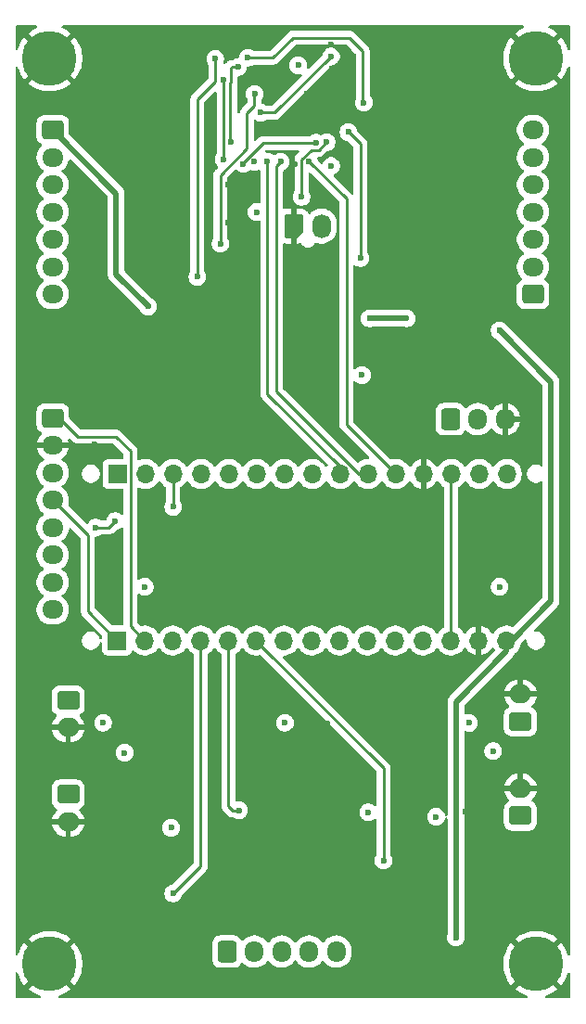
<source format=gbr>
%TF.GenerationSoftware,KiCad,Pcbnew,9.0.0*%
%TF.CreationDate,2025-05-01T21:30:10-04:00*%
%TF.ProjectId,StarterController_Nano,53746172-7465-4724-936f-6e74726f6c6c,rev?*%
%TF.SameCoordinates,Original*%
%TF.FileFunction,Copper,L4,Bot*%
%TF.FilePolarity,Positive*%
%FSLAX46Y46*%
G04 Gerber Fmt 4.6, Leading zero omitted, Abs format (unit mm)*
G04 Created by KiCad (PCBNEW 9.0.0) date 2025-05-01 21:30:10*
%MOMM*%
%LPD*%
G01*
G04 APERTURE LIST*
G04 Aperture macros list*
%AMRoundRect*
0 Rectangle with rounded corners*
0 $1 Rounding radius*
0 $2 $3 $4 $5 $6 $7 $8 $9 X,Y pos of 4 corners*
0 Add a 4 corners polygon primitive as box body*
4,1,4,$2,$3,$4,$5,$6,$7,$8,$9,$2,$3,0*
0 Add four circle primitives for the rounded corners*
1,1,$1+$1,$2,$3*
1,1,$1+$1,$4,$5*
1,1,$1+$1,$6,$7*
1,1,$1+$1,$8,$9*
0 Add four rect primitives between the rounded corners*
20,1,$1+$1,$2,$3,$4,$5,0*
20,1,$1+$1,$4,$5,$6,$7,0*
20,1,$1+$1,$6,$7,$8,$9,0*
20,1,$1+$1,$8,$9,$2,$3,0*%
%AMFreePoly0*
4,1,22,0.945671,0.830970,1.026777,0.776777,1.080970,0.695671,1.100000,0.600000,1.100000,-0.600000,1.080970,-0.695671,1.026777,-0.776777,0.945671,-0.830970,0.850000,-0.850000,-0.450000,-0.850000,-0.545671,-0.830970,-0.626777,-0.776777,-1.026777,-0.376777,-1.080970,-0.295671,-1.100000,-0.200000,-1.100000,0.600000,-1.080970,0.695671,-1.026777,0.776777,-0.945671,0.830970,-0.850000,0.850000,
0.850000,0.850000,0.945671,0.830970,0.945671,0.830970,$1*%
G04 Aperture macros list end*
%TA.AperFunction,ComponentPad*%
%ADD10RoundRect,0.250000X-0.725000X0.600000X-0.725000X-0.600000X0.725000X-0.600000X0.725000X0.600000X0*%
%TD*%
%TA.AperFunction,ComponentPad*%
%ADD11O,1.950000X1.700000*%
%TD*%
%TA.AperFunction,ComponentPad*%
%ADD12RoundRect,0.250000X0.725000X-0.600000X0.725000X0.600000X-0.725000X0.600000X-0.725000X-0.600000X0*%
%TD*%
%TA.AperFunction,ComponentPad*%
%ADD13R,1.700000X1.700000*%
%TD*%
%TA.AperFunction,ComponentPad*%
%ADD14O,1.700000X1.700000*%
%TD*%
%TA.AperFunction,ComponentPad*%
%ADD15RoundRect,0.250000X-0.600000X-0.725000X0.600000X-0.725000X0.600000X0.725000X-0.600000X0.725000X0*%
%TD*%
%TA.AperFunction,ComponentPad*%
%ADD16O,1.700000X1.950000*%
%TD*%
%TA.AperFunction,ComponentPad*%
%ADD17C,5.000000*%
%TD*%
%TA.AperFunction,ComponentPad*%
%ADD18RoundRect,0.250000X0.750000X-0.600000X0.750000X0.600000X-0.750000X0.600000X-0.750000X-0.600000X0*%
%TD*%
%TA.AperFunction,ComponentPad*%
%ADD19O,2.000000X1.700000*%
%TD*%
%TA.AperFunction,ComponentPad*%
%ADD20FreePoly0,90.000000*%
%TD*%
%TA.AperFunction,ComponentPad*%
%ADD21O,1.700000X2.200000*%
%TD*%
%TA.AperFunction,ComponentPad*%
%ADD22RoundRect,0.250000X-0.750000X0.600000X-0.750000X-0.600000X0.750000X-0.600000X0.750000X0.600000X0*%
%TD*%
%TA.AperFunction,ViaPad*%
%ADD23C,0.600000*%
%TD*%
%TA.AperFunction,Conductor*%
%ADD24C,0.250000*%
%TD*%
%TA.AperFunction,Conductor*%
%ADD25C,0.508000*%
%TD*%
G04 APERTURE END LIST*
D10*
%TO.P,J1,1,Pin_1*%
%TO.N,+3.3V*%
X97800000Y-78400000D03*
D11*
%TO.P,J1,2,Pin_2*%
%TO.N,GND*%
X97800000Y-80900000D03*
%TO.P,J1,3,Pin_3*%
%TO.N,/D8*%
X97800000Y-83400000D03*
%TO.P,J1,4,Pin_4*%
%TO.N,/D13{slash}SCK*%
X97800000Y-85900000D03*
%TO.P,J1,5,Pin_5*%
%TO.N,/\u002AD11{slash}MOSI*%
X97800000Y-88400000D03*
%TO.P,J1,6,Pin_6*%
%TO.N,/D12{slash}MISO*%
X97800000Y-90900000D03*
%TO.P,J1,7,Pin_7*%
%TO.N,/\u002AD9*%
X97800000Y-93400000D03*
%TO.P,J1,8,Pin_8*%
%TO.N,/\u002AD10{slash}SS*%
X97800000Y-95900000D03*
%TD*%
D10*
%TO.P,J4,1,Pin_1*%
%TO.N,+12V*%
X97800000Y-52100000D03*
D11*
%TO.P,J4,2,Pin_2*%
%TO.N,/Light_Control/Light_B_Right*%
X97800000Y-54600000D03*
%TO.P,J4,3,Pin_3*%
%TO.N,/Light_Control/Light_Y3_Right*%
X97800000Y-57100000D03*
%TO.P,J4,4,Pin_4*%
%TO.N,/Light_Control/Light_Y2_Right*%
X97800000Y-59600000D03*
%TO.P,J4,5,Pin_5*%
%TO.N,/Light_Control/Light_Y1_Right*%
X97800000Y-62100000D03*
%TO.P,J4,6,Pin_6*%
%TO.N,/Light_Control/Light_G_Right*%
X97800000Y-64600000D03*
%TO.P,J4,7,Pin_7*%
%TO.N,/Light_Control/Light_R_Right*%
X97800000Y-67100000D03*
%TD*%
D12*
%TO.P,J3,1,Pin_1*%
%TO.N,+12V*%
X141649840Y-67100000D03*
D11*
%TO.P,J3,2,Pin_2*%
%TO.N,/Light_Control/Light_B_Left*%
X141649840Y-64600000D03*
%TO.P,J3,3,Pin_3*%
%TO.N,/Light_Control/Light_Y3_Left*%
X141649840Y-62100000D03*
%TO.P,J3,4,Pin_4*%
%TO.N,/Light_Control/Light_Y2_Left*%
X141649840Y-59600000D03*
%TO.P,J3,5,Pin_5*%
%TO.N,/Light_Control/Light_Y1_Left*%
X141649840Y-57100000D03*
%TO.P,J3,6,Pin_6*%
%TO.N,/Light_Control/Light_G_Left*%
X141649840Y-54600000D03*
%TO.P,J3,7,Pin_7*%
%TO.N,/Light_Control/Light_R_Left*%
X141649840Y-52100000D03*
%TD*%
D13*
%TO.P,J13,1,Pin_1*%
%TO.N,/D12{slash}MISO*%
X103710000Y-83500000D03*
D14*
%TO.P,J13,2,Pin_2*%
%TO.N,/\u002AD11{slash}MOSI*%
X106250000Y-83500000D03*
%TO.P,J13,3,Pin_3*%
%TO.N,/\u002AD10{slash}SS*%
X108790000Y-83500000D03*
%TO.P,J13,4,Pin_4*%
%TO.N,/\u002AD9*%
X111330000Y-83500000D03*
%TO.P,J13,5,Pin_5*%
%TO.N,/D8*%
X113870000Y-83500000D03*
%TO.P,J13,6,Pin_6*%
%TO.N,/D7*%
X116410000Y-83500000D03*
%TO.P,J13,7,Pin_7*%
%TO.N,/\u002AD6*%
X118950000Y-83500000D03*
%TO.P,J13,8,Pin_8*%
%TO.N,/\u002AD5*%
X121490000Y-83500000D03*
%TO.P,J13,9,Pin_9*%
%TO.N,/D4*%
X124030000Y-83500000D03*
%TO.P,J13,10,Pin_10*%
%TO.N,/\u002AD3*%
X126570000Y-83500000D03*
%TO.P,J13,11,Pin_11*%
%TO.N,/D2*%
X129110000Y-83500000D03*
%TO.P,J13,12,Pin_12*%
%TO.N,GND*%
X131650000Y-83500000D03*
%TO.P,J13,13,Pin_13*%
%TO.N,/~{RESET}*%
X134190000Y-83500000D03*
%TO.P,J13,14,Pin_14*%
%TO.N,/D0{slash}RX*%
X136730000Y-83500000D03*
%TO.P,J13,15,Pin_15*%
%TO.N,/D1{slash}TX*%
X139270000Y-83500000D03*
%TD*%
D15*
%TO.P,J2,1,Pin_1*%
%TO.N,+5V*%
X113700000Y-127100000D03*
D16*
%TO.P,J2,2,Pin_2*%
%TO.N,+12V*%
X116200000Y-127100000D03*
%TO.P,J2,3,Pin_3*%
%TO.N,/Gate_Control/Gate R Rtn*%
X118700000Y-127100000D03*
%TO.P,J2,4,Pin_4*%
%TO.N,/Gate_Control/Gate L Rtn*%
X121200000Y-127100000D03*
%TO.P,J2,5,Pin_5*%
%TO.N,/Gate_Control/Gate Reset Rtn*%
X123700000Y-127100000D03*
%TD*%
D15*
%TO.P,J5,1,Pin_1*%
%TO.N,/D0{slash}RX*%
X134100000Y-78500000D03*
D16*
%TO.P,J5,2,Pin_2*%
%TO.N,/D1{slash}TX*%
X136600000Y-78500000D03*
%TO.P,J5,3,Pin_3*%
%TO.N,GND*%
X139100000Y-78500000D03*
%TD*%
D17*
%TO.P,H2,1,1*%
%TO.N,GND*%
X141949840Y-45563000D03*
%TD*%
D18*
%TO.P,J9,1,Pin_1*%
%TO.N,/Button_Debounce/TrigS_Raw*%
X140500000Y-106100000D03*
D19*
%TO.P,J9,2,Pin_2*%
%TO.N,GND*%
X140500000Y-103600000D03*
%TD*%
D20*
%TO.P,J6,1,Pin_1*%
%TO.N,GND*%
X119850000Y-60870000D03*
D21*
%TO.P,J6,2,Pin_2*%
%TO.N,/Power/+12VDC*%
X122350000Y-60870000D03*
%TD*%
D22*
%TO.P,J10,1,Pin_1*%
%TO.N,/Button_Debounce/TrigR_Raw*%
X99200000Y-112750000D03*
D19*
%TO.P,J10,2,Pin_2*%
%TO.N,GND*%
X99200000Y-115250000D03*
%TD*%
D22*
%TO.P,J7,1,Pin_1*%
%TO.N,/Button_Debounce/TrigL_Raw*%
X99200000Y-104150000D03*
D19*
%TO.P,J7,2,Pin_2*%
%TO.N,GND*%
X99200000Y-106650000D03*
%TD*%
D17*
%TO.P,H4,1,1*%
%TO.N,GND*%
X141949840Y-128240000D03*
%TD*%
%TO.P,H3,1,1*%
%TO.N,GND*%
X97500000Y-128240000D03*
%TD*%
D13*
%TO.P,J12,1,Pin_1*%
%TO.N,/D13{slash}SCK*%
X103670000Y-98705000D03*
D14*
%TO.P,J12,2,Pin_2*%
%TO.N,+3.3V*%
X106210000Y-98705000D03*
%TO.P,J12,3,Pin_3*%
%TO.N,/AREF*%
X108750000Y-98705000D03*
%TO.P,J12,4,Pin_4*%
%TO.N,/A0*%
X111290000Y-98705000D03*
%TO.P,J12,5,Pin_5*%
%TO.N,/A1*%
X113830000Y-98705000D03*
%TO.P,J12,6,Pin_6*%
%TO.N,/A2*%
X116370000Y-98705000D03*
%TO.P,J12,7,Pin_7*%
%TO.N,/A3*%
X118910000Y-98705000D03*
%TO.P,J12,8,Pin_8*%
%TO.N,/A4{slash}SDA*%
X121450000Y-98705000D03*
%TO.P,J12,9,Pin_9*%
%TO.N,/A5{slash}SCL*%
X123990000Y-98705000D03*
%TO.P,J12,10,Pin_10*%
%TO.N,/A6*%
X126530000Y-98705000D03*
%TO.P,J12,11,Pin_11*%
%TO.N,/A7*%
X129070000Y-98705000D03*
%TO.P,J12,12,Pin_12*%
%TO.N,/+5VDC*%
X131610000Y-98705000D03*
%TO.P,J12,13,Pin_13*%
%TO.N,/~{RESET}*%
X134150000Y-98705000D03*
%TO.P,J12,14,Pin_14*%
%TO.N,GND*%
X136690000Y-98705000D03*
%TO.P,J12,15,Pin_15*%
%TO.N,+12V*%
X139230000Y-98705000D03*
%TD*%
D18*
%TO.P,J8,1,Pin_1*%
%TO.N,/Button_Debounce/Mode_Raw*%
X140500000Y-114700000D03*
D19*
%TO.P,J8,2,Pin_2*%
%TO.N,GND*%
X140500000Y-112200000D03*
%TD*%
D17*
%TO.P,H1,1,1*%
%TO.N,GND*%
X97500000Y-45563000D03*
%TD*%
D23*
%TO.N,GND*%
X99800000Y-94600000D03*
X95100000Y-125200000D03*
X112800000Y-119000000D03*
X123250000Y-79000000D03*
X144600000Y-109200000D03*
X123263842Y-46532239D03*
X115750000Y-79500000D03*
X108750000Y-76500000D03*
X107200000Y-59900000D03*
X116400000Y-101000000D03*
X144600000Y-47800000D03*
X94800000Y-55200000D03*
X127400000Y-106800000D03*
X122800000Y-72600000D03*
X144600000Y-120000000D03*
X99000000Y-73750000D03*
X134100000Y-55800000D03*
X107100000Y-63400000D03*
X109000000Y-71000000D03*
X102400000Y-130800000D03*
X111600000Y-43400000D03*
X127100000Y-92800000D03*
X95000000Y-43000000D03*
X144600000Y-58600000D03*
X136300000Y-110400000D03*
X126400000Y-43000000D03*
X94800000Y-66000000D03*
X112200000Y-130800000D03*
X137000000Y-130800000D03*
X105600000Y-109300000D03*
X105800000Y-52900000D03*
X140800000Y-109200000D03*
X101800000Y-43200000D03*
X115900000Y-42900000D03*
X144600000Y-113000000D03*
X144600000Y-117000000D03*
X144600000Y-100200000D03*
X144600000Y-50800000D03*
X144600000Y-95800000D03*
X144600000Y-105000000D03*
X103700000Y-86200000D03*
X144600000Y-54400000D03*
X117900000Y-47700000D03*
X115750000Y-93250000D03*
X134100000Y-48900000D03*
X104800000Y-101400000D03*
X99800000Y-90000000D03*
X135450000Y-114350000D03*
X95100000Y-103400000D03*
X106400000Y-43000000D03*
X130900000Y-110400000D03*
X94800000Y-61200000D03*
X115750000Y-87000000D03*
X119200000Y-71200000D03*
X113800000Y-57100000D03*
X134400000Y-66200000D03*
X120900000Y-45300000D03*
X119875000Y-55200000D03*
X132000000Y-43000000D03*
X135250000Y-71750000D03*
X134100000Y-52300000D03*
X118200000Y-120800000D03*
X131200000Y-104200000D03*
X144600000Y-70400000D03*
X123200000Y-44300000D03*
X134100000Y-62900000D03*
X95000000Y-130800000D03*
X110000000Y-106600000D03*
X94800000Y-71400000D03*
X104200000Y-119800000D03*
X144600000Y-74400000D03*
X144600000Y-66600000D03*
X127100000Y-96000000D03*
X123700000Y-118600000D03*
X144600000Y-63000000D03*
X130547500Y-123652500D03*
X101600000Y-80800000D03*
X132000000Y-130800000D03*
X102500000Y-116600000D03*
X99200000Y-108200000D03*
X144600000Y-43000000D03*
X144600000Y-77800000D03*
X94800000Y-84000000D03*
X118800000Y-130800000D03*
X137250000Y-87000000D03*
X133600000Y-101000000D03*
X112400000Y-104400000D03*
X95200000Y-89700000D03*
X106800000Y-130800000D03*
X122900000Y-106300000D03*
X127600000Y-72600000D03*
X110600000Y-122500000D03*
X105600000Y-49400000D03*
X104000000Y-122800000D03*
X106200000Y-86400000D03*
X134200000Y-59400000D03*
X94800000Y-78000000D03*
X95000000Y-96900000D03*
X94800000Y-118000000D03*
X94800000Y-49400000D03*
X126500000Y-87000000D03*
X137400000Y-43000000D03*
X144600000Y-81400000D03*
X110900000Y-125600000D03*
X113800000Y-65000000D03*
X126200000Y-130800000D03*
X100800000Y-85900000D03*
X144600000Y-86200000D03*
X95100000Y-111400000D03*
X103800000Y-94300000D03*
X144600000Y-124600000D03*
X105600000Y-115400000D03*
X144400000Y-130800000D03*
X116400000Y-105600000D03*
X119750000Y-64500000D03*
X113800000Y-60600000D03*
X121000000Y-48800000D03*
X136400000Y-104700000D03*
X104000000Y-111600000D03*
X118000000Y-116400000D03*
X106000000Y-56400000D03*
X144600000Y-91200000D03*
X99800000Y-92400000D03*
X140500000Y-101500000D03*
%TO.N,+5V*%
X119000000Y-106200000D03*
X123208058Y-55391942D03*
X135800000Y-106225000D03*
X126025000Y-74475000D03*
X116200000Y-55000000D03*
X120200000Y-46200000D03*
X126600000Y-114400000D03*
X102382809Y-106200000D03*
X116400000Y-59600000D03*
X104350000Y-108950000D03*
X132800000Y-114800000D03*
X106200000Y-93800000D03*
X138000000Y-108800000D03*
X138600000Y-93800000D03*
X108600000Y-115800000D03*
%TO.N,/A2*%
X128000000Y-118800000D03*
%TO.N,/A1*%
X114800000Y-114200000D03*
%TO.N,/A0*%
X108800000Y-121800000D03*
%TO.N,/\u002AD11{slash}MOSI*%
X101700000Y-88400000D03*
X103500000Y-87800000D03*
%TO.N,+12V*%
X130100000Y-69300000D03*
X106500000Y-68212500D03*
X126725000Y-69300000D03*
X134600000Y-125800000D03*
X138600000Y-70400000D03*
%TO.N,/\u002AD3*%
X118600000Y-55000000D03*
%TO.N,/\u002AD10{slash}SS*%
X108800000Y-86500000D03*
%TO.N,/D4*%
X117400000Y-55000000D03*
%TO.N,/D2*%
X121200000Y-55000000D03*
%TO.N,/Light_Control/Yellow 1*%
X122792500Y-53207500D03*
X120500000Y-58200000D03*
%TO.N,/Light_Control/Yellow 2*%
X121845204Y-53270911D03*
X115200000Y-55200000D03*
%TO.N,/Light_Control/Green L*%
X126200000Y-49600000D03*
X115600000Y-45500000D03*
%TO.N,/Light_Control/Blue L*%
X124800000Y-52300000D03*
X125900000Y-63800000D03*
%TO.N,/Light_Control/Green R*%
X113100000Y-62500000D03*
X116225000Y-48800000D03*
%TO.N,/Light_Control/Red R*%
X116771981Y-50525000D03*
X112625000Y-45600000D03*
X123200000Y-45400000D03*
X111000000Y-65500000D03*
%TO.N,/Light_Control/Blue R*%
X113400000Y-54800000D03*
X113400000Y-47500000D03*
%TO.N,/Light_Control/Go*%
X114048192Y-53176808D03*
X114700000Y-46361500D03*
%TD*%
D24*
%TO.N,GND*%
X105600000Y-102200000D02*
X104800000Y-101400000D01*
X105600000Y-109300000D02*
X105600000Y-102200000D01*
%TO.N,/~{RESET}*%
X134150000Y-98705000D02*
X134150000Y-83540000D01*
X134150000Y-83540000D02*
X134190000Y-83500000D01*
%TO.N,/A2*%
X128000000Y-110335000D02*
X116370000Y-98705000D01*
X128000000Y-118800000D02*
X128000000Y-110335000D01*
%TO.N,/A1*%
X114200000Y-114200000D02*
X113830000Y-113830000D01*
X114800000Y-114200000D02*
X114200000Y-114200000D01*
X113830000Y-113830000D02*
X113830000Y-98705000D01*
%TO.N,/A0*%
X111290000Y-119310000D02*
X111290000Y-98705000D01*
X108800000Y-121800000D02*
X111290000Y-119310000D01*
%TO.N,/D13{slash}SCK*%
X103670000Y-98705000D02*
X101000000Y-96035000D01*
X101000000Y-89100000D02*
X97800000Y-85900000D01*
X101000000Y-96035000D02*
X101000000Y-89100000D01*
%TO.N,/\u002AD11{slash}MOSI*%
X101700000Y-88400000D02*
X102900000Y-88400000D01*
X102900000Y-88400000D02*
X103500000Y-87800000D01*
D25*
%TO.N,+12V*%
X143300000Y-75100000D02*
X138600000Y-70400000D01*
X103600000Y-65312500D02*
X103600000Y-57900000D01*
X139695000Y-98705000D02*
X143300000Y-95100000D01*
X139230000Y-99670000D02*
X139230000Y-98705000D01*
X139230000Y-98705000D02*
X139695000Y-98705000D01*
X143300000Y-95100000D02*
X143300000Y-75100000D01*
X134600000Y-104300000D02*
X139230000Y-99670000D01*
X130100000Y-69300000D02*
X126725000Y-69300000D01*
X106500000Y-68212500D02*
X103600000Y-65312500D01*
X134600000Y-125800000D02*
X134600000Y-104300000D01*
X103600000Y-57900000D02*
X97800000Y-52100000D01*
D24*
%TO.N,/\u002AD3*%
X125700000Y-83500000D02*
X118200000Y-76000000D01*
X118200000Y-76000000D02*
X118200000Y-55400000D01*
X126570000Y-83500000D02*
X125700000Y-83500000D01*
X118200000Y-55400000D02*
X118600000Y-55000000D01*
%TO.N,/\u002AD10{slash}SS*%
X108800000Y-86200000D02*
X108790000Y-86190000D01*
X108790000Y-86190000D02*
X108790000Y-83500000D01*
X108800000Y-86500000D02*
X108800000Y-86200000D01*
%TO.N,/D4*%
X117400000Y-76200000D02*
X117400000Y-55000000D01*
X124030000Y-83500000D02*
X124030000Y-82830000D01*
X124030000Y-82830000D02*
X117400000Y-76200000D01*
%TO.N,/D2*%
X129110000Y-83500000D02*
X124600000Y-78990000D01*
X124600000Y-78990000D02*
X124600000Y-58400000D01*
X124600000Y-58400000D02*
X121200000Y-55000000D01*
%TO.N,/Light_Control/Yellow 1*%
X121388702Y-53926000D02*
X120500000Y-54814702D01*
X122074000Y-53926000D02*
X121388702Y-53926000D01*
X120500000Y-54814702D02*
X120500000Y-58200000D01*
X122792500Y-53207500D02*
X122074000Y-53926000D01*
%TO.N,/Light_Control/Yellow 2*%
X115200000Y-55114702D02*
X115200000Y-55200000D01*
X121816115Y-53300000D02*
X117014702Y-53300000D01*
X121845204Y-53270911D02*
X121816115Y-53300000D01*
X117014702Y-53300000D02*
X115200000Y-55114702D01*
%TO.N,/Light_Control/Green L*%
X126100000Y-44900000D02*
X126100000Y-49500000D01*
X117900000Y-45500000D02*
X119726000Y-43674000D01*
X126100000Y-49500000D02*
X126200000Y-49600000D01*
X125500000Y-44300000D02*
X126100000Y-44900000D01*
X124874000Y-43674000D02*
X125500000Y-44300000D01*
X115600000Y-45500000D02*
X117900000Y-45500000D01*
X119726000Y-43674000D02*
X124874000Y-43674000D01*
%TO.N,/Light_Control/Blue L*%
X125900000Y-53400000D02*
X125900000Y-63800000D01*
X124800000Y-52300000D02*
X125900000Y-53400000D01*
%TO.N,/Light_Control/Green R*%
X113100000Y-56200000D02*
X113100000Y-62500000D01*
X116200000Y-49900000D02*
X115500000Y-50600000D01*
X116200000Y-48825000D02*
X116200000Y-49900000D01*
X115500000Y-50600000D02*
X115500000Y-53800000D01*
X115500000Y-53800000D02*
X113100000Y-56200000D01*
X116225000Y-48800000D02*
X116200000Y-48825000D01*
%TO.N,/Light_Control/Red R*%
X111000000Y-49274102D02*
X111000000Y-65500000D01*
X112625000Y-45600000D02*
X112625000Y-47649102D01*
X116771981Y-50525000D02*
X118075000Y-50525000D01*
X112625000Y-47649102D02*
X111000000Y-49274102D01*
X118075000Y-50525000D02*
X123200000Y-45400000D01*
%TO.N,/Light_Control/Blue R*%
X113400000Y-54800000D02*
X113400000Y-47500000D01*
%TO.N,/Light_Control/Go*%
X114700000Y-46361500D02*
X114138500Y-46361500D01*
X114026000Y-46474000D02*
X114026000Y-47759298D01*
X114000000Y-47785298D02*
X114000000Y-52900000D01*
X114000000Y-52900000D02*
X114048192Y-52948192D01*
X114138500Y-46361500D02*
X114026000Y-46474000D01*
X114026000Y-47759298D02*
X114000000Y-47785298D01*
X114048192Y-52948192D02*
X114048192Y-53176808D01*
%TO.N,+3.3V*%
X98400000Y-78400000D02*
X97800000Y-78400000D01*
X104886000Y-81386000D02*
X103600000Y-80100000D01*
X105005000Y-97500000D02*
X105000000Y-97500000D01*
X103600000Y-80100000D02*
X100100000Y-80100000D01*
X105000000Y-97500000D02*
X104886000Y-97386000D01*
X100100000Y-80100000D02*
X98400000Y-78400000D01*
X104886000Y-97386000D02*
X104886000Y-81386000D01*
X106210000Y-98705000D02*
X105005000Y-97500000D01*
%TD*%
%TA.AperFunction,Conductor*%
%TO.N,GND*%
G36*
X96546554Y-129054320D02*
G01*
X96685680Y-129193446D01*
X96809873Y-129283678D01*
X95561950Y-130531601D01*
X95761252Y-130690538D01*
X96046559Y-130869808D01*
X96350137Y-131016004D01*
X96642934Y-131118459D01*
X96699710Y-131159180D01*
X96725457Y-131224133D01*
X96712001Y-131292695D01*
X96663613Y-131343097D01*
X96601979Y-131359500D01*
X94499500Y-131359500D01*
X94432461Y-131339815D01*
X94386706Y-131287011D01*
X94375500Y-131235500D01*
X94375500Y-129123732D01*
X94395185Y-129056693D01*
X94447989Y-129010938D01*
X94517147Y-129000994D01*
X94580703Y-129030019D01*
X94616541Y-129082777D01*
X94723995Y-129389862D01*
X94870191Y-129693440D01*
X95049461Y-129978747D01*
X95208397Y-130178048D01*
X96456320Y-128930125D01*
X96546554Y-129054320D01*
G37*
%TD.AperFunction*%
%TA.AperFunction,Conductor*%
G36*
X131900000Y-84827230D02*
G01*
X131966126Y-84816757D01*
X131966129Y-84816757D01*
X132168217Y-84751095D01*
X132357557Y-84654620D01*
X132529459Y-84529727D01*
X132529464Y-84529723D01*
X132679723Y-84379464D01*
X132679727Y-84379459D01*
X132804619Y-84207560D01*
X132804738Y-84207327D01*
X132804808Y-84207252D01*
X132807168Y-84203402D01*
X132807976Y-84203897D01*
X132852707Y-84156526D01*
X132920526Y-84139723D01*
X132986663Y-84162254D01*
X133025712Y-84207311D01*
X133028105Y-84212008D01*
X133070002Y-84269674D01*
X133153794Y-84385004D01*
X133304996Y-84536206D01*
X133461620Y-84650000D01*
X133465385Y-84652735D01*
X133508051Y-84708065D01*
X133516500Y-84753053D01*
X133516500Y-97427116D01*
X133496815Y-97494155D01*
X133448796Y-97537600D01*
X133437993Y-97543104D01*
X133264993Y-97668796D01*
X133113796Y-97819993D01*
X132988105Y-97992991D01*
X132985727Y-97996873D01*
X132933914Y-98043748D01*
X132864984Y-98055169D01*
X132800822Y-98027512D01*
X132774273Y-97996873D01*
X132771894Y-97992991D01*
X132692936Y-97884315D01*
X132646206Y-97819996D01*
X132495004Y-97668794D01*
X132322009Y-97543106D01*
X132311203Y-97537600D01*
X132131483Y-97446027D01*
X132131480Y-97446026D01*
X131928117Y-97379951D01*
X131760777Y-97353447D01*
X131716916Y-97346500D01*
X131503084Y-97346500D01*
X131459223Y-97353447D01*
X131291882Y-97379951D01*
X131088519Y-97446026D01*
X131088516Y-97446027D01*
X130897990Y-97543106D01*
X130724993Y-97668796D01*
X130573796Y-97819993D01*
X130448105Y-97992991D01*
X130445727Y-97996873D01*
X130393914Y-98043748D01*
X130324984Y-98055169D01*
X130260822Y-98027512D01*
X130234273Y-97996873D01*
X130231894Y-97992991D01*
X130152936Y-97884315D01*
X130106206Y-97819996D01*
X129955004Y-97668794D01*
X129782009Y-97543106D01*
X129771203Y-97537600D01*
X129591483Y-97446027D01*
X129591480Y-97446026D01*
X129388117Y-97379951D01*
X129220777Y-97353447D01*
X129176916Y-97346500D01*
X128963084Y-97346500D01*
X128919223Y-97353447D01*
X128751882Y-97379951D01*
X128548519Y-97446026D01*
X128548516Y-97446027D01*
X128357990Y-97543106D01*
X128184993Y-97668796D01*
X128033796Y-97819993D01*
X127908105Y-97992991D01*
X127905727Y-97996873D01*
X127853914Y-98043748D01*
X127784984Y-98055169D01*
X127720822Y-98027512D01*
X127694273Y-97996873D01*
X127691894Y-97992991D01*
X127612936Y-97884315D01*
X127566206Y-97819996D01*
X127415004Y-97668794D01*
X127242009Y-97543106D01*
X127231203Y-97537600D01*
X127051483Y-97446027D01*
X127051480Y-97446026D01*
X126848117Y-97379951D01*
X126680777Y-97353447D01*
X126636916Y-97346500D01*
X126423084Y-97346500D01*
X126379223Y-97353447D01*
X126211882Y-97379951D01*
X126008519Y-97446026D01*
X126008516Y-97446027D01*
X125817990Y-97543106D01*
X125644993Y-97668796D01*
X125493796Y-97819993D01*
X125368105Y-97992991D01*
X125365727Y-97996873D01*
X125313914Y-98043748D01*
X125244984Y-98055169D01*
X125180822Y-98027512D01*
X125154273Y-97996873D01*
X125151894Y-97992991D01*
X125072936Y-97884315D01*
X125026206Y-97819996D01*
X124875004Y-97668794D01*
X124702009Y-97543106D01*
X124691203Y-97537600D01*
X124511483Y-97446027D01*
X124511480Y-97446026D01*
X124308117Y-97379951D01*
X124140777Y-97353447D01*
X124096916Y-97346500D01*
X123883084Y-97346500D01*
X123839223Y-97353447D01*
X123671882Y-97379951D01*
X123468519Y-97446026D01*
X123468516Y-97446027D01*
X123277990Y-97543106D01*
X123104993Y-97668796D01*
X122953796Y-97819993D01*
X122828105Y-97992991D01*
X122825727Y-97996873D01*
X122773914Y-98043748D01*
X122704984Y-98055169D01*
X122640822Y-98027512D01*
X122614273Y-97996873D01*
X122611894Y-97992991D01*
X122532936Y-97884315D01*
X122486206Y-97819996D01*
X122335004Y-97668794D01*
X122162009Y-97543106D01*
X122151203Y-97537600D01*
X121971483Y-97446027D01*
X121971480Y-97446026D01*
X121768117Y-97379951D01*
X121600777Y-97353447D01*
X121556916Y-97346500D01*
X121343084Y-97346500D01*
X121299223Y-97353447D01*
X121131882Y-97379951D01*
X120928519Y-97446026D01*
X120928516Y-97446027D01*
X120737990Y-97543106D01*
X120564993Y-97668796D01*
X120413796Y-97819993D01*
X120288105Y-97992991D01*
X120285727Y-97996873D01*
X120233914Y-98043748D01*
X120164984Y-98055169D01*
X120100822Y-98027512D01*
X120074273Y-97996873D01*
X120071894Y-97992991D01*
X119992936Y-97884315D01*
X119946206Y-97819996D01*
X119795004Y-97668794D01*
X119622009Y-97543106D01*
X119611203Y-97537600D01*
X119431483Y-97446027D01*
X119431480Y-97446026D01*
X119228117Y-97379951D01*
X119060777Y-97353447D01*
X119016916Y-97346500D01*
X118803084Y-97346500D01*
X118759223Y-97353447D01*
X118591882Y-97379951D01*
X118388519Y-97446026D01*
X118388516Y-97446027D01*
X118197990Y-97543106D01*
X118024993Y-97668796D01*
X117873796Y-97819993D01*
X117748105Y-97992991D01*
X117745727Y-97996873D01*
X117693914Y-98043748D01*
X117624984Y-98055169D01*
X117560822Y-98027512D01*
X117534273Y-97996873D01*
X117531894Y-97992991D01*
X117452936Y-97884315D01*
X117406206Y-97819996D01*
X117255004Y-97668794D01*
X117082009Y-97543106D01*
X117071203Y-97537600D01*
X116891483Y-97446027D01*
X116891480Y-97446026D01*
X116688117Y-97379951D01*
X116520777Y-97353447D01*
X116476916Y-97346500D01*
X116263084Y-97346500D01*
X116219223Y-97353447D01*
X116051882Y-97379951D01*
X115848519Y-97446026D01*
X115848516Y-97446027D01*
X115657990Y-97543106D01*
X115484993Y-97668796D01*
X115333796Y-97819993D01*
X115208105Y-97992991D01*
X115205727Y-97996873D01*
X115153914Y-98043748D01*
X115084984Y-98055169D01*
X115020822Y-98027512D01*
X114994273Y-97996873D01*
X114991894Y-97992991D01*
X114912936Y-97884315D01*
X114866206Y-97819996D01*
X114715004Y-97668794D01*
X114542009Y-97543106D01*
X114531203Y-97537600D01*
X114351483Y-97446027D01*
X114351480Y-97446026D01*
X114148117Y-97379951D01*
X113980777Y-97353447D01*
X113936916Y-97346500D01*
X113723084Y-97346500D01*
X113679223Y-97353447D01*
X113511882Y-97379951D01*
X113308519Y-97446026D01*
X113308516Y-97446027D01*
X113117990Y-97543106D01*
X112944993Y-97668796D01*
X112793796Y-97819993D01*
X112668105Y-97992991D01*
X112665727Y-97996873D01*
X112613914Y-98043748D01*
X112544984Y-98055169D01*
X112480822Y-98027512D01*
X112454273Y-97996873D01*
X112451894Y-97992991D01*
X112372936Y-97884315D01*
X112326206Y-97819996D01*
X112175004Y-97668794D01*
X112002009Y-97543106D01*
X111991203Y-97537600D01*
X111811483Y-97446027D01*
X111811480Y-97446026D01*
X111608117Y-97379951D01*
X111440777Y-97353447D01*
X111396916Y-97346500D01*
X111183084Y-97346500D01*
X111139223Y-97353447D01*
X110971882Y-97379951D01*
X110768519Y-97446026D01*
X110768516Y-97446027D01*
X110577990Y-97543106D01*
X110404993Y-97668796D01*
X110253796Y-97819993D01*
X110128105Y-97992991D01*
X110125727Y-97996873D01*
X110073914Y-98043748D01*
X110004984Y-98055169D01*
X109940822Y-98027512D01*
X109914273Y-97996873D01*
X109911894Y-97992991D01*
X109832936Y-97884315D01*
X109786206Y-97819996D01*
X109635004Y-97668794D01*
X109462009Y-97543106D01*
X109451203Y-97537600D01*
X109271483Y-97446027D01*
X109271480Y-97446026D01*
X109068117Y-97379951D01*
X108900777Y-97353447D01*
X108856916Y-97346500D01*
X108643084Y-97346500D01*
X108599223Y-97353447D01*
X108431882Y-97379951D01*
X108228519Y-97446026D01*
X108228516Y-97446027D01*
X108037990Y-97543106D01*
X107864993Y-97668796D01*
X107713796Y-97819993D01*
X107588105Y-97992991D01*
X107585727Y-97996873D01*
X107533914Y-98043748D01*
X107464984Y-98055169D01*
X107400822Y-98027512D01*
X107374273Y-97996873D01*
X107371894Y-97992991D01*
X107292936Y-97884315D01*
X107246206Y-97819996D01*
X107095004Y-97668794D01*
X106922009Y-97543106D01*
X106911203Y-97537600D01*
X106731483Y-97446027D01*
X106731480Y-97446026D01*
X106528117Y-97379951D01*
X106360777Y-97353447D01*
X106316916Y-97346500D01*
X106103084Y-97346500D01*
X106077680Y-97350523D01*
X105891883Y-97379950D01*
X105880342Y-97383700D01*
X105810500Y-97385690D01*
X105754351Y-97353447D01*
X105555819Y-97154915D01*
X105522334Y-97093592D01*
X105519500Y-97067234D01*
X105519500Y-94549666D01*
X105539185Y-94482627D01*
X105591989Y-94436872D01*
X105661147Y-94426928D01*
X105712388Y-94446562D01*
X105817032Y-94516483D01*
X105964169Y-94577430D01*
X106120365Y-94608499D01*
X106120369Y-94608500D01*
X106120370Y-94608500D01*
X106279631Y-94608500D01*
X106279632Y-94608499D01*
X106435831Y-94577430D01*
X106582968Y-94516483D01*
X106715389Y-94428003D01*
X106828003Y-94315389D01*
X106916483Y-94182968D01*
X106977430Y-94035831D01*
X107008500Y-93879630D01*
X107008500Y-93720370D01*
X106977430Y-93564169D01*
X106916483Y-93417032D01*
X106833664Y-93293084D01*
X106828004Y-93284612D01*
X106827998Y-93284605D01*
X106715394Y-93172001D01*
X106715387Y-93171995D01*
X106582969Y-93083517D01*
X106435831Y-93022570D01*
X106435823Y-93022568D01*
X106279634Y-92991500D01*
X106279630Y-92991500D01*
X106120370Y-92991500D01*
X106120365Y-92991500D01*
X105964176Y-93022568D01*
X105964168Y-93022570D01*
X105817033Y-93083515D01*
X105712390Y-93153436D01*
X105645713Y-93174313D01*
X105578333Y-93155828D01*
X105531643Y-93103849D01*
X105519500Y-93050333D01*
X105519500Y-84854822D01*
X105539185Y-84787783D01*
X105591989Y-84742028D01*
X105661147Y-84732084D01*
X105699796Y-84744338D01*
X105728512Y-84758970D01*
X105728519Y-84758973D01*
X105817189Y-84787783D01*
X105931884Y-84825049D01*
X106143084Y-84858500D01*
X106143085Y-84858500D01*
X106356915Y-84858500D01*
X106356916Y-84858500D01*
X106568116Y-84825049D01*
X106771483Y-84758972D01*
X106962009Y-84661894D01*
X107135004Y-84536206D01*
X107286206Y-84385004D01*
X107411894Y-84212009D01*
X107411896Y-84212004D01*
X107414270Y-84208132D01*
X107466080Y-84161254D01*
X107535009Y-84149829D01*
X107599173Y-84177483D01*
X107625730Y-84208132D01*
X107628103Y-84212005D01*
X107628105Y-84212008D01*
X107628106Y-84212009D01*
X107753794Y-84385004D01*
X107904996Y-84536206D01*
X108077991Y-84661894D01*
X108088794Y-84667398D01*
X108139590Y-84715371D01*
X108156500Y-84777883D01*
X108156500Y-85970189D01*
X108136815Y-86037228D01*
X108135603Y-86039079D01*
X108083516Y-86117033D01*
X108022570Y-86264168D01*
X108022568Y-86264176D01*
X107991500Y-86420365D01*
X107991500Y-86579634D01*
X108022568Y-86735823D01*
X108022570Y-86735831D01*
X108083517Y-86882969D01*
X108171995Y-87015387D01*
X108172001Y-87015394D01*
X108284605Y-87127998D01*
X108284612Y-87128004D01*
X108417030Y-87216482D01*
X108417031Y-87216482D01*
X108417032Y-87216483D01*
X108564169Y-87277430D01*
X108720365Y-87308499D01*
X108720369Y-87308500D01*
X108720370Y-87308500D01*
X108879631Y-87308500D01*
X108879632Y-87308499D01*
X109035831Y-87277430D01*
X109182968Y-87216483D01*
X109315389Y-87128003D01*
X109428003Y-87015389D01*
X109516483Y-86882968D01*
X109577430Y-86735831D01*
X109608500Y-86579630D01*
X109608500Y-86420370D01*
X109577430Y-86264169D01*
X109546956Y-86190600D01*
X109516484Y-86117033D01*
X109444397Y-86009147D01*
X109423520Y-85942470D01*
X109423500Y-85940257D01*
X109423500Y-84777883D01*
X109443185Y-84710844D01*
X109491204Y-84667398D01*
X109502009Y-84661894D01*
X109675004Y-84536206D01*
X109826206Y-84385004D01*
X109951894Y-84212009D01*
X109951896Y-84212004D01*
X109954270Y-84208132D01*
X110006080Y-84161254D01*
X110075009Y-84149829D01*
X110139173Y-84177483D01*
X110165730Y-84208132D01*
X110168103Y-84212005D01*
X110168105Y-84212008D01*
X110168106Y-84212009D01*
X110293794Y-84385004D01*
X110444996Y-84536206D01*
X110617991Y-84661894D01*
X110682942Y-84694988D01*
X110808516Y-84758972D01*
X110808519Y-84758973D01*
X110897189Y-84787783D01*
X111011884Y-84825049D01*
X111223084Y-84858500D01*
X111223085Y-84858500D01*
X111436915Y-84858500D01*
X111436916Y-84858500D01*
X111648116Y-84825049D01*
X111851483Y-84758972D01*
X112042009Y-84661894D01*
X112215004Y-84536206D01*
X112366206Y-84385004D01*
X112491894Y-84212009D01*
X112491896Y-84212004D01*
X112494270Y-84208132D01*
X112546080Y-84161254D01*
X112615009Y-84149829D01*
X112679173Y-84177483D01*
X112705730Y-84208132D01*
X112708103Y-84212005D01*
X112708105Y-84212008D01*
X112708106Y-84212009D01*
X112833794Y-84385004D01*
X112984996Y-84536206D01*
X113157991Y-84661894D01*
X113222942Y-84694988D01*
X113348516Y-84758972D01*
X113348519Y-84758973D01*
X113437189Y-84787783D01*
X113551884Y-84825049D01*
X113763084Y-84858500D01*
X113763085Y-84858500D01*
X113976915Y-84858500D01*
X113976916Y-84858500D01*
X114188116Y-84825049D01*
X114391483Y-84758972D01*
X114582009Y-84661894D01*
X114755004Y-84536206D01*
X114906206Y-84385004D01*
X115031894Y-84212009D01*
X115031896Y-84212004D01*
X115034270Y-84208132D01*
X115086080Y-84161254D01*
X115155009Y-84149829D01*
X115219173Y-84177483D01*
X115245730Y-84208132D01*
X115248103Y-84212005D01*
X115248105Y-84212008D01*
X115248106Y-84212009D01*
X115373794Y-84385004D01*
X115524996Y-84536206D01*
X115697991Y-84661894D01*
X115762942Y-84694988D01*
X115888516Y-84758972D01*
X115888519Y-84758973D01*
X115977189Y-84787783D01*
X116091884Y-84825049D01*
X116303084Y-84858500D01*
X116303085Y-84858500D01*
X116516915Y-84858500D01*
X116516916Y-84858500D01*
X116728116Y-84825049D01*
X116931483Y-84758972D01*
X117122009Y-84661894D01*
X117295004Y-84536206D01*
X117446206Y-84385004D01*
X117571894Y-84212009D01*
X117571896Y-84212004D01*
X117574270Y-84208132D01*
X117626080Y-84161254D01*
X117695009Y-84149829D01*
X117759173Y-84177483D01*
X117785730Y-84208132D01*
X117788103Y-84212005D01*
X117788105Y-84212008D01*
X117788106Y-84212009D01*
X117913794Y-84385004D01*
X118064996Y-84536206D01*
X118237991Y-84661894D01*
X118302942Y-84694988D01*
X118428516Y-84758972D01*
X118428519Y-84758973D01*
X118517189Y-84787783D01*
X118631884Y-84825049D01*
X118843084Y-84858500D01*
X118843085Y-84858500D01*
X119056915Y-84858500D01*
X119056916Y-84858500D01*
X119268116Y-84825049D01*
X119471483Y-84758972D01*
X119662009Y-84661894D01*
X119835004Y-84536206D01*
X119986206Y-84385004D01*
X120111894Y-84212009D01*
X120111896Y-84212004D01*
X120114270Y-84208132D01*
X120166080Y-84161254D01*
X120235009Y-84149829D01*
X120299173Y-84177483D01*
X120325730Y-84208132D01*
X120328103Y-84212005D01*
X120328105Y-84212008D01*
X120328106Y-84212009D01*
X120453794Y-84385004D01*
X120604996Y-84536206D01*
X120777991Y-84661894D01*
X120842942Y-84694988D01*
X120968516Y-84758972D01*
X120968519Y-84758973D01*
X121057189Y-84787783D01*
X121171884Y-84825049D01*
X121383084Y-84858500D01*
X121383085Y-84858500D01*
X121596915Y-84858500D01*
X121596916Y-84858500D01*
X121808116Y-84825049D01*
X122011483Y-84758972D01*
X122202009Y-84661894D01*
X122375004Y-84536206D01*
X122526206Y-84385004D01*
X122651894Y-84212009D01*
X122651896Y-84212004D01*
X122654270Y-84208132D01*
X122706080Y-84161254D01*
X122775009Y-84149829D01*
X122839173Y-84177483D01*
X122865730Y-84208132D01*
X122868103Y-84212005D01*
X122868105Y-84212008D01*
X122868106Y-84212009D01*
X122993794Y-84385004D01*
X123144996Y-84536206D01*
X123317991Y-84661894D01*
X123382942Y-84694988D01*
X123508516Y-84758972D01*
X123508519Y-84758973D01*
X123597189Y-84787783D01*
X123711884Y-84825049D01*
X123923084Y-84858500D01*
X123923085Y-84858500D01*
X124136915Y-84858500D01*
X124136916Y-84858500D01*
X124348116Y-84825049D01*
X124551483Y-84758972D01*
X124742009Y-84661894D01*
X124915004Y-84536206D01*
X125066206Y-84385004D01*
X125191894Y-84212009D01*
X125191896Y-84212004D01*
X125194270Y-84208132D01*
X125246080Y-84161254D01*
X125315009Y-84149829D01*
X125379173Y-84177483D01*
X125405730Y-84208132D01*
X125408103Y-84212005D01*
X125408105Y-84212008D01*
X125408106Y-84212009D01*
X125533794Y-84385004D01*
X125684996Y-84536206D01*
X125857991Y-84661894D01*
X125922942Y-84694988D01*
X126048516Y-84758972D01*
X126048519Y-84758973D01*
X126137189Y-84787783D01*
X126251884Y-84825049D01*
X126463084Y-84858500D01*
X126463085Y-84858500D01*
X126676915Y-84858500D01*
X126676916Y-84858500D01*
X126888116Y-84825049D01*
X127091483Y-84758972D01*
X127282009Y-84661894D01*
X127455004Y-84536206D01*
X127606206Y-84385004D01*
X127731894Y-84212009D01*
X127731896Y-84212004D01*
X127734270Y-84208132D01*
X127786080Y-84161254D01*
X127855009Y-84149829D01*
X127919173Y-84177483D01*
X127945730Y-84208132D01*
X127948103Y-84212005D01*
X127948105Y-84212008D01*
X127948106Y-84212009D01*
X128073794Y-84385004D01*
X128224996Y-84536206D01*
X128397991Y-84661894D01*
X128462942Y-84694988D01*
X128588516Y-84758972D01*
X128588519Y-84758973D01*
X128677189Y-84787783D01*
X128791884Y-84825049D01*
X129003084Y-84858500D01*
X129003085Y-84858500D01*
X129216915Y-84858500D01*
X129216916Y-84858500D01*
X129428116Y-84825049D01*
X129631483Y-84758972D01*
X129822009Y-84661894D01*
X129995004Y-84536206D01*
X130146206Y-84385004D01*
X130271894Y-84212009D01*
X130274283Y-84207319D01*
X130322254Y-84156522D01*
X130390074Y-84139724D01*
X130456210Y-84162258D01*
X130492201Y-84203788D01*
X130492832Y-84203402D01*
X130495164Y-84207207D01*
X130495251Y-84207308D01*
X130495376Y-84207554D01*
X130620272Y-84379459D01*
X130620276Y-84379464D01*
X130770535Y-84529723D01*
X130770540Y-84529727D01*
X130942442Y-84654620D01*
X131131782Y-84751095D01*
X131333871Y-84816757D01*
X131400000Y-84827231D01*
X131400000Y-83933012D01*
X131457007Y-83965925D01*
X131584174Y-84000000D01*
X131715826Y-84000000D01*
X131842993Y-83965925D01*
X131900000Y-83933012D01*
X131900000Y-84827230D01*
G37*
%TD.AperFunction*%
%TA.AperFunction,Conductor*%
G36*
X104171834Y-88374073D02*
G01*
X104227767Y-88415945D01*
X104252184Y-88481409D01*
X104252500Y-88490255D01*
X104252500Y-97222500D01*
X104232815Y-97289539D01*
X104180011Y-97335294D01*
X104128500Y-97346500D01*
X103258766Y-97346500D01*
X103191727Y-97326815D01*
X103171085Y-97310181D01*
X101669819Y-95808915D01*
X101636334Y-95747592D01*
X101633500Y-95721234D01*
X101633500Y-89332500D01*
X101653185Y-89265461D01*
X101705989Y-89219706D01*
X101757500Y-89208500D01*
X101779631Y-89208500D01*
X101779632Y-89208499D01*
X101935831Y-89177430D01*
X102082968Y-89116483D01*
X102175887Y-89054396D01*
X102242564Y-89033520D01*
X102244777Y-89033500D01*
X102962395Y-89033500D01*
X102962396Y-89033499D01*
X103084785Y-89009155D01*
X103200075Y-88961400D01*
X103303833Y-88892071D01*
X103562738Y-88633164D01*
X103624057Y-88599682D01*
X103626121Y-88599251D01*
X103735831Y-88577430D01*
X103882968Y-88516483D01*
X104015389Y-88428003D01*
X104027447Y-88415945D01*
X104040819Y-88402574D01*
X104102142Y-88369089D01*
X104171834Y-88374073D01*
G37*
%TD.AperFunction*%
%TA.AperFunction,Conductor*%
G36*
X99352802Y-80261580D02*
G01*
X99392213Y-80288118D01*
X99696163Y-80592068D01*
X99696167Y-80592071D01*
X99799918Y-80661396D01*
X99799924Y-80661399D01*
X99799925Y-80661400D01*
X99915215Y-80709155D01*
X100037601Y-80733499D01*
X100037605Y-80733500D01*
X100037606Y-80733500D01*
X100162394Y-80733500D01*
X103286234Y-80733500D01*
X103353273Y-80753185D01*
X103373915Y-80769819D01*
X104216181Y-81612085D01*
X104249666Y-81673408D01*
X104252500Y-81699766D01*
X104252500Y-82017500D01*
X104232815Y-82084539D01*
X104180011Y-82130294D01*
X104128500Y-82141500D01*
X102811345Y-82141500D01*
X102750797Y-82148011D01*
X102750795Y-82148011D01*
X102613795Y-82199111D01*
X102496739Y-82286739D01*
X102409111Y-82403795D01*
X102358011Y-82540795D01*
X102358011Y-82540797D01*
X102351500Y-82601345D01*
X102351500Y-84398654D01*
X102358011Y-84459202D01*
X102358011Y-84459204D01*
X102409111Y-84596204D01*
X102496739Y-84713261D01*
X102613796Y-84800889D01*
X102750799Y-84851989D01*
X102777151Y-84854822D01*
X102811345Y-84858499D01*
X102811362Y-84858500D01*
X104128500Y-84858500D01*
X104195539Y-84878185D01*
X104241294Y-84930989D01*
X104252500Y-84982500D01*
X104252500Y-87109745D01*
X104232815Y-87176784D01*
X104180011Y-87222539D01*
X104110853Y-87232483D01*
X104047297Y-87203458D01*
X104040819Y-87197426D01*
X104015394Y-87172001D01*
X104015387Y-87171995D01*
X103882969Y-87083517D01*
X103735831Y-87022570D01*
X103735823Y-87022568D01*
X103579634Y-86991500D01*
X103579630Y-86991500D01*
X103420370Y-86991500D01*
X103420365Y-86991500D01*
X103264176Y-87022568D01*
X103264168Y-87022570D01*
X103117030Y-87083517D01*
X102984612Y-87171995D01*
X102984605Y-87172001D01*
X102872001Y-87284605D01*
X102871995Y-87284612D01*
X102783517Y-87417030D01*
X102722570Y-87564168D01*
X102722568Y-87564176D01*
X102702177Y-87666691D01*
X102669793Y-87728602D01*
X102609077Y-87763176D01*
X102580560Y-87766500D01*
X102244777Y-87766500D01*
X102177738Y-87746815D01*
X102175887Y-87745603D01*
X102082966Y-87683515D01*
X101935831Y-87622570D01*
X101935823Y-87622568D01*
X101779634Y-87591500D01*
X101779630Y-87591500D01*
X101620370Y-87591500D01*
X101620365Y-87591500D01*
X101464176Y-87622568D01*
X101464168Y-87622570D01*
X101317030Y-87683517D01*
X101184612Y-87771995D01*
X101184605Y-87772001D01*
X101071998Y-87884608D01*
X100999134Y-87993657D01*
X100945521Y-88038462D01*
X100876196Y-88047169D01*
X100813169Y-88017014D01*
X100808351Y-88012447D01*
X99245897Y-86449993D01*
X99212412Y-86388670D01*
X99215646Y-86323995D01*
X99250049Y-86218116D01*
X99283500Y-86006916D01*
X99283500Y-85793084D01*
X99250049Y-85581884D01*
X99183972Y-85378517D01*
X99183972Y-85378516D01*
X99086893Y-85187990D01*
X98961206Y-85014996D01*
X98810004Y-84863794D01*
X98810000Y-84863791D01*
X98653818Y-84750318D01*
X98611152Y-84694988D01*
X98605173Y-84625375D01*
X98637779Y-84563580D01*
X98653818Y-84549682D01*
X98704200Y-84513076D01*
X98810004Y-84436206D01*
X98961206Y-84285004D01*
X99086894Y-84112009D01*
X99183972Y-83921483D01*
X99250049Y-83718116D01*
X99283500Y-83506916D01*
X99283500Y-83408641D01*
X100444000Y-83408641D01*
X100444000Y-83571358D01*
X100475740Y-83730927D01*
X100475742Y-83730935D01*
X100538006Y-83881255D01*
X100538011Y-83881264D01*
X100628403Y-84016544D01*
X100628406Y-84016548D01*
X100743451Y-84131593D01*
X100743455Y-84131596D01*
X100878735Y-84221988D01*
X100878741Y-84221991D01*
X100878742Y-84221992D01*
X101029065Y-84284258D01*
X101188641Y-84315999D01*
X101188645Y-84316000D01*
X101188646Y-84316000D01*
X101351355Y-84316000D01*
X101351356Y-84315999D01*
X101510935Y-84284258D01*
X101661258Y-84221992D01*
X101796545Y-84131596D01*
X101911596Y-84016545D01*
X102001992Y-83881258D01*
X102064258Y-83730935D01*
X102096000Y-83571354D01*
X102096000Y-83408646D01*
X102064258Y-83249065D01*
X102001992Y-83098742D01*
X102001991Y-83098741D01*
X102001988Y-83098735D01*
X101911596Y-82963455D01*
X101911593Y-82963451D01*
X101796548Y-82848406D01*
X101796544Y-82848403D01*
X101661264Y-82758011D01*
X101661255Y-82758006D01*
X101510935Y-82695742D01*
X101510927Y-82695740D01*
X101351358Y-82664000D01*
X101351354Y-82664000D01*
X101188646Y-82664000D01*
X101188641Y-82664000D01*
X101029072Y-82695740D01*
X101029064Y-82695742D01*
X100878744Y-82758006D01*
X100878735Y-82758011D01*
X100743455Y-82848403D01*
X100743451Y-82848406D01*
X100628406Y-82963451D01*
X100628403Y-82963455D01*
X100538011Y-83098735D01*
X100538006Y-83098744D01*
X100475742Y-83249064D01*
X100475740Y-83249072D01*
X100444000Y-83408641D01*
X99283500Y-83408641D01*
X99283500Y-83293084D01*
X99250049Y-83081884D01*
X99183972Y-82878517D01*
X99183972Y-82878516D01*
X99122571Y-82758011D01*
X99086894Y-82687991D01*
X98961206Y-82514996D01*
X98810004Y-82363794D01*
X98646586Y-82245064D01*
X98603921Y-82189734D01*
X98597942Y-82120121D01*
X98630548Y-82058326D01*
X98646587Y-82044428D01*
X98804459Y-81929727D01*
X98804464Y-81929723D01*
X98954723Y-81779464D01*
X98954727Y-81779459D01*
X99079620Y-81607557D01*
X99176095Y-81418217D01*
X99241757Y-81216129D01*
X99241757Y-81216126D01*
X99252231Y-81150000D01*
X98204146Y-81150000D01*
X98242630Y-81083343D01*
X98275000Y-80962535D01*
X98275000Y-80837465D01*
X98242630Y-80716657D01*
X98204146Y-80650000D01*
X99252231Y-80650000D01*
X99241757Y-80583873D01*
X99241757Y-80583870D01*
X99186601Y-80414117D01*
X99184606Y-80344276D01*
X99220686Y-80284443D01*
X99283387Y-80253615D01*
X99352802Y-80261580D01*
G37*
%TD.AperFunction*%
%TA.AperFunction,Conductor*%
G36*
X120252975Y-53953185D02*
G01*
X120298730Y-54005989D01*
X120308674Y-54075147D01*
X120279649Y-54138703D01*
X120273617Y-54145181D01*
X120096167Y-54322631D01*
X120052047Y-54366751D01*
X120007927Y-54410870D01*
X119938603Y-54514620D01*
X119938598Y-54514629D01*
X119890845Y-54629916D01*
X119890843Y-54629924D01*
X119866500Y-54752303D01*
X119866500Y-57655222D01*
X119846815Y-57722261D01*
X119845603Y-57724112D01*
X119783516Y-57817033D01*
X119722570Y-57964168D01*
X119722568Y-57964176D01*
X119691500Y-58120365D01*
X119691500Y-58279634D01*
X119722568Y-58435823D01*
X119722570Y-58435831D01*
X119783517Y-58582969D01*
X119871995Y-58715387D01*
X119872001Y-58715394D01*
X119984605Y-58827998D01*
X119984612Y-58828004D01*
X120117030Y-58916482D01*
X120117031Y-58916482D01*
X120117032Y-58916483D01*
X120264169Y-58977430D01*
X120420365Y-59008499D01*
X120420369Y-59008500D01*
X120420370Y-59008500D01*
X120579631Y-59008500D01*
X120579632Y-59008499D01*
X120735831Y-58977430D01*
X120882968Y-58916483D01*
X121015389Y-58828003D01*
X121128003Y-58715389D01*
X121216483Y-58582968D01*
X121277430Y-58435831D01*
X121308500Y-58279630D01*
X121308500Y-58120370D01*
X121277430Y-57964169D01*
X121216483Y-57817032D01*
X121154397Y-57724112D01*
X121133520Y-57657434D01*
X121133500Y-57655222D01*
X121133500Y-56128766D01*
X121153185Y-56061727D01*
X121205989Y-56015972D01*
X121275147Y-56006028D01*
X121338703Y-56035053D01*
X121345181Y-56041085D01*
X123930181Y-58626085D01*
X123963666Y-58687408D01*
X123966500Y-58713766D01*
X123966500Y-79052398D01*
X123990843Y-79174777D01*
X123990845Y-79174785D01*
X124038598Y-79290072D01*
X124038603Y-79290081D01*
X124107928Y-79393832D01*
X124107931Y-79393836D01*
X126643915Y-81929819D01*
X126677400Y-81991142D01*
X126672416Y-82060834D01*
X126630544Y-82116767D01*
X126565080Y-82141184D01*
X126556234Y-82141500D01*
X126463084Y-82141500D01*
X126419223Y-82148447D01*
X126251882Y-82174951D01*
X126048519Y-82241026D01*
X126048516Y-82241027D01*
X125857991Y-82338105D01*
X125698103Y-82454270D01*
X125632296Y-82477749D01*
X125564242Y-82461923D01*
X125537537Y-82441632D01*
X118869819Y-75773914D01*
X118836334Y-75712591D01*
X118833500Y-75686233D01*
X118833500Y-62548368D01*
X118853185Y-62481329D01*
X118905989Y-62435574D01*
X118975147Y-62425630D01*
X118998755Y-62431432D01*
X119053893Y-62450884D01*
X119151465Y-62470293D01*
X119151477Y-62470295D01*
X119250005Y-62480000D01*
X119600000Y-62480000D01*
X119600000Y-61418482D01*
X119618409Y-61429111D01*
X119771009Y-61470000D01*
X119928991Y-61470000D01*
X120081591Y-61429111D01*
X120100000Y-61418482D01*
X120100000Y-62475075D01*
X120148510Y-62470297D01*
X120148524Y-62470295D01*
X120246108Y-62450884D01*
X120246130Y-62450879D01*
X120298477Y-62437518D01*
X120298481Y-62437516D01*
X120340430Y-62417447D01*
X120409399Y-62406271D01*
X120473463Y-62434156D01*
X120508507Y-62481849D01*
X120523532Y-62518121D01*
X120523538Y-62518133D01*
X120594723Y-62624668D01*
X120594726Y-62624672D01*
X120685327Y-62715273D01*
X120685331Y-62715276D01*
X120791866Y-62786461D01*
X120791872Y-62786464D01*
X120791873Y-62786465D01*
X120910256Y-62835501D01*
X120910260Y-62835501D01*
X120910261Y-62835502D01*
X121035928Y-62860500D01*
X121035931Y-62860500D01*
X121164071Y-62860500D01*
X121248615Y-62843682D01*
X121289744Y-62835501D01*
X121408127Y-62786465D01*
X121514669Y-62715276D01*
X121605276Y-62624669D01*
X121676465Y-62518127D01*
X121701440Y-62457830D01*
X121745279Y-62403431D01*
X121811573Y-62381365D01*
X121854317Y-62387354D01*
X122031884Y-62445049D01*
X122243084Y-62478500D01*
X122243085Y-62478500D01*
X122456915Y-62478500D01*
X122456916Y-62478500D01*
X122668116Y-62445049D01*
X122871483Y-62378972D01*
X123062009Y-62281894D01*
X123235004Y-62156206D01*
X123386206Y-62005004D01*
X123511894Y-61832009D01*
X123608972Y-61641483D01*
X123675049Y-61438116D01*
X123708500Y-61226916D01*
X123708500Y-60513084D01*
X123675049Y-60301884D01*
X123614454Y-60115389D01*
X123608973Y-60098519D01*
X123608972Y-60098516D01*
X123511893Y-59907990D01*
X123386206Y-59734996D01*
X123235004Y-59583794D01*
X123062009Y-59458106D01*
X122986820Y-59419795D01*
X122871483Y-59361027D01*
X122871480Y-59361026D01*
X122668117Y-59294951D01*
X122508726Y-59269706D01*
X122456916Y-59261500D01*
X122243084Y-59261500D01*
X122191274Y-59269706D01*
X122031882Y-59294951D01*
X121828519Y-59361026D01*
X121828516Y-59361027D01*
X121637990Y-59458106D01*
X121464997Y-59583793D01*
X121326944Y-59721846D01*
X121265621Y-59755330D01*
X121195929Y-59750346D01*
X121139996Y-59708474D01*
X121127405Y-59687679D01*
X121105479Y-59641851D01*
X121050201Y-59559121D01*
X121017807Y-59515848D01*
X121017803Y-59515844D01*
X120910875Y-59419795D01*
X120828152Y-59364522D01*
X120781653Y-59336934D01*
X120646105Y-59289114D01*
X120548534Y-59269706D01*
X120548522Y-59269704D01*
X120449995Y-59260000D01*
X120100000Y-59260000D01*
X120100000Y-60321517D01*
X120081591Y-60310889D01*
X119928991Y-60270000D01*
X119771009Y-60270000D01*
X119618409Y-60310889D01*
X119600000Y-60321517D01*
X119600000Y-59260000D01*
X119250005Y-59260000D01*
X119151477Y-59269704D01*
X119151465Y-59269706D01*
X119053891Y-59289115D01*
X119053869Y-59289120D01*
X119001520Y-59302481D01*
X118999798Y-59303107D01*
X118998835Y-59303167D01*
X118995612Y-59303990D01*
X118995455Y-59303378D01*
X118930065Y-59307471D01*
X118869042Y-59273442D01*
X118836104Y-59211823D01*
X118833500Y-59186544D01*
X118833500Y-55861249D01*
X118853185Y-55794210D01*
X118905989Y-55748455D01*
X118910033Y-55746694D01*
X118982968Y-55716483D01*
X119115389Y-55628003D01*
X119228003Y-55515389D01*
X119316483Y-55382968D01*
X119377430Y-55235831D01*
X119408500Y-55079630D01*
X119408500Y-54920370D01*
X119377430Y-54764169D01*
X119316483Y-54617032D01*
X119314799Y-54614512D01*
X119228004Y-54484612D01*
X119227998Y-54484605D01*
X119115394Y-54372001D01*
X119115387Y-54371995D01*
X118982969Y-54283517D01*
X118835831Y-54222570D01*
X118835823Y-54222568D01*
X118679634Y-54191500D01*
X118679630Y-54191500D01*
X118520370Y-54191500D01*
X118520365Y-54191500D01*
X118364176Y-54222568D01*
X118364168Y-54222570D01*
X118217030Y-54283517D01*
X118084612Y-54371995D01*
X118079896Y-54375866D01*
X118078372Y-54374009D01*
X118026358Y-54402411D01*
X117956666Y-54397427D01*
X117921144Y-54374597D01*
X117920104Y-54375866D01*
X117915387Y-54371995D01*
X117782969Y-54283517D01*
X117635831Y-54222570D01*
X117635823Y-54222568D01*
X117479634Y-54191500D01*
X117479630Y-54191500D01*
X117320370Y-54191500D01*
X117318468Y-54191500D01*
X117297222Y-54185261D01*
X117275134Y-54183682D01*
X117264350Y-54175609D01*
X117251429Y-54171815D01*
X117236929Y-54155081D01*
X117219201Y-54141810D01*
X117214493Y-54129189D01*
X117205674Y-54119011D01*
X117202522Y-54097093D01*
X117194784Y-54076346D01*
X117197646Y-54063185D01*
X117195730Y-54049853D01*
X117204929Y-54029709D01*
X117209636Y-54008073D01*
X117222904Y-53990347D01*
X117224755Y-53986297D01*
X117230787Y-53979819D01*
X117240787Y-53969819D01*
X117302110Y-53936334D01*
X117328468Y-53933500D01*
X120185936Y-53933500D01*
X120252975Y-53953185D01*
G37*
%TD.AperFunction*%
%TA.AperFunction,Conductor*%
G36*
X140794060Y-42580185D02*
G01*
X140839815Y-42632989D01*
X140849759Y-42702147D01*
X140820734Y-42765703D01*
X140780823Y-42796220D01*
X140496399Y-42933191D01*
X140211092Y-43112461D01*
X140011790Y-43271397D01*
X141259713Y-44519320D01*
X141135520Y-44609554D01*
X140996394Y-44748680D01*
X140906160Y-44872873D01*
X139658237Y-43624950D01*
X139499301Y-43824252D01*
X139320031Y-44109559D01*
X139173835Y-44413137D01*
X139062549Y-44731173D01*
X139062545Y-44731185D01*
X138987567Y-45059686D01*
X138987565Y-45059702D01*
X138949840Y-45394519D01*
X138949840Y-45731480D01*
X138987565Y-46066297D01*
X138987567Y-46066313D01*
X139062545Y-46394814D01*
X139062549Y-46394826D01*
X139173835Y-46712862D01*
X139320031Y-47016440D01*
X139499301Y-47301747D01*
X139658237Y-47501048D01*
X140906160Y-46253125D01*
X140996394Y-46377320D01*
X141135520Y-46516446D01*
X141259713Y-46606678D01*
X140011790Y-47854601D01*
X140211092Y-48013538D01*
X140496399Y-48192808D01*
X140799977Y-48339004D01*
X141118013Y-48450290D01*
X141118025Y-48450294D01*
X141446526Y-48525272D01*
X141446542Y-48525274D01*
X141781359Y-48562999D01*
X141781361Y-48563000D01*
X142118319Y-48563000D01*
X142118320Y-48562999D01*
X142453137Y-48525274D01*
X142453153Y-48525272D01*
X142781654Y-48450294D01*
X142781666Y-48450290D01*
X143099702Y-48339004D01*
X143403280Y-48192808D01*
X143688587Y-48013538D01*
X143887888Y-47854600D01*
X142639966Y-46606678D01*
X142764160Y-46516446D01*
X142903286Y-46377320D01*
X142993518Y-46253126D01*
X144241440Y-47501048D01*
X144400378Y-47301747D01*
X144579648Y-47016440D01*
X144725844Y-46712862D01*
X144833459Y-46405319D01*
X144874180Y-46348543D01*
X144939133Y-46322796D01*
X145007695Y-46336252D01*
X145058097Y-46384640D01*
X145074500Y-46446274D01*
X145074500Y-127356725D01*
X145054815Y-127423764D01*
X145002011Y-127469519D01*
X144932853Y-127479463D01*
X144869297Y-127450438D01*
X144833459Y-127397680D01*
X144725844Y-127090137D01*
X144579648Y-126786559D01*
X144400378Y-126501252D01*
X144241441Y-126301950D01*
X142993518Y-127549873D01*
X142903286Y-127425680D01*
X142764160Y-127286554D01*
X142639964Y-127196320D01*
X143887888Y-125948397D01*
X143688587Y-125789461D01*
X143403280Y-125610191D01*
X143099702Y-125463995D01*
X142781666Y-125352709D01*
X142781654Y-125352705D01*
X142453153Y-125277727D01*
X142453137Y-125277725D01*
X142118320Y-125240000D01*
X141781359Y-125240000D01*
X141446542Y-125277725D01*
X141446526Y-125277727D01*
X141118025Y-125352705D01*
X141118013Y-125352709D01*
X140799977Y-125463995D01*
X140496399Y-125610191D01*
X140211092Y-125789461D01*
X140011790Y-125948397D01*
X141259713Y-127196320D01*
X141135520Y-127286554D01*
X140996394Y-127425680D01*
X140906160Y-127549873D01*
X139658237Y-126301950D01*
X139499301Y-126501252D01*
X139320031Y-126786559D01*
X139173835Y-127090137D01*
X139062549Y-127408173D01*
X139062545Y-127408185D01*
X138987567Y-127736686D01*
X138987565Y-127736702D01*
X138949840Y-128071519D01*
X138949840Y-128408480D01*
X138987565Y-128743297D01*
X138987567Y-128743313D01*
X139062545Y-129071814D01*
X139062549Y-129071826D01*
X139173835Y-129389862D01*
X139320031Y-129693440D01*
X139499301Y-129978747D01*
X139658237Y-130178048D01*
X140906160Y-128930125D01*
X140996394Y-129054320D01*
X141135520Y-129193446D01*
X141259713Y-129283678D01*
X140011790Y-130531601D01*
X140211092Y-130690538D01*
X140496399Y-130869808D01*
X140799977Y-131016004D01*
X141092774Y-131118459D01*
X141149550Y-131159180D01*
X141175297Y-131224133D01*
X141161841Y-131292695D01*
X141113453Y-131343097D01*
X141051819Y-131359500D01*
X98398021Y-131359500D01*
X98330982Y-131339815D01*
X98285227Y-131287011D01*
X98275283Y-131217853D01*
X98304308Y-131154297D01*
X98357066Y-131118459D01*
X98649862Y-131016004D01*
X98953440Y-130869808D01*
X99238747Y-130690538D01*
X99438048Y-130531600D01*
X98190126Y-129283678D01*
X98314320Y-129193446D01*
X98453446Y-129054320D01*
X98543678Y-128930126D01*
X99791600Y-130178048D01*
X99950538Y-129978747D01*
X100129808Y-129693440D01*
X100276004Y-129389862D01*
X100387290Y-129071826D01*
X100387294Y-129071814D01*
X100462272Y-128743313D01*
X100462274Y-128743297D01*
X100499999Y-128408480D01*
X100500000Y-128408478D01*
X100500000Y-128071521D01*
X100499999Y-128071519D01*
X100462274Y-127736702D01*
X100462272Y-127736686D01*
X100387294Y-127408185D01*
X100387290Y-127408173D01*
X100276004Y-127090137D01*
X100129808Y-126786559D01*
X99950538Y-126501252D01*
X99868685Y-126398611D01*
X99809542Y-126324447D01*
X112341500Y-126324447D01*
X112341500Y-127875537D01*
X112341501Y-127875553D01*
X112352113Y-127979427D01*
X112407884Y-128147735D01*
X112407886Y-128147740D01*
X112443142Y-128204898D01*
X112500970Y-128298652D01*
X112626348Y-128424030D01*
X112777262Y-128517115D01*
X112945574Y-128572887D01*
X113049455Y-128583500D01*
X114350544Y-128583499D01*
X114454426Y-128572887D01*
X114622738Y-128517115D01*
X114773652Y-128424030D01*
X114899030Y-128298652D01*
X114989679Y-128151687D01*
X115041624Y-128104966D01*
X115110587Y-128093743D01*
X115174669Y-128121587D01*
X115182896Y-128129106D01*
X115314996Y-128261206D01*
X115487991Y-128386894D01*
X115581438Y-128434507D01*
X115678516Y-128483972D01*
X115678519Y-128483973D01*
X115780200Y-128517010D01*
X115881884Y-128550049D01*
X116093084Y-128583500D01*
X116093085Y-128583500D01*
X116306915Y-128583500D01*
X116306916Y-128583500D01*
X116518116Y-128550049D01*
X116721483Y-128483972D01*
X116912009Y-128386894D01*
X117085004Y-128261206D01*
X117236206Y-128110004D01*
X117331076Y-127979427D01*
X117349682Y-127953818D01*
X117405012Y-127911152D01*
X117474625Y-127905173D01*
X117536420Y-127937779D01*
X117550318Y-127953818D01*
X117651980Y-128093743D01*
X117663794Y-128110004D01*
X117814996Y-128261206D01*
X117987991Y-128386894D01*
X118081438Y-128434507D01*
X118178516Y-128483972D01*
X118178519Y-128483973D01*
X118280200Y-128517010D01*
X118381884Y-128550049D01*
X118593084Y-128583500D01*
X118593085Y-128583500D01*
X118806915Y-128583500D01*
X118806916Y-128583500D01*
X119018116Y-128550049D01*
X119221483Y-128483972D01*
X119412009Y-128386894D01*
X119585004Y-128261206D01*
X119736206Y-128110004D01*
X119831076Y-127979427D01*
X119849682Y-127953818D01*
X119905012Y-127911152D01*
X119974625Y-127905173D01*
X120036420Y-127937779D01*
X120050318Y-127953818D01*
X120151980Y-128093743D01*
X120163794Y-128110004D01*
X120314996Y-128261206D01*
X120487991Y-128386894D01*
X120581438Y-128434507D01*
X120678516Y-128483972D01*
X120678519Y-128483973D01*
X120780200Y-128517010D01*
X120881884Y-128550049D01*
X121093084Y-128583500D01*
X121093085Y-128583500D01*
X121306915Y-128583500D01*
X121306916Y-128583500D01*
X121518116Y-128550049D01*
X121721483Y-128483972D01*
X121912009Y-128386894D01*
X122085004Y-128261206D01*
X122236206Y-128110004D01*
X122331076Y-127979427D01*
X122349682Y-127953818D01*
X122405012Y-127911152D01*
X122474625Y-127905173D01*
X122536420Y-127937779D01*
X122550318Y-127953818D01*
X122651980Y-128093743D01*
X122663794Y-128110004D01*
X122814996Y-128261206D01*
X122987991Y-128386894D01*
X123081438Y-128434507D01*
X123178516Y-128483972D01*
X123178519Y-128483973D01*
X123280200Y-128517010D01*
X123381884Y-128550049D01*
X123593084Y-128583500D01*
X123593085Y-128583500D01*
X123806915Y-128583500D01*
X123806916Y-128583500D01*
X124018116Y-128550049D01*
X124221483Y-128483972D01*
X124412009Y-128386894D01*
X124585004Y-128261206D01*
X124736206Y-128110004D01*
X124861894Y-127937009D01*
X124958972Y-127746483D01*
X125025049Y-127543116D01*
X125058500Y-127331916D01*
X125058500Y-126868084D01*
X125025049Y-126656884D01*
X124958972Y-126453517D01*
X124958972Y-126453516D01*
X124909507Y-126356438D01*
X124861894Y-126262991D01*
X124736206Y-126089996D01*
X124585004Y-125938794D01*
X124412009Y-125813106D01*
X124221483Y-125716027D01*
X124221480Y-125716026D01*
X124018117Y-125649951D01*
X123873923Y-125627113D01*
X123806916Y-125616500D01*
X123593084Y-125616500D01*
X123526077Y-125627113D01*
X123381882Y-125649951D01*
X123178519Y-125716026D01*
X123178516Y-125716027D01*
X122987990Y-125813106D01*
X122814993Y-125938796D01*
X122663796Y-126089993D01*
X122663796Y-126089994D01*
X122663794Y-126089996D01*
X122656966Y-126099394D01*
X122550318Y-126246182D01*
X122494988Y-126288847D01*
X122425374Y-126294826D01*
X122363579Y-126262220D01*
X122349682Y-126246182D01*
X122324930Y-126212115D01*
X122236206Y-126089996D01*
X122085004Y-125938794D01*
X121912009Y-125813106D01*
X121721483Y-125716027D01*
X121721480Y-125716026D01*
X121518117Y-125649951D01*
X121373923Y-125627113D01*
X121306916Y-125616500D01*
X121093084Y-125616500D01*
X121026077Y-125627113D01*
X120881882Y-125649951D01*
X120678519Y-125716026D01*
X120678516Y-125716027D01*
X120487990Y-125813106D01*
X120314993Y-125938796D01*
X120163796Y-126089993D01*
X120163796Y-126089994D01*
X120163794Y-126089996D01*
X120156966Y-126099394D01*
X120050318Y-126246182D01*
X119994988Y-126288847D01*
X119925374Y-126294826D01*
X119863579Y-126262220D01*
X119849682Y-126246182D01*
X119824930Y-126212115D01*
X119736206Y-126089996D01*
X119585004Y-125938794D01*
X119412009Y-125813106D01*
X119221483Y-125716027D01*
X119221480Y-125716026D01*
X119018117Y-125649951D01*
X118873923Y-125627113D01*
X118806916Y-125616500D01*
X118593084Y-125616500D01*
X118526077Y-125627113D01*
X118381882Y-125649951D01*
X118178519Y-125716026D01*
X118178516Y-125716027D01*
X117987990Y-125813106D01*
X117814993Y-125938796D01*
X117663796Y-126089993D01*
X117663796Y-126089994D01*
X117663794Y-126089996D01*
X117656966Y-126099394D01*
X117550318Y-126246182D01*
X117494988Y-126288847D01*
X117425374Y-126294826D01*
X117363579Y-126262220D01*
X117349682Y-126246182D01*
X117324930Y-126212115D01*
X117236206Y-126089996D01*
X117085004Y-125938794D01*
X116912009Y-125813106D01*
X116721483Y-125716027D01*
X116721480Y-125716026D01*
X116518117Y-125649951D01*
X116373923Y-125627113D01*
X116306916Y-125616500D01*
X116093084Y-125616500D01*
X116026077Y-125627113D01*
X115881882Y-125649951D01*
X115678519Y-125716026D01*
X115678516Y-125716027D01*
X115487990Y-125813106D01*
X115314997Y-125938793D01*
X115182896Y-126070894D01*
X115121573Y-126104378D01*
X115051881Y-126099394D01*
X114995948Y-126057522D01*
X114989684Y-126048320D01*
X114899030Y-125901348D01*
X114773652Y-125775970D01*
X114622738Y-125682885D01*
X114523348Y-125649951D01*
X114454427Y-125627113D01*
X114350545Y-125616500D01*
X113049462Y-125616500D01*
X113049446Y-125616501D01*
X112945572Y-125627113D01*
X112777264Y-125682884D01*
X112777259Y-125682886D01*
X112626346Y-125775971D01*
X112500971Y-125901346D01*
X112407886Y-126052259D01*
X112407884Y-126052264D01*
X112352113Y-126220572D01*
X112341500Y-126324447D01*
X99809542Y-126324447D01*
X99791601Y-126301950D01*
X98543678Y-127549873D01*
X98453446Y-127425680D01*
X98314320Y-127286554D01*
X98190124Y-127196320D01*
X99438048Y-125948397D01*
X99238747Y-125789461D01*
X98953440Y-125610191D01*
X98649862Y-125463995D01*
X98331826Y-125352709D01*
X98331814Y-125352705D01*
X98003313Y-125277727D01*
X98003297Y-125277725D01*
X97668480Y-125240000D01*
X97331519Y-125240000D01*
X96996702Y-125277725D01*
X96996686Y-125277727D01*
X96668185Y-125352705D01*
X96668173Y-125352709D01*
X96350137Y-125463995D01*
X96046559Y-125610191D01*
X95761252Y-125789461D01*
X95561950Y-125948397D01*
X96809873Y-127196320D01*
X96685680Y-127286554D01*
X96546554Y-127425680D01*
X96456320Y-127549873D01*
X95208397Y-126301950D01*
X95049461Y-126501252D01*
X94870191Y-126786559D01*
X94723995Y-127090137D01*
X94616541Y-127397222D01*
X94575820Y-127453998D01*
X94510867Y-127479745D01*
X94442305Y-127466289D01*
X94391903Y-127417901D01*
X94375500Y-127356267D01*
X94375500Y-112099447D01*
X97691500Y-112099447D01*
X97691500Y-113400537D01*
X97691501Y-113400553D01*
X97702113Y-113504427D01*
X97757884Y-113672735D01*
X97757886Y-113672740D01*
X97765208Y-113684611D01*
X97850970Y-113823652D01*
X97976348Y-113949030D01*
X98127262Y-114042115D01*
X98127266Y-114042116D01*
X98130745Y-114044262D01*
X98177469Y-114096210D01*
X98188692Y-114165173D01*
X98160848Y-114229255D01*
X98153330Y-114237482D01*
X98020271Y-114370541D01*
X97895379Y-114542442D01*
X97798904Y-114731782D01*
X97733242Y-114933870D01*
X97733242Y-114933873D01*
X97722769Y-115000000D01*
X98766988Y-115000000D01*
X98734075Y-115057007D01*
X98700000Y-115184174D01*
X98700000Y-115315826D01*
X98734075Y-115442993D01*
X98766988Y-115500000D01*
X97722769Y-115500000D01*
X97733242Y-115566126D01*
X97733242Y-115566129D01*
X97798904Y-115768217D01*
X97895379Y-115957557D01*
X98020272Y-116129459D01*
X98020276Y-116129464D01*
X98170535Y-116279723D01*
X98170540Y-116279727D01*
X98342442Y-116404620D01*
X98531782Y-116501095D01*
X98733870Y-116566757D01*
X98943754Y-116600000D01*
X98950000Y-116600000D01*
X98950000Y-115683012D01*
X99007007Y-115715925D01*
X99134174Y-115750000D01*
X99265826Y-115750000D01*
X99392993Y-115715925D01*
X99450000Y-115683012D01*
X99450000Y-116600000D01*
X99456246Y-116600000D01*
X99666127Y-116566757D01*
X99666130Y-116566757D01*
X99868217Y-116501095D01*
X100057557Y-116404620D01*
X100229459Y-116279727D01*
X100229464Y-116279723D01*
X100379723Y-116129464D01*
X100379727Y-116129459D01*
X100504620Y-115957557D01*
X100601096Y-115768215D01*
X100616643Y-115720365D01*
X107791500Y-115720365D01*
X107791500Y-115879634D01*
X107822568Y-116035823D01*
X107822570Y-116035831D01*
X107883517Y-116182969D01*
X107971995Y-116315387D01*
X107972001Y-116315394D01*
X108084605Y-116427998D01*
X108084612Y-116428004D01*
X108217030Y-116516482D01*
X108217031Y-116516482D01*
X108217032Y-116516483D01*
X108364169Y-116577430D01*
X108520365Y-116608499D01*
X108520369Y-116608500D01*
X108520370Y-116608500D01*
X108679631Y-116608500D01*
X108679632Y-116608499D01*
X108835831Y-116577430D01*
X108982968Y-116516483D01*
X109115389Y-116428003D01*
X109228003Y-116315389D01*
X109316483Y-116182968D01*
X109377430Y-116035831D01*
X109408500Y-115879630D01*
X109408500Y-115720370D01*
X109377430Y-115564169D01*
X109316483Y-115417032D01*
X109272058Y-115350545D01*
X109228004Y-115284612D01*
X109227998Y-115284605D01*
X109115394Y-115172001D01*
X109115387Y-115171995D01*
X108982969Y-115083517D01*
X108835831Y-115022570D01*
X108835823Y-115022568D01*
X108679634Y-114991500D01*
X108679630Y-114991500D01*
X108520370Y-114991500D01*
X108520365Y-114991500D01*
X108364176Y-115022568D01*
X108364168Y-115022570D01*
X108217030Y-115083517D01*
X108084612Y-115171995D01*
X108084605Y-115172001D01*
X107972001Y-115284605D01*
X107971995Y-115284612D01*
X107883517Y-115417030D01*
X107822570Y-115564168D01*
X107822568Y-115564176D01*
X107791500Y-115720365D01*
X100616643Y-115720365D01*
X100631071Y-115675961D01*
X100631071Y-115675960D01*
X100666757Y-115566129D01*
X100666757Y-115566126D01*
X100677231Y-115500000D01*
X99633012Y-115500000D01*
X99665925Y-115442993D01*
X99700000Y-115315826D01*
X99700000Y-115184174D01*
X99665925Y-115057007D01*
X99633012Y-115000000D01*
X100677231Y-115000000D01*
X100666757Y-114933873D01*
X100666757Y-114933870D01*
X100601095Y-114731782D01*
X100504620Y-114542442D01*
X100379727Y-114370540D01*
X100379723Y-114370535D01*
X100246670Y-114237482D01*
X100213185Y-114176159D01*
X100218169Y-114106467D01*
X100260041Y-114050534D01*
X100269255Y-114044262D01*
X100272733Y-114042116D01*
X100272738Y-114042115D01*
X100423652Y-113949030D01*
X100549030Y-113823652D01*
X100642115Y-113672738D01*
X100697887Y-113504426D01*
X100708500Y-113400545D01*
X100708499Y-112099456D01*
X100697887Y-111995574D01*
X100642115Y-111827262D01*
X100549030Y-111676348D01*
X100423652Y-111550970D01*
X100272738Y-111457885D01*
X100272735Y-111457884D01*
X100104427Y-111402113D01*
X100000545Y-111391500D01*
X98399462Y-111391500D01*
X98399446Y-111391501D01*
X98295572Y-111402113D01*
X98127264Y-111457884D01*
X98127259Y-111457886D01*
X97976346Y-111550971D01*
X97850971Y-111676346D01*
X97757886Y-111827259D01*
X97757884Y-111827264D01*
X97702113Y-111995572D01*
X97691500Y-112099447D01*
X94375500Y-112099447D01*
X94375500Y-108870365D01*
X103541500Y-108870365D01*
X103541500Y-109029634D01*
X103572568Y-109185823D01*
X103572570Y-109185831D01*
X103633517Y-109332969D01*
X103721995Y-109465387D01*
X103722001Y-109465394D01*
X103834605Y-109577998D01*
X103834612Y-109578004D01*
X103967030Y-109666482D01*
X103967031Y-109666482D01*
X103967032Y-109666483D01*
X104114169Y-109727430D01*
X104270365Y-109758499D01*
X104270369Y-109758500D01*
X104270370Y-109758500D01*
X104429631Y-109758500D01*
X104429632Y-109758499D01*
X104585831Y-109727430D01*
X104732968Y-109666483D01*
X104865389Y-109578003D01*
X104978003Y-109465389D01*
X105066483Y-109332968D01*
X105127430Y-109185831D01*
X105158500Y-109029630D01*
X105158500Y-108870370D01*
X105127430Y-108714169D01*
X105066483Y-108567032D01*
X105064569Y-108564168D01*
X104978004Y-108434612D01*
X104977998Y-108434605D01*
X104865394Y-108322001D01*
X104865387Y-108321995D01*
X104732969Y-108233517D01*
X104585831Y-108172570D01*
X104585823Y-108172568D01*
X104429634Y-108141500D01*
X104429630Y-108141500D01*
X104270370Y-108141500D01*
X104270365Y-108141500D01*
X104114176Y-108172568D01*
X104114168Y-108172570D01*
X103967030Y-108233517D01*
X103834612Y-108321995D01*
X103834605Y-108322001D01*
X103722001Y-108434605D01*
X103721995Y-108434612D01*
X103633517Y-108567030D01*
X103572570Y-108714168D01*
X103572568Y-108714176D01*
X103541500Y-108870365D01*
X94375500Y-108870365D01*
X94375500Y-103499447D01*
X97691500Y-103499447D01*
X97691500Y-104800537D01*
X97691501Y-104800553D01*
X97702113Y-104904427D01*
X97742513Y-105026348D01*
X97757885Y-105072738D01*
X97850970Y-105223652D01*
X97976348Y-105349030D01*
X98127262Y-105442115D01*
X98127266Y-105442116D01*
X98130745Y-105444262D01*
X98177469Y-105496210D01*
X98188692Y-105565173D01*
X98160848Y-105629255D01*
X98153330Y-105637482D01*
X98020271Y-105770541D01*
X97895379Y-105942442D01*
X97798904Y-106131782D01*
X97733242Y-106333870D01*
X97733242Y-106333873D01*
X97722769Y-106400000D01*
X98766988Y-106400000D01*
X98734075Y-106457007D01*
X98700000Y-106584174D01*
X98700000Y-106715826D01*
X98734075Y-106842993D01*
X98766988Y-106900000D01*
X97722769Y-106900000D01*
X97733242Y-106966126D01*
X97733242Y-106966129D01*
X97798904Y-107168217D01*
X97895379Y-107357557D01*
X98020272Y-107529459D01*
X98020276Y-107529464D01*
X98170535Y-107679723D01*
X98170540Y-107679727D01*
X98342442Y-107804620D01*
X98531782Y-107901095D01*
X98733870Y-107966757D01*
X98943754Y-108000000D01*
X98950000Y-108000000D01*
X98950000Y-107083012D01*
X99007007Y-107115925D01*
X99134174Y-107150000D01*
X99265826Y-107150000D01*
X99392993Y-107115925D01*
X99450000Y-107083012D01*
X99450000Y-108000000D01*
X99456246Y-108000000D01*
X99666127Y-107966757D01*
X99666130Y-107966757D01*
X99868217Y-107901095D01*
X100057557Y-107804620D01*
X100229459Y-107679727D01*
X100229464Y-107679723D01*
X100379723Y-107529464D01*
X100379727Y-107529459D01*
X100504620Y-107357557D01*
X100601095Y-107168217D01*
X100666757Y-106966129D01*
X100666757Y-106966126D01*
X100677231Y-106900000D01*
X99633012Y-106900000D01*
X99665925Y-106842993D01*
X99700000Y-106715826D01*
X99700000Y-106584174D01*
X99665925Y-106457007D01*
X99633012Y-106400000D01*
X100677231Y-106400000D01*
X100666757Y-106333873D01*
X100666757Y-106333870D01*
X100607858Y-106152596D01*
X100607857Y-106152594D01*
X100601096Y-106131784D01*
X100595278Y-106120365D01*
X101574309Y-106120365D01*
X101574309Y-106279634D01*
X101605377Y-106435823D01*
X101605379Y-106435831D01*
X101666326Y-106582969D01*
X101754804Y-106715387D01*
X101754810Y-106715394D01*
X101867414Y-106827998D01*
X101867421Y-106828004D01*
X101999839Y-106916482D01*
X101999840Y-106916482D01*
X101999841Y-106916483D01*
X102146978Y-106977430D01*
X102272658Y-107002429D01*
X102303174Y-107008499D01*
X102303178Y-107008500D01*
X102303179Y-107008500D01*
X102462440Y-107008500D01*
X102462441Y-107008499D01*
X102618640Y-106977430D01*
X102765777Y-106916483D01*
X102898198Y-106828003D01*
X103010812Y-106715389D01*
X103099292Y-106582968D01*
X103160239Y-106435831D01*
X103191309Y-106279630D01*
X103191309Y-106120370D01*
X103160239Y-105964169D01*
X103099292Y-105817032D01*
X103068227Y-105770540D01*
X103010813Y-105684612D01*
X103010807Y-105684605D01*
X102898203Y-105572001D01*
X102898196Y-105571995D01*
X102765778Y-105483517D01*
X102618640Y-105422570D01*
X102618632Y-105422568D01*
X102462443Y-105391500D01*
X102462439Y-105391500D01*
X102303179Y-105391500D01*
X102303174Y-105391500D01*
X102146985Y-105422568D01*
X102146977Y-105422570D01*
X101999839Y-105483517D01*
X101867421Y-105571995D01*
X101867414Y-105572001D01*
X101754810Y-105684605D01*
X101754804Y-105684612D01*
X101666326Y-105817030D01*
X101605379Y-105964168D01*
X101605377Y-105964176D01*
X101574309Y-106120365D01*
X100595278Y-106120365D01*
X100504620Y-105942442D01*
X100379727Y-105770540D01*
X100379723Y-105770535D01*
X100246670Y-105637482D01*
X100213185Y-105576159D01*
X100218169Y-105506467D01*
X100260041Y-105450534D01*
X100269255Y-105444262D01*
X100272733Y-105442116D01*
X100272738Y-105442115D01*
X100423652Y-105349030D01*
X100549030Y-105223652D01*
X100642115Y-105072738D01*
X100697887Y-104904426D01*
X100708500Y-104800545D01*
X100708499Y-103499456D01*
X100697887Y-103395574D01*
X100642115Y-103227262D01*
X100549030Y-103076348D01*
X100423652Y-102950970D01*
X100272738Y-102857885D01*
X100272735Y-102857884D01*
X100104427Y-102802113D01*
X100000545Y-102791500D01*
X98399462Y-102791500D01*
X98399446Y-102791501D01*
X98295572Y-102802113D01*
X98127264Y-102857884D01*
X98127259Y-102857886D01*
X97976346Y-102950971D01*
X97850971Y-103076346D01*
X97757886Y-103227259D01*
X97757884Y-103227264D01*
X97702113Y-103395572D01*
X97691500Y-103499447D01*
X94375500Y-103499447D01*
X94375500Y-77749447D01*
X96316500Y-77749447D01*
X96316500Y-79050537D01*
X96316501Y-79050553D01*
X96327113Y-79154427D01*
X96333859Y-79174785D01*
X96382885Y-79322738D01*
X96475970Y-79473652D01*
X96601348Y-79599030D01*
X96752262Y-79692115D01*
X96752266Y-79692116D01*
X96755745Y-79694262D01*
X96802469Y-79746210D01*
X96813692Y-79815173D01*
X96785848Y-79879255D01*
X96778330Y-79887482D01*
X96645271Y-80020541D01*
X96520379Y-80192442D01*
X96423904Y-80381782D01*
X96358242Y-80583870D01*
X96358242Y-80583873D01*
X96347769Y-80650000D01*
X97395854Y-80650000D01*
X97357370Y-80716657D01*
X97325000Y-80837465D01*
X97325000Y-80962535D01*
X97357370Y-81083343D01*
X97395854Y-81150000D01*
X96347769Y-81150000D01*
X96358242Y-81216126D01*
X96358242Y-81216129D01*
X96423904Y-81418217D01*
X96520379Y-81607557D01*
X96645272Y-81779459D01*
X96645276Y-81779464D01*
X96795535Y-81929723D01*
X96795540Y-81929727D01*
X96953412Y-82044428D01*
X96996078Y-82099758D01*
X97002057Y-82169371D01*
X96969451Y-82231166D01*
X96953413Y-82245064D01*
X96921077Y-82268558D01*
X96789996Y-82363794D01*
X96789994Y-82363796D01*
X96789993Y-82363796D01*
X96638796Y-82514993D01*
X96513106Y-82687990D01*
X96416027Y-82878516D01*
X96416026Y-82878519D01*
X96349951Y-83081882D01*
X96347097Y-83099901D01*
X96316500Y-83293084D01*
X96316500Y-83506916D01*
X96326706Y-83571354D01*
X96349951Y-83718117D01*
X96416026Y-83921480D01*
X96416027Y-83921483D01*
X96513106Y-84112009D01*
X96638794Y-84285004D01*
X96789996Y-84436206D01*
X96892344Y-84510566D01*
X96946182Y-84549682D01*
X96988847Y-84605012D01*
X96994826Y-84674626D01*
X96962220Y-84736421D01*
X96946182Y-84750318D01*
X96894616Y-84787783D01*
X96789996Y-84863794D01*
X96789994Y-84863796D01*
X96789993Y-84863796D01*
X96638796Y-85014993D01*
X96513106Y-85187990D01*
X96416027Y-85378516D01*
X96416026Y-85378519D01*
X96349951Y-85581882D01*
X96349951Y-85581884D01*
X96316500Y-85793084D01*
X96316500Y-86006916D01*
X96321301Y-86037228D01*
X96349951Y-86218117D01*
X96416026Y-86421480D01*
X96416027Y-86421483D01*
X96496610Y-86579634D01*
X96513106Y-86612009D01*
X96638794Y-86785004D01*
X96789996Y-86936206D01*
X96866102Y-86991500D01*
X96946182Y-87049682D01*
X96988847Y-87105012D01*
X96994826Y-87174626D01*
X96962220Y-87236421D01*
X96946182Y-87250318D01*
X96898982Y-87284611D01*
X96789996Y-87363794D01*
X96789994Y-87363796D01*
X96789993Y-87363796D01*
X96638796Y-87514993D01*
X96513106Y-87687990D01*
X96416027Y-87878516D01*
X96416026Y-87878519D01*
X96349951Y-88081882D01*
X96316500Y-88293084D01*
X96316500Y-88506915D01*
X96349951Y-88718117D01*
X96416026Y-88921480D01*
X96416027Y-88921483D01*
X96483751Y-89054397D01*
X96513106Y-89112009D01*
X96638794Y-89285004D01*
X96789996Y-89436206D01*
X96892344Y-89510566D01*
X96946182Y-89549682D01*
X96988847Y-89605012D01*
X96994826Y-89674626D01*
X96962220Y-89736421D01*
X96946182Y-89750318D01*
X96877297Y-89800365D01*
X96789996Y-89863794D01*
X96789994Y-89863796D01*
X96789993Y-89863796D01*
X96638796Y-90014993D01*
X96513106Y-90187990D01*
X96416027Y-90378516D01*
X96416026Y-90378519D01*
X96349951Y-90581882D01*
X96316500Y-90793084D01*
X96316500Y-91006915D01*
X96349951Y-91218117D01*
X96416026Y-91421480D01*
X96416027Y-91421483D01*
X96513106Y-91612009D01*
X96638794Y-91785004D01*
X96789996Y-91936206D01*
X96892344Y-92010566D01*
X96946182Y-92049682D01*
X96988847Y-92105012D01*
X96994826Y-92174626D01*
X96962220Y-92236421D01*
X96946182Y-92250318D01*
X96877297Y-92300365D01*
X96789996Y-92363794D01*
X96789994Y-92363796D01*
X96789993Y-92363796D01*
X96638796Y-92514993D01*
X96513106Y-92687990D01*
X96416027Y-92878516D01*
X96416026Y-92878519D01*
X96349951Y-93081882D01*
X96316500Y-93293084D01*
X96316500Y-93506915D01*
X96349951Y-93718117D01*
X96416026Y-93921480D01*
X96416027Y-93921483D01*
X96474287Y-94035823D01*
X96513106Y-94112009D01*
X96638794Y-94285004D01*
X96789996Y-94436206D01*
X96892344Y-94510566D01*
X96946182Y-94549682D01*
X96988847Y-94605012D01*
X96994826Y-94674626D01*
X96962220Y-94736421D01*
X96946182Y-94750318D01*
X96899600Y-94784162D01*
X96789996Y-94863794D01*
X96789994Y-94863796D01*
X96789993Y-94863796D01*
X96638796Y-95014993D01*
X96513106Y-95187990D01*
X96416027Y-95378516D01*
X96416026Y-95378519D01*
X96349951Y-95581882D01*
X96316500Y-95793084D01*
X96316500Y-96006915D01*
X96349951Y-96218117D01*
X96416026Y-96421480D01*
X96416027Y-96421483D01*
X96513106Y-96612009D01*
X96638794Y-96785004D01*
X96789996Y-96936206D01*
X96962991Y-97061894D01*
X97025202Y-97093592D01*
X97153516Y-97158972D01*
X97153519Y-97158973D01*
X97255200Y-97192010D01*
X97356884Y-97225049D01*
X97568084Y-97258500D01*
X97568085Y-97258500D01*
X98031915Y-97258500D01*
X98031916Y-97258500D01*
X98243116Y-97225049D01*
X98446483Y-97158972D01*
X98637009Y-97061894D01*
X98810004Y-96936206D01*
X98961206Y-96785004D01*
X99086894Y-96612009D01*
X99183972Y-96421483D01*
X99250049Y-96218116D01*
X99283500Y-96006916D01*
X99283500Y-95793084D01*
X99250049Y-95581884D01*
X99210830Y-95461179D01*
X99183973Y-95378519D01*
X99183972Y-95378516D01*
X99086893Y-95187990D01*
X98961206Y-95014996D01*
X98810004Y-94863794D01*
X98810000Y-94863791D01*
X98653818Y-94750318D01*
X98611152Y-94694988D01*
X98605173Y-94625375D01*
X98637779Y-94563580D01*
X98653818Y-94549682D01*
X98704200Y-94513076D01*
X98810004Y-94436206D01*
X98961206Y-94285004D01*
X99086894Y-94112009D01*
X99183972Y-93921483D01*
X99250049Y-93718116D01*
X99283500Y-93506916D01*
X99283500Y-93293084D01*
X99250049Y-93081884D01*
X99183972Y-92878517D01*
X99183972Y-92878516D01*
X99086893Y-92687990D01*
X98961206Y-92514996D01*
X98810004Y-92363794D01*
X98810000Y-92363791D01*
X98653818Y-92250318D01*
X98611152Y-92194988D01*
X98605173Y-92125375D01*
X98637779Y-92063580D01*
X98653818Y-92049682D01*
X98704200Y-92013076D01*
X98810004Y-91936206D01*
X98961206Y-91785004D01*
X99086894Y-91612009D01*
X99183972Y-91421483D01*
X99250049Y-91218116D01*
X99283500Y-91006916D01*
X99283500Y-90793084D01*
X99250049Y-90581884D01*
X99183972Y-90378517D01*
X99183972Y-90378516D01*
X99086893Y-90187990D01*
X98961206Y-90014996D01*
X98810004Y-89863794D01*
X98810000Y-89863791D01*
X98653818Y-89750318D01*
X98611152Y-89694988D01*
X98605173Y-89625375D01*
X98637779Y-89563580D01*
X98653818Y-89549682D01*
X98704200Y-89513076D01*
X98810004Y-89436206D01*
X98961206Y-89285004D01*
X99086894Y-89112009D01*
X99183972Y-88921483D01*
X99250049Y-88718116D01*
X99276537Y-88550874D01*
X99306465Y-88487743D01*
X99365776Y-88450811D01*
X99435638Y-88451809D01*
X99486690Y-88482594D01*
X100330181Y-89326085D01*
X100363666Y-89387408D01*
X100366500Y-89413766D01*
X100366500Y-96097398D01*
X100390843Y-96219777D01*
X100390845Y-96219785D01*
X100438598Y-96335072D01*
X100438603Y-96335081D01*
X100507928Y-96438832D01*
X100507931Y-96438836D01*
X102275181Y-98206085D01*
X102308666Y-98267408D01*
X102311500Y-98293766D01*
X102311500Y-98473041D01*
X102291815Y-98540080D01*
X102239011Y-98585835D01*
X102169853Y-98595779D01*
X102106297Y-98566754D01*
X102068523Y-98507976D01*
X102065883Y-98497232D01*
X102064259Y-98489072D01*
X102064258Y-98489065D01*
X102001992Y-98338742D01*
X102001991Y-98338741D01*
X102001988Y-98338735D01*
X101911596Y-98203455D01*
X101911593Y-98203451D01*
X101796548Y-98088406D01*
X101796544Y-98088403D01*
X101661264Y-97998011D01*
X101661255Y-97998006D01*
X101510935Y-97935742D01*
X101510927Y-97935740D01*
X101351358Y-97904000D01*
X101351354Y-97904000D01*
X101188646Y-97904000D01*
X101188641Y-97904000D01*
X101029072Y-97935740D01*
X101029064Y-97935742D01*
X100878744Y-97998006D01*
X100878735Y-97998011D01*
X100743455Y-98088403D01*
X100743451Y-98088406D01*
X100628406Y-98203451D01*
X100628403Y-98203455D01*
X100538011Y-98338735D01*
X100538006Y-98338744D01*
X100475742Y-98489064D01*
X100475740Y-98489072D01*
X100444000Y-98648641D01*
X100444000Y-98811358D01*
X100475740Y-98970927D01*
X100475742Y-98970935D01*
X100538006Y-99121255D01*
X100538011Y-99121264D01*
X100628403Y-99256544D01*
X100628406Y-99256548D01*
X100743451Y-99371593D01*
X100743455Y-99371596D01*
X100878735Y-99461988D01*
X100878741Y-99461991D01*
X100878742Y-99461992D01*
X101029065Y-99524258D01*
X101188641Y-99555999D01*
X101188645Y-99556000D01*
X101188646Y-99556000D01*
X101351355Y-99556000D01*
X101351356Y-99555999D01*
X101510935Y-99524258D01*
X101661258Y-99461992D01*
X101796545Y-99371596D01*
X101911596Y-99256545D01*
X102001992Y-99121258D01*
X102064258Y-98970935D01*
X102065882Y-98962768D01*
X102098266Y-98900857D01*
X102158982Y-98866282D01*
X102228751Y-98870021D01*
X102285424Y-98910886D01*
X102311006Y-98975904D01*
X102311500Y-98986958D01*
X102311500Y-99603654D01*
X102318011Y-99664202D01*
X102318011Y-99664204D01*
X102369111Y-99801204D01*
X102456739Y-99918261D01*
X102573796Y-100005889D01*
X102688949Y-100048839D01*
X102709624Y-100056551D01*
X102710799Y-100056989D01*
X102738050Y-100059918D01*
X102771345Y-100063499D01*
X102771362Y-100063500D01*
X104568638Y-100063500D01*
X104568654Y-100063499D01*
X104595692Y-100060591D01*
X104629201Y-100056989D01*
X104630376Y-100056551D01*
X104643768Y-100051555D01*
X104766204Y-100005889D01*
X104883261Y-99918261D01*
X104970889Y-99801204D01*
X105015957Y-99680371D01*
X105057827Y-99624442D01*
X105123291Y-99600025D01*
X105191564Y-99614877D01*
X105219818Y-99636028D01*
X105324996Y-99741206D01*
X105497991Y-99866894D01*
X105547441Y-99892090D01*
X105688516Y-99963972D01*
X105688519Y-99963973D01*
X105790200Y-99997010D01*
X105891884Y-100030049D01*
X106103084Y-100063500D01*
X106103085Y-100063500D01*
X106316915Y-100063500D01*
X106316916Y-100063500D01*
X106528116Y-100030049D01*
X106731483Y-99963972D01*
X106922009Y-99866894D01*
X107095004Y-99741206D01*
X107246206Y-99590004D01*
X107371894Y-99417009D01*
X107371896Y-99417004D01*
X107374270Y-99413132D01*
X107426080Y-99366254D01*
X107495009Y-99354829D01*
X107559173Y-99382483D01*
X107585730Y-99413132D01*
X107588103Y-99417005D01*
X107588106Y-99417009D01*
X107713794Y-99590004D01*
X107864996Y-99741206D01*
X108037991Y-99866894D01*
X108087441Y-99892090D01*
X108228516Y-99963972D01*
X108228519Y-99963973D01*
X108330200Y-99997010D01*
X108431884Y-100030049D01*
X108643084Y-100063500D01*
X108643085Y-100063500D01*
X108856915Y-100063500D01*
X108856916Y-100063500D01*
X109068116Y-100030049D01*
X109271483Y-99963972D01*
X109462009Y-99866894D01*
X109635004Y-99741206D01*
X109786206Y-99590004D01*
X109911894Y-99417009D01*
X109911896Y-99417004D01*
X109914270Y-99413132D01*
X109966080Y-99366254D01*
X110035009Y-99354829D01*
X110099173Y-99382483D01*
X110125730Y-99413132D01*
X110128103Y-99417005D01*
X110128106Y-99417009D01*
X110253794Y-99590004D01*
X110404996Y-99741206D01*
X110577991Y-99866894D01*
X110588794Y-99872398D01*
X110639590Y-99920371D01*
X110656500Y-99982883D01*
X110656500Y-118996233D01*
X110636815Y-119063272D01*
X110620181Y-119083914D01*
X108737262Y-120966832D01*
X108675939Y-121000317D01*
X108673772Y-121000768D01*
X108564176Y-121022568D01*
X108564168Y-121022570D01*
X108417030Y-121083517D01*
X108284612Y-121171995D01*
X108284605Y-121172001D01*
X108172001Y-121284605D01*
X108171995Y-121284612D01*
X108083517Y-121417030D01*
X108022570Y-121564168D01*
X108022568Y-121564176D01*
X107991500Y-121720365D01*
X107991500Y-121879634D01*
X108022568Y-122035823D01*
X108022570Y-122035831D01*
X108083517Y-122182969D01*
X108171995Y-122315387D01*
X108172001Y-122315394D01*
X108284605Y-122427998D01*
X108284612Y-122428004D01*
X108417030Y-122516482D01*
X108417031Y-122516482D01*
X108417032Y-122516483D01*
X108564169Y-122577430D01*
X108720365Y-122608499D01*
X108720369Y-122608500D01*
X108720370Y-122608500D01*
X108879631Y-122608500D01*
X108879632Y-122608499D01*
X109035831Y-122577430D01*
X109182968Y-122516483D01*
X109315389Y-122428003D01*
X109428003Y-122315389D01*
X109516483Y-122182968D01*
X109577430Y-122035831D01*
X109599231Y-121926222D01*
X109631615Y-121864315D01*
X109633110Y-121862792D01*
X111782072Y-119713833D01*
X111851401Y-119610075D01*
X111899155Y-119494785D01*
X111923500Y-119372394D01*
X111923500Y-119247606D01*
X111923500Y-99982883D01*
X111943185Y-99915844D01*
X111991204Y-99872398D01*
X112002009Y-99866894D01*
X112175004Y-99741206D01*
X112326206Y-99590004D01*
X112451894Y-99417009D01*
X112451896Y-99417004D01*
X112454270Y-99413132D01*
X112506080Y-99366254D01*
X112575009Y-99354829D01*
X112639173Y-99382483D01*
X112665730Y-99413132D01*
X112668103Y-99417005D01*
X112668106Y-99417009D01*
X112793794Y-99590004D01*
X112944996Y-99741206D01*
X113117991Y-99866894D01*
X113128794Y-99872398D01*
X113179590Y-99920371D01*
X113196500Y-99982883D01*
X113196500Y-113892398D01*
X113220843Y-114014777D01*
X113220845Y-114014785D01*
X113268598Y-114130072D01*
X113268603Y-114130081D01*
X113337928Y-114233832D01*
X113337931Y-114233836D01*
X113707929Y-114603833D01*
X113766313Y-114662217D01*
X113796168Y-114692072D01*
X113899918Y-114761396D01*
X113899924Y-114761399D01*
X113899925Y-114761400D01*
X114015215Y-114809155D01*
X114109971Y-114828003D01*
X114137601Y-114833499D01*
X114137605Y-114833500D01*
X114137606Y-114833500D01*
X114255223Y-114833500D01*
X114322262Y-114853185D01*
X114324113Y-114854397D01*
X114417033Y-114916484D01*
X114481032Y-114942993D01*
X114564169Y-114977430D01*
X114720365Y-115008499D01*
X114720369Y-115008500D01*
X114720370Y-115008500D01*
X114879631Y-115008500D01*
X114879632Y-115008499D01*
X115035831Y-114977430D01*
X115182968Y-114916483D01*
X115315389Y-114828003D01*
X115428003Y-114715389D01*
X115516483Y-114582968D01*
X115577430Y-114435831D01*
X115608500Y-114279630D01*
X115608500Y-114120370D01*
X115577430Y-113964169D01*
X115516483Y-113817032D01*
X115512737Y-113811426D01*
X115428004Y-113684612D01*
X115427998Y-113684605D01*
X115315394Y-113572001D01*
X115315387Y-113571995D01*
X115182969Y-113483517D01*
X115035831Y-113422570D01*
X115035823Y-113422568D01*
X114879634Y-113391500D01*
X114879630Y-113391500D01*
X114720370Y-113391500D01*
X114692614Y-113397020D01*
X114611690Y-113413117D01*
X114542099Y-113406888D01*
X114486922Y-113364025D01*
X114463678Y-113298135D01*
X114463500Y-113291499D01*
X114463500Y-106120365D01*
X118191500Y-106120365D01*
X118191500Y-106279634D01*
X118222568Y-106435823D01*
X118222570Y-106435831D01*
X118283517Y-106582969D01*
X118371995Y-106715387D01*
X118372001Y-106715394D01*
X118484605Y-106827998D01*
X118484612Y-106828004D01*
X118617030Y-106916482D01*
X118617031Y-106916482D01*
X118617032Y-106916483D01*
X118764169Y-106977430D01*
X118889849Y-107002429D01*
X118920365Y-107008499D01*
X118920369Y-107008500D01*
X118920370Y-107008500D01*
X119079631Y-107008500D01*
X119079632Y-107008499D01*
X119235831Y-106977430D01*
X119382968Y-106916483D01*
X119515389Y-106828003D01*
X119628003Y-106715389D01*
X119716483Y-106582968D01*
X119777430Y-106435831D01*
X119808500Y-106279630D01*
X119808500Y-106120370D01*
X119777430Y-105964169D01*
X119716483Y-105817032D01*
X119685418Y-105770540D01*
X119628004Y-105684612D01*
X119627998Y-105684605D01*
X119515394Y-105572001D01*
X119515387Y-105571995D01*
X119382969Y-105483517D01*
X119235831Y-105422570D01*
X119235823Y-105422568D01*
X119079634Y-105391500D01*
X119079630Y-105391500D01*
X118920370Y-105391500D01*
X118920365Y-105391500D01*
X118764176Y-105422568D01*
X118764168Y-105422570D01*
X118617030Y-105483517D01*
X118484612Y-105571995D01*
X118484605Y-105572001D01*
X118372001Y-105684605D01*
X118371995Y-105684612D01*
X118283517Y-105817030D01*
X118222570Y-105964168D01*
X118222568Y-105964176D01*
X118191500Y-106120365D01*
X114463500Y-106120365D01*
X114463500Y-99982883D01*
X114483185Y-99915844D01*
X114531204Y-99872398D01*
X114542009Y-99866894D01*
X114715004Y-99741206D01*
X114866206Y-99590004D01*
X114991894Y-99417009D01*
X114991896Y-99417004D01*
X114994270Y-99413132D01*
X115046080Y-99366254D01*
X115115009Y-99354829D01*
X115179173Y-99382483D01*
X115205730Y-99413132D01*
X115208103Y-99417005D01*
X115208106Y-99417009D01*
X115333794Y-99590004D01*
X115484996Y-99741206D01*
X115657991Y-99866894D01*
X115707441Y-99892090D01*
X115848516Y-99963972D01*
X115848519Y-99963973D01*
X115950200Y-99997010D01*
X116051884Y-100030049D01*
X116263084Y-100063500D01*
X116263085Y-100063500D01*
X116476915Y-100063500D01*
X116476916Y-100063500D01*
X116688116Y-100030049D01*
X116699648Y-100026301D01*
X116769485Y-100024305D01*
X116825647Y-100056551D01*
X127330181Y-110561085D01*
X127363666Y-110622408D01*
X127366500Y-110648766D01*
X127366500Y-113723745D01*
X127346815Y-113790784D01*
X127294011Y-113836539D01*
X127224853Y-113846483D01*
X127161297Y-113817458D01*
X127154819Y-113811426D01*
X127115394Y-113772001D01*
X127115387Y-113771995D01*
X126982969Y-113683517D01*
X126835831Y-113622570D01*
X126835823Y-113622568D01*
X126679634Y-113591500D01*
X126679630Y-113591500D01*
X126520370Y-113591500D01*
X126520365Y-113591500D01*
X126364176Y-113622568D01*
X126364168Y-113622570D01*
X126217030Y-113683517D01*
X126084612Y-113771995D01*
X126084605Y-113772001D01*
X125972001Y-113884605D01*
X125971995Y-113884612D01*
X125883517Y-114017030D01*
X125822570Y-114164168D01*
X125822568Y-114164176D01*
X125791500Y-114320365D01*
X125791500Y-114479634D01*
X125822568Y-114635823D01*
X125822570Y-114635831D01*
X125883517Y-114782969D01*
X125971995Y-114915387D01*
X125972001Y-114915394D01*
X126084605Y-115027998D01*
X126084612Y-115028004D01*
X126217030Y-115116482D01*
X126217031Y-115116482D01*
X126217032Y-115116483D01*
X126364169Y-115177430D01*
X126520365Y-115208499D01*
X126520369Y-115208500D01*
X126520370Y-115208500D01*
X126679631Y-115208500D01*
X126679632Y-115208499D01*
X126835831Y-115177430D01*
X126982968Y-115116483D01*
X127115389Y-115028003D01*
X127134893Y-115008499D01*
X127154819Y-114988574D01*
X127216142Y-114955089D01*
X127285834Y-114960073D01*
X127341767Y-115001945D01*
X127366184Y-115067409D01*
X127366500Y-115076255D01*
X127366500Y-118255222D01*
X127346815Y-118322261D01*
X127345603Y-118324112D01*
X127283516Y-118417033D01*
X127222570Y-118564168D01*
X127222568Y-118564176D01*
X127191500Y-118720365D01*
X127191500Y-118879634D01*
X127222568Y-119035823D01*
X127222570Y-119035831D01*
X127283517Y-119182969D01*
X127371995Y-119315387D01*
X127372001Y-119315394D01*
X127484605Y-119427998D01*
X127484612Y-119428004D01*
X127617030Y-119516482D01*
X127617031Y-119516482D01*
X127617032Y-119516483D01*
X127764169Y-119577430D01*
X127920365Y-119608499D01*
X127920369Y-119608500D01*
X127920370Y-119608500D01*
X128079631Y-119608500D01*
X128079632Y-119608499D01*
X128235831Y-119577430D01*
X128382968Y-119516483D01*
X128515389Y-119428003D01*
X128628003Y-119315389D01*
X128716483Y-119182968D01*
X128777430Y-119035831D01*
X128808500Y-118879630D01*
X128808500Y-118720370D01*
X128777430Y-118564169D01*
X128716483Y-118417032D01*
X128654397Y-118324112D01*
X128633520Y-118257434D01*
X128633500Y-118255222D01*
X128633500Y-110272605D01*
X128633499Y-110272601D01*
X128609157Y-110150222D01*
X128609154Y-110150213D01*
X128595168Y-110116447D01*
X128561401Y-110034925D01*
X128561399Y-110034923D01*
X128561399Y-110034921D01*
X128492072Y-109931167D01*
X128492069Y-109931163D01*
X118836086Y-100275181D01*
X118802601Y-100213858D01*
X118807585Y-100144166D01*
X118849457Y-100088233D01*
X118914921Y-100063816D01*
X118923767Y-100063500D01*
X119016915Y-100063500D01*
X119016916Y-100063500D01*
X119228116Y-100030049D01*
X119431483Y-99963972D01*
X119622009Y-99866894D01*
X119795004Y-99741206D01*
X119946206Y-99590004D01*
X120071894Y-99417009D01*
X120071896Y-99417004D01*
X120074270Y-99413132D01*
X120126080Y-99366254D01*
X120195009Y-99354829D01*
X120259173Y-99382483D01*
X120285730Y-99413132D01*
X120288103Y-99417005D01*
X120288106Y-99417009D01*
X120413794Y-99590004D01*
X120564996Y-99741206D01*
X120737991Y-99866894D01*
X120787441Y-99892090D01*
X120928516Y-99963972D01*
X120928519Y-99963973D01*
X121030200Y-99997010D01*
X121131884Y-100030049D01*
X121343084Y-100063500D01*
X121343085Y-100063500D01*
X121556915Y-100063500D01*
X121556916Y-100063500D01*
X121768116Y-100030049D01*
X121971483Y-99963972D01*
X122162009Y-99866894D01*
X122335004Y-99741206D01*
X122486206Y-99590004D01*
X122611894Y-99417009D01*
X122611896Y-99417004D01*
X122614270Y-99413132D01*
X122666080Y-99366254D01*
X122735009Y-99354829D01*
X122799173Y-99382483D01*
X122825730Y-99413132D01*
X122828103Y-99417005D01*
X122828106Y-99417009D01*
X122953794Y-99590004D01*
X123104996Y-99741206D01*
X123277991Y-99866894D01*
X123327441Y-99892090D01*
X123468516Y-99963972D01*
X123468519Y-99963973D01*
X123570200Y-99997010D01*
X123671884Y-100030049D01*
X123883084Y-100063500D01*
X123883085Y-100063500D01*
X124096915Y-100063500D01*
X124096916Y-100063500D01*
X124308116Y-100030049D01*
X124511483Y-99963972D01*
X124702009Y-99866894D01*
X124875004Y-99741206D01*
X125026206Y-99590004D01*
X125151894Y-99417009D01*
X125151896Y-99417004D01*
X125154270Y-99413132D01*
X125206080Y-99366254D01*
X125275009Y-99354829D01*
X125339173Y-99382483D01*
X125365730Y-99413132D01*
X125368103Y-99417005D01*
X125368106Y-99417009D01*
X125493794Y-99590004D01*
X125644996Y-99741206D01*
X125817991Y-99866894D01*
X125867441Y-99892090D01*
X126008516Y-99963972D01*
X126008519Y-99963973D01*
X126110200Y-99997010D01*
X126211884Y-100030049D01*
X126423084Y-100063500D01*
X126423085Y-100063500D01*
X126636915Y-100063500D01*
X126636916Y-100063500D01*
X126848116Y-100030049D01*
X127051483Y-99963972D01*
X127242009Y-99866894D01*
X127415004Y-99741206D01*
X127566206Y-99590004D01*
X127691894Y-99417009D01*
X127691896Y-99417004D01*
X127694270Y-99413132D01*
X127746080Y-99366254D01*
X127815009Y-99354829D01*
X127879173Y-99382483D01*
X127905730Y-99413132D01*
X127908103Y-99417005D01*
X127908106Y-99417009D01*
X128033794Y-99590004D01*
X128184996Y-99741206D01*
X128357991Y-99866894D01*
X128407441Y-99892090D01*
X128548516Y-99963972D01*
X128548519Y-99963973D01*
X128650200Y-99997010D01*
X128751884Y-100030049D01*
X128963084Y-100063500D01*
X128963085Y-100063500D01*
X129176915Y-100063500D01*
X129176916Y-100063500D01*
X129388116Y-100030049D01*
X129591483Y-99963972D01*
X129782009Y-99866894D01*
X129955004Y-99741206D01*
X130106206Y-99590004D01*
X130231894Y-99417009D01*
X130231896Y-99417004D01*
X130234270Y-99413132D01*
X130286080Y-99366254D01*
X130355009Y-99354829D01*
X130419173Y-99382483D01*
X130445730Y-99413132D01*
X130448103Y-99417005D01*
X130448106Y-99417009D01*
X130573794Y-99590004D01*
X130724996Y-99741206D01*
X130897991Y-99866894D01*
X130947441Y-99892090D01*
X131088516Y-99963972D01*
X131088519Y-99963973D01*
X131190200Y-99997010D01*
X131291884Y-100030049D01*
X131503084Y-100063500D01*
X131503085Y-100063500D01*
X131716915Y-100063500D01*
X131716916Y-100063500D01*
X131928116Y-100030049D01*
X132131483Y-99963972D01*
X132322009Y-99866894D01*
X132495004Y-99741206D01*
X132646206Y-99590004D01*
X132771894Y-99417009D01*
X132771896Y-99417004D01*
X132774270Y-99413132D01*
X132826080Y-99366254D01*
X132895009Y-99354829D01*
X132959173Y-99382483D01*
X132985730Y-99413132D01*
X132988103Y-99417005D01*
X132988106Y-99417009D01*
X133113794Y-99590004D01*
X133264996Y-99741206D01*
X133437991Y-99866894D01*
X133487441Y-99892090D01*
X133628516Y-99963972D01*
X133628519Y-99963973D01*
X133730200Y-99997010D01*
X133831884Y-100030049D01*
X134043084Y-100063500D01*
X134043085Y-100063500D01*
X134256915Y-100063500D01*
X134256916Y-100063500D01*
X134468116Y-100030049D01*
X134671483Y-99963972D01*
X134862009Y-99866894D01*
X135035004Y-99741206D01*
X135186206Y-99590004D01*
X135311894Y-99417009D01*
X135314283Y-99412319D01*
X135362254Y-99361522D01*
X135430074Y-99344724D01*
X135496210Y-99367258D01*
X135532201Y-99408788D01*
X135532832Y-99408402D01*
X135535164Y-99412207D01*
X135535251Y-99412308D01*
X135535376Y-99412554D01*
X135660272Y-99584459D01*
X135660276Y-99584464D01*
X135810535Y-99734723D01*
X135810540Y-99734727D01*
X135982442Y-99859620D01*
X136171782Y-99956095D01*
X136373871Y-100021757D01*
X136440000Y-100032231D01*
X136440000Y-99138012D01*
X136497007Y-99170925D01*
X136624174Y-99205000D01*
X136755826Y-99205000D01*
X136882993Y-99170925D01*
X136940000Y-99138012D01*
X136940000Y-100032230D01*
X137006126Y-100021757D01*
X137006129Y-100021757D01*
X137208217Y-99956095D01*
X137397557Y-99859620D01*
X137569459Y-99734727D01*
X137569464Y-99734723D01*
X137719723Y-99584464D01*
X137719727Y-99584459D01*
X137844619Y-99412560D01*
X137844738Y-99412327D01*
X137844808Y-99412252D01*
X137847168Y-99408402D01*
X137847976Y-99408897D01*
X137892707Y-99361526D01*
X137960526Y-99344723D01*
X138026663Y-99367254D01*
X138065712Y-99412311D01*
X138068107Y-99417012D01*
X138147477Y-99526255D01*
X138170957Y-99592061D01*
X138155131Y-99660115D01*
X138134840Y-99686821D01*
X134007731Y-103813929D01*
X134007730Y-103813930D01*
X133924281Y-103938822D01*
X133866803Y-104077586D01*
X133866801Y-104077592D01*
X133837500Y-104224897D01*
X133837500Y-114612636D01*
X133817815Y-114679675D01*
X133765011Y-114725430D01*
X133695853Y-114735374D01*
X133632297Y-114706349D01*
X133594523Y-114647571D01*
X133591883Y-114636827D01*
X133583324Y-114593805D01*
X133577430Y-114564169D01*
X133516483Y-114417032D01*
X133485418Y-114370540D01*
X133428004Y-114284612D01*
X133427998Y-114284605D01*
X133315394Y-114172001D01*
X133315387Y-114171995D01*
X133182969Y-114083517D01*
X133035831Y-114022570D01*
X133035823Y-114022568D01*
X132879634Y-113991500D01*
X132879630Y-113991500D01*
X132720370Y-113991500D01*
X132720365Y-113991500D01*
X132564176Y-114022568D01*
X132564168Y-114022570D01*
X132417030Y-114083517D01*
X132284612Y-114171995D01*
X132284605Y-114172001D01*
X132172001Y-114284605D01*
X132171995Y-114284612D01*
X132083517Y-114417030D01*
X132022570Y-114564168D01*
X132022568Y-114564176D01*
X131991500Y-114720365D01*
X131991500Y-114879634D01*
X132022568Y-115035823D01*
X132022570Y-115035831D01*
X132083517Y-115182969D01*
X132171995Y-115315387D01*
X132172001Y-115315394D01*
X132284605Y-115427998D01*
X132284612Y-115428004D01*
X132417030Y-115516482D01*
X132417031Y-115516482D01*
X132417032Y-115516483D01*
X132564169Y-115577430D01*
X132720365Y-115608499D01*
X132720369Y-115608500D01*
X132720370Y-115608500D01*
X132879631Y-115608500D01*
X132879632Y-115608499D01*
X133035831Y-115577430D01*
X133182968Y-115516483D01*
X133315389Y-115428003D01*
X133428003Y-115315389D01*
X133516483Y-115182968D01*
X133577430Y-115035831D01*
X133587071Y-114987363D01*
X133591883Y-114963172D01*
X133624267Y-114901261D01*
X133684983Y-114866687D01*
X133754753Y-114870426D01*
X133811425Y-114911292D01*
X133837006Y-114976310D01*
X133837500Y-114987363D01*
X133837500Y-125503459D01*
X133828062Y-125550910D01*
X133822570Y-125564168D01*
X133822568Y-125564176D01*
X133791500Y-125720365D01*
X133791500Y-125879634D01*
X133822568Y-126035823D01*
X133822570Y-126035831D01*
X133883517Y-126182969D01*
X133971995Y-126315387D01*
X133972001Y-126315394D01*
X134084605Y-126427998D01*
X134084612Y-126428004D01*
X134217030Y-126516482D01*
X134217031Y-126516482D01*
X134217032Y-126516483D01*
X134364169Y-126577430D01*
X134520365Y-126608499D01*
X134520369Y-126608500D01*
X134520370Y-126608500D01*
X134679631Y-126608500D01*
X134679632Y-126608499D01*
X134835831Y-126577430D01*
X134982968Y-126516483D01*
X135115389Y-126428003D01*
X135228003Y-126315389D01*
X135316483Y-126182968D01*
X135377430Y-126035831D01*
X135408500Y-125879630D01*
X135408500Y-125720370D01*
X135377430Y-125564169D01*
X135371938Y-125550910D01*
X135362500Y-125503459D01*
X135362500Y-114049447D01*
X138991500Y-114049447D01*
X138991500Y-115350537D01*
X138991501Y-115350553D01*
X139002113Y-115454427D01*
X139038480Y-115564176D01*
X139057885Y-115622738D01*
X139150970Y-115773652D01*
X139276348Y-115899030D01*
X139427262Y-115992115D01*
X139595574Y-116047887D01*
X139699455Y-116058500D01*
X141300544Y-116058499D01*
X141404426Y-116047887D01*
X141572738Y-115992115D01*
X141723652Y-115899030D01*
X141849030Y-115773652D01*
X141942115Y-115622738D01*
X141997887Y-115454426D01*
X142008500Y-115350545D01*
X142008499Y-114049456D01*
X141997887Y-113945574D01*
X141942115Y-113777262D01*
X141849030Y-113626348D01*
X141723652Y-113500970D01*
X141572738Y-113407885D01*
X141572734Y-113407883D01*
X141569254Y-113405737D01*
X141522530Y-113353789D01*
X141511307Y-113284826D01*
X141539151Y-113220744D01*
X141546670Y-113212516D01*
X141679728Y-113079458D01*
X141804620Y-112907557D01*
X141901095Y-112718217D01*
X141966757Y-112516129D01*
X141966757Y-112516126D01*
X141977231Y-112450000D01*
X140933012Y-112450000D01*
X140965925Y-112392993D01*
X141000000Y-112265826D01*
X141000000Y-112134174D01*
X140965925Y-112007007D01*
X140933012Y-111950000D01*
X141977231Y-111950000D01*
X141966757Y-111883873D01*
X141966757Y-111883870D01*
X141901095Y-111681782D01*
X141804620Y-111492442D01*
X141679727Y-111320540D01*
X141679723Y-111320535D01*
X141529464Y-111170276D01*
X141529459Y-111170272D01*
X141357557Y-111045379D01*
X141168217Y-110948904D01*
X140966129Y-110883242D01*
X140756246Y-110850000D01*
X140750000Y-110850000D01*
X140750000Y-111766988D01*
X140692993Y-111734075D01*
X140565826Y-111700000D01*
X140434174Y-111700000D01*
X140307007Y-111734075D01*
X140250000Y-111766988D01*
X140250000Y-110850000D01*
X140243754Y-110850000D01*
X140033872Y-110883242D01*
X140033869Y-110883242D01*
X139831782Y-110948904D01*
X139642442Y-111045379D01*
X139470540Y-111170272D01*
X139470535Y-111170276D01*
X139320276Y-111320535D01*
X139320272Y-111320540D01*
X139195379Y-111492442D01*
X139098904Y-111681782D01*
X139033242Y-111883870D01*
X139033242Y-111883873D01*
X139022769Y-111950000D01*
X140066988Y-111950000D01*
X140034075Y-112007007D01*
X140000000Y-112134174D01*
X140000000Y-112265826D01*
X140034075Y-112392993D01*
X140066988Y-112450000D01*
X139022769Y-112450000D01*
X139033242Y-112516126D01*
X139033242Y-112516129D01*
X139098904Y-112718217D01*
X139195379Y-112907557D01*
X139320272Y-113079459D01*
X139320276Y-113079464D01*
X139453329Y-113212517D01*
X139486814Y-113273840D01*
X139481830Y-113343532D01*
X139439958Y-113399465D01*
X139430745Y-113405736D01*
X139276351Y-113500967D01*
X139276347Y-113500970D01*
X139150971Y-113626346D01*
X139057886Y-113777259D01*
X139057884Y-113777264D01*
X139002113Y-113945572D01*
X138991500Y-114049447D01*
X135362500Y-114049447D01*
X135362500Y-108720365D01*
X137191500Y-108720365D01*
X137191500Y-108879634D01*
X137222568Y-109035823D01*
X137222570Y-109035831D01*
X137283517Y-109182969D01*
X137371995Y-109315387D01*
X137372001Y-109315394D01*
X137484605Y-109427998D01*
X137484612Y-109428004D01*
X137617030Y-109516482D01*
X137617031Y-109516482D01*
X137617032Y-109516483D01*
X137764169Y-109577430D01*
X137920365Y-109608499D01*
X137920369Y-109608500D01*
X137920370Y-109608500D01*
X138079631Y-109608500D01*
X138079632Y-109608499D01*
X138235831Y-109577430D01*
X138382968Y-109516483D01*
X138515389Y-109428003D01*
X138628003Y-109315389D01*
X138716483Y-109182968D01*
X138777430Y-109035831D01*
X138808500Y-108879630D01*
X138808500Y-108720370D01*
X138777430Y-108564169D01*
X138716483Y-108417032D01*
X138652983Y-108321997D01*
X138628004Y-108284612D01*
X138627998Y-108284605D01*
X138515394Y-108172001D01*
X138515387Y-108171995D01*
X138382969Y-108083517D01*
X138235831Y-108022570D01*
X138235823Y-108022568D01*
X138079634Y-107991500D01*
X138079630Y-107991500D01*
X137920370Y-107991500D01*
X137920365Y-107991500D01*
X137764176Y-108022568D01*
X137764168Y-108022570D01*
X137617030Y-108083517D01*
X137484612Y-108171995D01*
X137484605Y-108172001D01*
X137372001Y-108284605D01*
X137371995Y-108284612D01*
X137283517Y-108417030D01*
X137222570Y-108564168D01*
X137222568Y-108564176D01*
X137191500Y-108720365D01*
X135362500Y-108720365D01*
X135362500Y-107104474D01*
X135382185Y-107037435D01*
X135434989Y-106991680D01*
X135504147Y-106981736D01*
X135533949Y-106989912D01*
X135564169Y-107002430D01*
X135720365Y-107033499D01*
X135720369Y-107033500D01*
X135720370Y-107033500D01*
X135879631Y-107033500D01*
X135879632Y-107033499D01*
X136035831Y-107002430D01*
X136182968Y-106941483D01*
X136315389Y-106853003D01*
X136428003Y-106740389D01*
X136516483Y-106607968D01*
X136577430Y-106460831D01*
X136608500Y-106304630D01*
X136608500Y-106145370D01*
X136577430Y-105989169D01*
X136516483Y-105842032D01*
X136499777Y-105817030D01*
X136428004Y-105709612D01*
X136427998Y-105709605D01*
X136315394Y-105597001D01*
X136315387Y-105596995D01*
X136244204Y-105549433D01*
X136244154Y-105549400D01*
X136182967Y-105508516D01*
X136040362Y-105449447D01*
X138991500Y-105449447D01*
X138991500Y-106750537D01*
X138991501Y-106750553D01*
X139002113Y-106854427D01*
X139047008Y-106989914D01*
X139057885Y-107022738D01*
X139150970Y-107173652D01*
X139276348Y-107299030D01*
X139427262Y-107392115D01*
X139595574Y-107447887D01*
X139699455Y-107458500D01*
X141300544Y-107458499D01*
X141404426Y-107447887D01*
X141572738Y-107392115D01*
X141723652Y-107299030D01*
X141849030Y-107173652D01*
X141942115Y-107022738D01*
X141997887Y-106854426D01*
X142008500Y-106750545D01*
X142008499Y-105449456D01*
X141997887Y-105345574D01*
X141942115Y-105177262D01*
X141849030Y-105026348D01*
X141723652Y-104900970D01*
X141572738Y-104807885D01*
X141572734Y-104807883D01*
X141569254Y-104805737D01*
X141522530Y-104753789D01*
X141511307Y-104684826D01*
X141539151Y-104620744D01*
X141546670Y-104612516D01*
X141679728Y-104479458D01*
X141804620Y-104307557D01*
X141901095Y-104118217D01*
X141966757Y-103916129D01*
X141966757Y-103916126D01*
X141977231Y-103850000D01*
X140933012Y-103850000D01*
X140965925Y-103792993D01*
X141000000Y-103665826D01*
X141000000Y-103534174D01*
X140965925Y-103407007D01*
X140933012Y-103350000D01*
X141977231Y-103350000D01*
X141966757Y-103283873D01*
X141966757Y-103283870D01*
X141901095Y-103081782D01*
X141804620Y-102892442D01*
X141679727Y-102720540D01*
X141679723Y-102720535D01*
X141529464Y-102570276D01*
X141529459Y-102570272D01*
X141357557Y-102445379D01*
X141168217Y-102348904D01*
X140966129Y-102283242D01*
X140756246Y-102250000D01*
X140750000Y-102250000D01*
X140750000Y-103166988D01*
X140692993Y-103134075D01*
X140565826Y-103100000D01*
X140434174Y-103100000D01*
X140307007Y-103134075D01*
X140250000Y-103166988D01*
X140250000Y-102250000D01*
X140243754Y-102250000D01*
X140033872Y-102283242D01*
X140033869Y-102283242D01*
X139831782Y-102348904D01*
X139642442Y-102445379D01*
X139470540Y-102570272D01*
X139470535Y-102570276D01*
X139320276Y-102720535D01*
X139320272Y-102720540D01*
X139195379Y-102892442D01*
X139098904Y-103081782D01*
X139033242Y-103283870D01*
X139033242Y-103283873D01*
X139022769Y-103350000D01*
X140066988Y-103350000D01*
X140034075Y-103407007D01*
X140000000Y-103534174D01*
X140000000Y-103665826D01*
X140034075Y-103792993D01*
X140066988Y-103850000D01*
X139022769Y-103850000D01*
X139033242Y-103916126D01*
X139033242Y-103916129D01*
X139098904Y-104118217D01*
X139195379Y-104307557D01*
X139320272Y-104479459D01*
X139320276Y-104479464D01*
X139453329Y-104612517D01*
X139486814Y-104673840D01*
X139481830Y-104743532D01*
X139439958Y-104799465D01*
X139430745Y-104805736D01*
X139276351Y-104900967D01*
X139276347Y-104900970D01*
X139150971Y-105026346D01*
X139057886Y-105177259D01*
X139057884Y-105177264D01*
X139002113Y-105345572D01*
X138991500Y-105449447D01*
X136040362Y-105449447D01*
X136035831Y-105447570D01*
X136035823Y-105447568D01*
X135879634Y-105416500D01*
X135879630Y-105416500D01*
X135720370Y-105416500D01*
X135720365Y-105416500D01*
X135564176Y-105447568D01*
X135564168Y-105447570D01*
X135533953Y-105460086D01*
X135464483Y-105467555D01*
X135402004Y-105436280D01*
X135366352Y-105376191D01*
X135362500Y-105345525D01*
X135362500Y-104667200D01*
X135382185Y-104600161D01*
X135398819Y-104579519D01*
X139822269Y-100156069D01*
X139822273Y-100156065D01*
X139905718Y-100031179D01*
X139963197Y-99892413D01*
X139963241Y-99892193D01*
X139963294Y-99892090D01*
X139964966Y-99886581D01*
X139966010Y-99886897D01*
X139995623Y-99830280D01*
X140011971Y-99816062D01*
X140115004Y-99741206D01*
X140266206Y-99590004D01*
X140391894Y-99417009D01*
X140488972Y-99226483D01*
X140555049Y-99023116D01*
X140567532Y-98944292D01*
X140597460Y-98881161D01*
X140602306Y-98876030D01*
X140872319Y-98606018D01*
X140933642Y-98572533D01*
X141003334Y-98577517D01*
X141059267Y-98619389D01*
X141083684Y-98684853D01*
X141084000Y-98693699D01*
X141084000Y-98811358D01*
X141115740Y-98970927D01*
X141115742Y-98970935D01*
X141178006Y-99121255D01*
X141178011Y-99121264D01*
X141268403Y-99256544D01*
X141268406Y-99256548D01*
X141383451Y-99371593D01*
X141383455Y-99371596D01*
X141518735Y-99461988D01*
X141518741Y-99461991D01*
X141518742Y-99461992D01*
X141669065Y-99524258D01*
X141828641Y-99555999D01*
X141828645Y-99556000D01*
X141828646Y-99556000D01*
X141991355Y-99556000D01*
X141991356Y-99555999D01*
X142150935Y-99524258D01*
X142301258Y-99461992D01*
X142436545Y-99371596D01*
X142551596Y-99256545D01*
X142641992Y-99121258D01*
X142704258Y-98970935D01*
X142736000Y-98811354D01*
X142736000Y-98648646D01*
X142704258Y-98489065D01*
X142641992Y-98338742D01*
X142641991Y-98338741D01*
X142641988Y-98338735D01*
X142551596Y-98203455D01*
X142551593Y-98203451D01*
X142436548Y-98088406D01*
X142436544Y-98088403D01*
X142301264Y-97998011D01*
X142301255Y-97998006D01*
X142150935Y-97935742D01*
X142150927Y-97935740D01*
X141991358Y-97904000D01*
X141991354Y-97904000D01*
X141873699Y-97904000D01*
X141806660Y-97884315D01*
X141760905Y-97831511D01*
X141750961Y-97762353D01*
X141779986Y-97698797D01*
X141786018Y-97692319D01*
X142693332Y-96785006D01*
X143892273Y-95586065D01*
X143975718Y-95461179D01*
X144033197Y-95322413D01*
X144043015Y-95273055D01*
X144062500Y-95175100D01*
X144062500Y-75024900D01*
X144062500Y-75024897D01*
X144033198Y-74877592D01*
X144033197Y-74877591D01*
X144033197Y-74877587D01*
X143975718Y-74738821D01*
X143937526Y-74681662D01*
X143937526Y-74681661D01*
X143892271Y-74613932D01*
X143892268Y-74613929D01*
X139348853Y-70070515D01*
X139321973Y-70030286D01*
X139316486Y-70017038D01*
X139316484Y-70017035D01*
X139316483Y-70017032D01*
X139316116Y-70016483D01*
X139228004Y-69884612D01*
X139227998Y-69884605D01*
X139115394Y-69772001D01*
X139115387Y-69771995D01*
X138982969Y-69683517D01*
X138835831Y-69622570D01*
X138835823Y-69622568D01*
X138679634Y-69591500D01*
X138679630Y-69591500D01*
X138520370Y-69591500D01*
X138520365Y-69591500D01*
X138364176Y-69622568D01*
X138364168Y-69622570D01*
X138217030Y-69683517D01*
X138084612Y-69771995D01*
X138084605Y-69772001D01*
X137972001Y-69884605D01*
X137971995Y-69884612D01*
X137883517Y-70017030D01*
X137822570Y-70164168D01*
X137822568Y-70164176D01*
X137791500Y-70320365D01*
X137791500Y-70479634D01*
X137822568Y-70635823D01*
X137822570Y-70635831D01*
X137883517Y-70782969D01*
X137971995Y-70915387D01*
X137972001Y-70915394D01*
X138084605Y-71027998D01*
X138084612Y-71028004D01*
X138217021Y-71116476D01*
X138217025Y-71116478D01*
X138217032Y-71116483D01*
X138217035Y-71116484D01*
X138217038Y-71116486D01*
X138230286Y-71121973D01*
X138270515Y-71148853D01*
X142501181Y-75379519D01*
X142534666Y-75440842D01*
X142537500Y-75467200D01*
X142537500Y-82683871D01*
X142517815Y-82750910D01*
X142465011Y-82796665D01*
X142395853Y-82806609D01*
X142344610Y-82786974D01*
X142301262Y-82758010D01*
X142301255Y-82758006D01*
X142150935Y-82695742D01*
X142150927Y-82695740D01*
X141991358Y-82664000D01*
X141991354Y-82664000D01*
X141828646Y-82664000D01*
X141828641Y-82664000D01*
X141669072Y-82695740D01*
X141669064Y-82695742D01*
X141518744Y-82758006D01*
X141518735Y-82758011D01*
X141383455Y-82848403D01*
X141383451Y-82848406D01*
X141268406Y-82963451D01*
X141268403Y-82963455D01*
X141178011Y-83098735D01*
X141178006Y-83098744D01*
X141115742Y-83249064D01*
X141115740Y-83249072D01*
X141084000Y-83408641D01*
X141084000Y-83571358D01*
X141115740Y-83730927D01*
X141115742Y-83730935D01*
X141178006Y-83881255D01*
X141178011Y-83881264D01*
X141268403Y-84016544D01*
X141268406Y-84016548D01*
X141383451Y-84131593D01*
X141383455Y-84131596D01*
X141518735Y-84221988D01*
X141518741Y-84221991D01*
X141518742Y-84221992D01*
X141669065Y-84284258D01*
X141828641Y-84315999D01*
X141828645Y-84316000D01*
X141828646Y-84316000D01*
X141991355Y-84316000D01*
X141991356Y-84315999D01*
X142150935Y-84284258D01*
X142301258Y-84221992D01*
X142344609Y-84193026D01*
X142411286Y-84172148D01*
X142478666Y-84190632D01*
X142525357Y-84242611D01*
X142537500Y-84296128D01*
X142537500Y-94732799D01*
X142517815Y-94799838D01*
X142501181Y-94820480D01*
X139897431Y-97424229D01*
X139836108Y-97457714D01*
X139766416Y-97452730D01*
X139753457Y-97447034D01*
X139751479Y-97446026D01*
X139548117Y-97379951D01*
X139380777Y-97353447D01*
X139336916Y-97346500D01*
X139123084Y-97346500D01*
X139079223Y-97353447D01*
X138911882Y-97379951D01*
X138708519Y-97446026D01*
X138708516Y-97446027D01*
X138517990Y-97543106D01*
X138344993Y-97668796D01*
X138193796Y-97819993D01*
X138068103Y-97992994D01*
X138065709Y-97997693D01*
X138017731Y-98048485D01*
X137949908Y-98065275D01*
X137883775Y-98042732D01*
X137847800Y-98001210D01*
X137847168Y-98001598D01*
X137844829Y-97997781D01*
X137844743Y-97997682D01*
X137844620Y-97997441D01*
X137719727Y-97825540D01*
X137719723Y-97825535D01*
X137569464Y-97675276D01*
X137569459Y-97675272D01*
X137397557Y-97550379D01*
X137208215Y-97453903D01*
X137006124Y-97388241D01*
X136940000Y-97377768D01*
X136940000Y-98271988D01*
X136882993Y-98239075D01*
X136755826Y-98205000D01*
X136624174Y-98205000D01*
X136497007Y-98239075D01*
X136440000Y-98271988D01*
X136440000Y-97377768D01*
X136439999Y-97377768D01*
X136373875Y-97388241D01*
X136171784Y-97453903D01*
X135982442Y-97550379D01*
X135810540Y-97675272D01*
X135810535Y-97675276D01*
X135660276Y-97825535D01*
X135660272Y-97825540D01*
X135535376Y-97997446D01*
X135535374Y-97997448D01*
X135535246Y-97997701D01*
X135535172Y-97997779D01*
X135532832Y-98001598D01*
X135532029Y-98001106D01*
X135487264Y-98048489D01*
X135419441Y-98065274D01*
X135353309Y-98042727D01*
X135314285Y-97997683D01*
X135311895Y-97992992D01*
X135232936Y-97884315D01*
X135186206Y-97819996D01*
X135035004Y-97668794D01*
X134862009Y-97543106D01*
X134862008Y-97543105D01*
X134862006Y-97543104D01*
X134851204Y-97537600D01*
X134800408Y-97489625D01*
X134783500Y-97427116D01*
X134783500Y-93720365D01*
X137791500Y-93720365D01*
X137791500Y-93879634D01*
X137822568Y-94035823D01*
X137822570Y-94035831D01*
X137883517Y-94182969D01*
X137971995Y-94315387D01*
X137972001Y-94315394D01*
X138084605Y-94427998D01*
X138084612Y-94428004D01*
X138217030Y-94516482D01*
X138217031Y-94516482D01*
X138217032Y-94516483D01*
X138364169Y-94577430D01*
X138520365Y-94608499D01*
X138520369Y-94608500D01*
X138520370Y-94608500D01*
X138679631Y-94608500D01*
X138679632Y-94608499D01*
X138835831Y-94577430D01*
X138982968Y-94516483D01*
X139115389Y-94428003D01*
X139228003Y-94315389D01*
X139316483Y-94182968D01*
X139377430Y-94035831D01*
X139408500Y-93879630D01*
X139408500Y-93720370D01*
X139377430Y-93564169D01*
X139316483Y-93417032D01*
X139233664Y-93293084D01*
X139228004Y-93284612D01*
X139227998Y-93284605D01*
X139115394Y-93172001D01*
X139115387Y-93171995D01*
X138982969Y-93083517D01*
X138835831Y-93022570D01*
X138835823Y-93022568D01*
X138679634Y-92991500D01*
X138679630Y-92991500D01*
X138520370Y-92991500D01*
X138520365Y-92991500D01*
X138364176Y-93022568D01*
X138364168Y-93022570D01*
X138217030Y-93083517D01*
X138084612Y-93171995D01*
X138084605Y-93172001D01*
X137972001Y-93284605D01*
X137971995Y-93284612D01*
X137883517Y-93417030D01*
X137822570Y-93564168D01*
X137822568Y-93564176D01*
X137791500Y-93720365D01*
X134783500Y-93720365D01*
X134783500Y-84798264D01*
X134803185Y-84731225D01*
X134851205Y-84687779D01*
X134902009Y-84661894D01*
X135075004Y-84536206D01*
X135226206Y-84385004D01*
X135351894Y-84212009D01*
X135351896Y-84212004D01*
X135354270Y-84208132D01*
X135406080Y-84161254D01*
X135475009Y-84149829D01*
X135539173Y-84177483D01*
X135565730Y-84208132D01*
X135568103Y-84212005D01*
X135568105Y-84212008D01*
X135568106Y-84212009D01*
X135693794Y-84385004D01*
X135844996Y-84536206D01*
X136017991Y-84661894D01*
X136082942Y-84694988D01*
X136208516Y-84758972D01*
X136208519Y-84758973D01*
X136297189Y-84787783D01*
X136411884Y-84825049D01*
X136623084Y-84858500D01*
X136623085Y-84858500D01*
X136836915Y-84858500D01*
X136836916Y-84858500D01*
X137048116Y-84825049D01*
X137251483Y-84758972D01*
X137442009Y-84661894D01*
X137615004Y-84536206D01*
X137766206Y-84385004D01*
X137891894Y-84212009D01*
X137891896Y-84212004D01*
X137894270Y-84208132D01*
X137946080Y-84161254D01*
X138015009Y-84149829D01*
X138079173Y-84177483D01*
X138105730Y-84208132D01*
X138108103Y-84212005D01*
X138108105Y-84212008D01*
X138108106Y-84212009D01*
X138233794Y-84385004D01*
X138384996Y-84536206D01*
X138557991Y-84661894D01*
X138622942Y-84694988D01*
X138748516Y-84758972D01*
X138748519Y-84758973D01*
X138837189Y-84787783D01*
X138951884Y-84825049D01*
X139163084Y-84858500D01*
X139163085Y-84858500D01*
X139376915Y-84858500D01*
X139376916Y-84858500D01*
X139588116Y-84825049D01*
X139791483Y-84758972D01*
X139982009Y-84661894D01*
X140155004Y-84536206D01*
X140306206Y-84385004D01*
X140431894Y-84212009D01*
X140528972Y-84021483D01*
X140595049Y-83818116D01*
X140628500Y-83606916D01*
X140628500Y-83393084D01*
X140595049Y-83181884D01*
X140528972Y-82978517D01*
X140528972Y-82978516D01*
X140478019Y-82878516D01*
X140431894Y-82787991D01*
X140306206Y-82614996D01*
X140155004Y-82463794D01*
X139982009Y-82338106D01*
X139982007Y-82338105D01*
X139791483Y-82241027D01*
X139791480Y-82241026D01*
X139588117Y-82174951D01*
X139420777Y-82148447D01*
X139376916Y-82141500D01*
X139163084Y-82141500D01*
X139119223Y-82148447D01*
X138951882Y-82174951D01*
X138748519Y-82241026D01*
X138748516Y-82241027D01*
X138557990Y-82338106D01*
X138384993Y-82463796D01*
X138233796Y-82614993D01*
X138108105Y-82787991D01*
X138105727Y-82791873D01*
X138053914Y-82838748D01*
X137984984Y-82850169D01*
X137920822Y-82822512D01*
X137894273Y-82791873D01*
X137891894Y-82787991D01*
X137870112Y-82758011D01*
X137766206Y-82614996D01*
X137615004Y-82463794D01*
X137442009Y-82338106D01*
X137442007Y-82338105D01*
X137251483Y-82241027D01*
X137251480Y-82241026D01*
X137048117Y-82174951D01*
X136880777Y-82148447D01*
X136836916Y-82141500D01*
X136623084Y-82141500D01*
X136579223Y-82148447D01*
X136411882Y-82174951D01*
X136208519Y-82241026D01*
X136208516Y-82241027D01*
X136017990Y-82338106D01*
X135844993Y-82463796D01*
X135693796Y-82614993D01*
X135568105Y-82787991D01*
X135565727Y-82791873D01*
X135513914Y-82838748D01*
X135444984Y-82850169D01*
X135380822Y-82822512D01*
X135354273Y-82791873D01*
X135351894Y-82787991D01*
X135330112Y-82758011D01*
X135226206Y-82614996D01*
X135075004Y-82463794D01*
X134902009Y-82338106D01*
X134902007Y-82338105D01*
X134711483Y-82241027D01*
X134711480Y-82241026D01*
X134508117Y-82174951D01*
X134340777Y-82148447D01*
X134296916Y-82141500D01*
X134083084Y-82141500D01*
X134039223Y-82148447D01*
X133871882Y-82174951D01*
X133668519Y-82241026D01*
X133668516Y-82241027D01*
X133477990Y-82338106D01*
X133304993Y-82463796D01*
X133153796Y-82614993D01*
X133028103Y-82787994D01*
X133025709Y-82792693D01*
X132977731Y-82843485D01*
X132909908Y-82860275D01*
X132843775Y-82837732D01*
X132807800Y-82796210D01*
X132807168Y-82796598D01*
X132804829Y-82792781D01*
X132804743Y-82792682D01*
X132804620Y-82792441D01*
X132679727Y-82620540D01*
X132679723Y-82620535D01*
X132529464Y-82470276D01*
X132529459Y-82470272D01*
X132357557Y-82345379D01*
X132168215Y-82248903D01*
X131966124Y-82183241D01*
X131900000Y-82172768D01*
X131900000Y-83066988D01*
X131842993Y-83034075D01*
X131715826Y-83000000D01*
X131584174Y-83000000D01*
X131457007Y-83034075D01*
X131400000Y-83066988D01*
X131400000Y-82172768D01*
X131399999Y-82172768D01*
X131333875Y-82183241D01*
X131131784Y-82248903D01*
X130942442Y-82345379D01*
X130770540Y-82470272D01*
X130770535Y-82470276D01*
X130620276Y-82620535D01*
X130620272Y-82620540D01*
X130495376Y-82792446D01*
X130495374Y-82792448D01*
X130495246Y-82792701D01*
X130495172Y-82792779D01*
X130492832Y-82796598D01*
X130492029Y-82796106D01*
X130447264Y-82843489D01*
X130379441Y-82860274D01*
X130313309Y-82837727D01*
X130274285Y-82792683D01*
X130271895Y-82787992D01*
X130199239Y-82687990D01*
X130146206Y-82614996D01*
X129995004Y-82463794D01*
X129822009Y-82338106D01*
X129822007Y-82338105D01*
X129631483Y-82241027D01*
X129631480Y-82241026D01*
X129428117Y-82174951D01*
X129260777Y-82148447D01*
X129216916Y-82141500D01*
X129003084Y-82141500D01*
X128977680Y-82145523D01*
X128791883Y-82174950D01*
X128780342Y-82178700D01*
X128710500Y-82180690D01*
X128654351Y-82148447D01*
X125269819Y-78763915D01*
X125236334Y-78702592D01*
X125233500Y-78676234D01*
X125233500Y-77724447D01*
X132741500Y-77724447D01*
X132741500Y-79275537D01*
X132741501Y-79275553D01*
X132752113Y-79379427D01*
X132807884Y-79547735D01*
X132807886Y-79547740D01*
X132839521Y-79599028D01*
X132900970Y-79698652D01*
X133026348Y-79824030D01*
X133177262Y-79917115D01*
X133345574Y-79972887D01*
X133449455Y-79983500D01*
X134750544Y-79983499D01*
X134854426Y-79972887D01*
X135022738Y-79917115D01*
X135173652Y-79824030D01*
X135299030Y-79698652D01*
X135389679Y-79551687D01*
X135441624Y-79504966D01*
X135510587Y-79493743D01*
X135574669Y-79521587D01*
X135582896Y-79529106D01*
X135714996Y-79661206D01*
X135887991Y-79786894D01*
X135981438Y-79834507D01*
X136078516Y-79883972D01*
X136078519Y-79883973D01*
X136180200Y-79917010D01*
X136281884Y-79950049D01*
X136493084Y-79983500D01*
X136493085Y-79983500D01*
X136706915Y-79983500D01*
X136706916Y-79983500D01*
X136918116Y-79950049D01*
X137121483Y-79883972D01*
X137312009Y-79786894D01*
X137485004Y-79661206D01*
X137636206Y-79510004D01*
X137754935Y-79346586D01*
X137810265Y-79303921D01*
X137879878Y-79297942D01*
X137941673Y-79330548D01*
X137955571Y-79346587D01*
X138070272Y-79504459D01*
X138070276Y-79504464D01*
X138220535Y-79654723D01*
X138220540Y-79654727D01*
X138392442Y-79779620D01*
X138581782Y-79876095D01*
X138783871Y-79941757D01*
X138850000Y-79952231D01*
X138850000Y-78904145D01*
X138916657Y-78942630D01*
X139037465Y-78975000D01*
X139162535Y-78975000D01*
X139283343Y-78942630D01*
X139350000Y-78904145D01*
X139350000Y-79952230D01*
X139416126Y-79941757D01*
X139416129Y-79941757D01*
X139618217Y-79876095D01*
X139807557Y-79779620D01*
X139979459Y-79654727D01*
X139979464Y-79654723D01*
X140129723Y-79504464D01*
X140129727Y-79504459D01*
X140254620Y-79332557D01*
X140351095Y-79143217D01*
X140416757Y-78941130D01*
X140416757Y-78941127D01*
X140447030Y-78750000D01*
X139504146Y-78750000D01*
X139542630Y-78683343D01*
X139575000Y-78562535D01*
X139575000Y-78437465D01*
X139542630Y-78316657D01*
X139504146Y-78250000D01*
X140447030Y-78250000D01*
X140416757Y-78058872D01*
X140416757Y-78058869D01*
X140351095Y-77856782D01*
X140254620Y-77667442D01*
X140129727Y-77495540D01*
X140129723Y-77495535D01*
X139979464Y-77345276D01*
X139979459Y-77345272D01*
X139807557Y-77220379D01*
X139618215Y-77123903D01*
X139416124Y-77058241D01*
X139350000Y-77047768D01*
X139350000Y-78095854D01*
X139283343Y-78057370D01*
X139162535Y-78025000D01*
X139037465Y-78025000D01*
X138916657Y-78057370D01*
X138850000Y-78095854D01*
X138850000Y-77047768D01*
X138849999Y-77047768D01*
X138783875Y-77058241D01*
X138581784Y-77123903D01*
X138392442Y-77220379D01*
X138220540Y-77345272D01*
X138220535Y-77345276D01*
X138070276Y-77495535D01*
X137955571Y-77653413D01*
X137900241Y-77696078D01*
X137830627Y-77702057D01*
X137768832Y-77669451D01*
X137754935Y-77653412D01*
X137636208Y-77489999D01*
X137636203Y-77489993D01*
X137485006Y-77338796D01*
X137485004Y-77338794D01*
X137312009Y-77213106D01*
X137239126Y-77175970D01*
X137121483Y-77116027D01*
X137121480Y-77116026D01*
X136918117Y-77049951D01*
X136773923Y-77027113D01*
X136706916Y-77016500D01*
X136493084Y-77016500D01*
X136426077Y-77027113D01*
X136281882Y-77049951D01*
X136078519Y-77116026D01*
X136078516Y-77116027D01*
X135887990Y-77213106D01*
X135714997Y-77338793D01*
X135582896Y-77470894D01*
X135521573Y-77504378D01*
X135451881Y-77499394D01*
X135395948Y-77457522D01*
X135389684Y-77448320D01*
X135299030Y-77301348D01*
X135173652Y-77175970D01*
X135022738Y-77082885D01*
X134948366Y-77058241D01*
X134854427Y-77027113D01*
X134750545Y-77016500D01*
X133449462Y-77016500D01*
X133449446Y-77016501D01*
X133345572Y-77027113D01*
X133177264Y-77082884D01*
X133177259Y-77082886D01*
X133026346Y-77175971D01*
X132900971Y-77301346D01*
X132807886Y-77452259D01*
X132807884Y-77452264D01*
X132752113Y-77620572D01*
X132741500Y-77724447D01*
X125233500Y-77724447D01*
X125233500Y-75126255D01*
X125253185Y-75059216D01*
X125305989Y-75013461D01*
X125375147Y-75003517D01*
X125438703Y-75032542D01*
X125445181Y-75038574D01*
X125509605Y-75102998D01*
X125509612Y-75103004D01*
X125642030Y-75191482D01*
X125642031Y-75191482D01*
X125642032Y-75191483D01*
X125789169Y-75252430D01*
X125945365Y-75283499D01*
X125945369Y-75283500D01*
X125945370Y-75283500D01*
X126104631Y-75283500D01*
X126104632Y-75283499D01*
X126260831Y-75252430D01*
X126407968Y-75191483D01*
X126540389Y-75103003D01*
X126653003Y-74990389D01*
X126741483Y-74857968D01*
X126802430Y-74710831D01*
X126833500Y-74554630D01*
X126833500Y-74395370D01*
X126802430Y-74239169D01*
X126741483Y-74092032D01*
X126653003Y-73959611D01*
X126652998Y-73959605D01*
X126540394Y-73847001D01*
X126540387Y-73846995D01*
X126407969Y-73758517D01*
X126260831Y-73697570D01*
X126260823Y-73697568D01*
X126104634Y-73666500D01*
X126104630Y-73666500D01*
X125945370Y-73666500D01*
X125945365Y-73666500D01*
X125789176Y-73697568D01*
X125789168Y-73697570D01*
X125642030Y-73758517D01*
X125509612Y-73846995D01*
X125509605Y-73847001D01*
X125445181Y-73911426D01*
X125383858Y-73944911D01*
X125314166Y-73939927D01*
X125258233Y-73898055D01*
X125233816Y-73832591D01*
X125233500Y-73823745D01*
X125233500Y-69220365D01*
X125916500Y-69220365D01*
X125916500Y-69379634D01*
X125947568Y-69535823D01*
X125947570Y-69535831D01*
X126008517Y-69682969D01*
X126096995Y-69815387D01*
X126097001Y-69815394D01*
X126209605Y-69927998D01*
X126209612Y-69928004D01*
X126342030Y-70016482D01*
X126342031Y-70016482D01*
X126342032Y-70016483D01*
X126489169Y-70077430D01*
X126645365Y-70108499D01*
X126645369Y-70108500D01*
X126645370Y-70108500D01*
X126804631Y-70108500D01*
X126804632Y-70108499D01*
X126960831Y-70077430D01*
X126974087Y-70071938D01*
X127021540Y-70062500D01*
X129803460Y-70062500D01*
X129850912Y-70071938D01*
X129864169Y-70077430D01*
X130020365Y-70108499D01*
X130020369Y-70108500D01*
X130020370Y-70108500D01*
X130179631Y-70108500D01*
X130179632Y-70108499D01*
X130335831Y-70077430D01*
X130482968Y-70016483D01*
X130615389Y-69928003D01*
X130728003Y-69815389D01*
X130816483Y-69682968D01*
X130877430Y-69535831D01*
X130908500Y-69379630D01*
X130908500Y-69220370D01*
X130877430Y-69064169D01*
X130816483Y-68917032D01*
X130765348Y-68840503D01*
X130728004Y-68784612D01*
X130727998Y-68784605D01*
X130615394Y-68672001D01*
X130615387Y-68671995D01*
X130482969Y-68583517D01*
X130335831Y-68522570D01*
X130335823Y-68522568D01*
X130179634Y-68491500D01*
X130179630Y-68491500D01*
X130020370Y-68491500D01*
X130020365Y-68491500D01*
X129864176Y-68522568D01*
X129864168Y-68522570D01*
X129850913Y-68528061D01*
X129803460Y-68537500D01*
X127021540Y-68537500D01*
X126974087Y-68528061D01*
X126960831Y-68522570D01*
X126960823Y-68522568D01*
X126804634Y-68491500D01*
X126804630Y-68491500D01*
X126645370Y-68491500D01*
X126645365Y-68491500D01*
X126489176Y-68522568D01*
X126489168Y-68522570D01*
X126342030Y-68583517D01*
X126209612Y-68671995D01*
X126209605Y-68672001D01*
X126097001Y-68784605D01*
X126096995Y-68784612D01*
X126008517Y-68917030D01*
X125947570Y-69064168D01*
X125947568Y-69064176D01*
X125916500Y-69220365D01*
X125233500Y-69220365D01*
X125233500Y-64559020D01*
X125253185Y-64491981D01*
X125305989Y-64446226D01*
X125375147Y-64436282D01*
X125426386Y-64455916D01*
X125517032Y-64516483D01*
X125664169Y-64577430D01*
X125820365Y-64608499D01*
X125820369Y-64608500D01*
X125820370Y-64608500D01*
X125979631Y-64608500D01*
X125979632Y-64608499D01*
X126135831Y-64577430D01*
X126282968Y-64516483D01*
X126415389Y-64428003D01*
X126528003Y-64315389D01*
X126616483Y-64182968D01*
X126677430Y-64035831D01*
X126708500Y-63879630D01*
X126708500Y-63720370D01*
X126677430Y-63564169D01*
X126616483Y-63417032D01*
X126554397Y-63324112D01*
X126533520Y-63257434D01*
X126533500Y-63255222D01*
X126533500Y-53337605D01*
X126533499Y-53337601D01*
X126525826Y-53299028D01*
X126509155Y-53215215D01*
X126472218Y-53126043D01*
X126461401Y-53099927D01*
X126461396Y-53099918D01*
X126392072Y-52996168D01*
X126367572Y-52971668D01*
X126303833Y-52907929D01*
X125633168Y-52237264D01*
X125624942Y-52222768D01*
X125614015Y-52212532D01*
X125603518Y-52185012D01*
X125600608Y-52179883D01*
X125599840Y-52176836D01*
X125577430Y-52064169D01*
X125547985Y-51993084D01*
X140166340Y-51993084D01*
X140166340Y-52206916D01*
X140168470Y-52220365D01*
X140199791Y-52418117D01*
X140265866Y-52621480D01*
X140265867Y-52621483D01*
X140353688Y-52793840D01*
X140362946Y-52812009D01*
X140488634Y-52985004D01*
X140639836Y-53136206D01*
X140742184Y-53210566D01*
X140796022Y-53249682D01*
X140838687Y-53305012D01*
X140844666Y-53374626D01*
X140812060Y-53436421D01*
X140796022Y-53450318D01*
X140727137Y-53500365D01*
X140639836Y-53563794D01*
X140639834Y-53563796D01*
X140639833Y-53563796D01*
X140488636Y-53714993D01*
X140362946Y-53887990D01*
X140265867Y-54078516D01*
X140265866Y-54078519D01*
X140199791Y-54281882D01*
X140178385Y-54417033D01*
X140166340Y-54493084D01*
X140166340Y-54706916D01*
X140175371Y-54763937D01*
X140199791Y-54918117D01*
X140265866Y-55121480D01*
X140265867Y-55121483D01*
X140299467Y-55187425D01*
X140362946Y-55312009D01*
X140488634Y-55485004D01*
X140639836Y-55636206D01*
X140729930Y-55701663D01*
X140796022Y-55749682D01*
X140838687Y-55805012D01*
X140844666Y-55874626D01*
X140812060Y-55936421D01*
X140796022Y-55950318D01*
X140727137Y-56000365D01*
X140639836Y-56063794D01*
X140639834Y-56063796D01*
X140639833Y-56063796D01*
X140488636Y-56214993D01*
X140362946Y-56387990D01*
X140265867Y-56578516D01*
X140265866Y-56578519D01*
X140199791Y-56781882D01*
X140166340Y-56993084D01*
X140166340Y-57206915D01*
X140199791Y-57418117D01*
X140265866Y-57621480D01*
X140265867Y-57621483D01*
X140317217Y-57722261D01*
X140362946Y-57812009D01*
X140488634Y-57985004D01*
X140639836Y-58136206D01*
X140742184Y-58210566D01*
X140796022Y-58249682D01*
X140838687Y-58305012D01*
X140844666Y-58374626D01*
X140812060Y-58436421D01*
X140796022Y-58450318D01*
X140727137Y-58500365D01*
X140639836Y-58563794D01*
X140639834Y-58563796D01*
X140639833Y-58563796D01*
X140488636Y-58714993D01*
X140362946Y-58887990D01*
X140265867Y-59078516D01*
X140265866Y-59078519D01*
X140199791Y-59281882D01*
X140195738Y-59307471D01*
X140166340Y-59493084D01*
X140166340Y-59706916D01*
X140173219Y-59750346D01*
X140199791Y-59918117D01*
X140265866Y-60121480D01*
X140265867Y-60121483D01*
X140320143Y-60228004D01*
X140362946Y-60312009D01*
X140488634Y-60485004D01*
X140639836Y-60636206D01*
X140742184Y-60710566D01*
X140796022Y-60749682D01*
X140838687Y-60805012D01*
X140844666Y-60874626D01*
X140812060Y-60936421D01*
X140796022Y-60950318D01*
X140727137Y-61000365D01*
X140639836Y-61063794D01*
X140639834Y-61063796D01*
X140639833Y-61063796D01*
X140488636Y-61214993D01*
X140362946Y-61387990D01*
X140265867Y-61578516D01*
X140265866Y-61578519D01*
X140199791Y-61781882D01*
X140166340Y-61993084D01*
X140166340Y-62206915D01*
X140199791Y-62418117D01*
X140265866Y-62621480D01*
X140265867Y-62621483D01*
X140349931Y-62786465D01*
X140362946Y-62812009D01*
X140488634Y-62985004D01*
X140639836Y-63136206D01*
X140742184Y-63210566D01*
X140796022Y-63249682D01*
X140838687Y-63305012D01*
X140844666Y-63374626D01*
X140812060Y-63436421D01*
X140796022Y-63450318D01*
X140727137Y-63500365D01*
X140639836Y-63563794D01*
X140639834Y-63563796D01*
X140639833Y-63563796D01*
X140488636Y-63714993D01*
X140362946Y-63887990D01*
X140265867Y-64078516D01*
X140265866Y-64078519D01*
X140199791Y-64281882D01*
X140166340Y-64493084D01*
X140166340Y-64706915D01*
X140199791Y-64918117D01*
X140265866Y-65121480D01*
X140265867Y-65121483D01*
X140338570Y-65264168D01*
X140362946Y-65312009D01*
X140488634Y-65485004D01*
X140488636Y-65485006D01*
X140620733Y-65617103D01*
X140654218Y-65678426D01*
X140649234Y-65748118D01*
X140607362Y-65804051D01*
X140598149Y-65810322D01*
X140451191Y-65900967D01*
X140451187Y-65900970D01*
X140325811Y-66026346D01*
X140232726Y-66177259D01*
X140232724Y-66177264D01*
X140176953Y-66345572D01*
X140166340Y-66449447D01*
X140166340Y-67750537D01*
X140166341Y-67750553D01*
X140176953Y-67854427D01*
X140217462Y-67976676D01*
X140232725Y-68022738D01*
X140325810Y-68173652D01*
X140451188Y-68299030D01*
X140602102Y-68392115D01*
X140770414Y-68447887D01*
X140874295Y-68458500D01*
X142425384Y-68458499D01*
X142529266Y-68447887D01*
X142697578Y-68392115D01*
X142848492Y-68299030D01*
X142973870Y-68173652D01*
X143066955Y-68022738D01*
X143122727Y-67854426D01*
X143133340Y-67750545D01*
X143133339Y-66449456D01*
X143122727Y-66345574D01*
X143066955Y-66177262D01*
X142973870Y-66026348D01*
X142848492Y-65900970D01*
X142848488Y-65900967D01*
X142701530Y-65810322D01*
X142654805Y-65758374D01*
X142643584Y-65689412D01*
X142671427Y-65625330D01*
X142678924Y-65617125D01*
X142811046Y-65485004D01*
X142936734Y-65312009D01*
X143033812Y-65121483D01*
X143099889Y-64918116D01*
X143133340Y-64706916D01*
X143133340Y-64493084D01*
X143099889Y-64281884D01*
X143033812Y-64078517D01*
X143033812Y-64078516D01*
X142936733Y-63887990D01*
X142814950Y-63720370D01*
X142811046Y-63714996D01*
X142659844Y-63563794D01*
X142659840Y-63563791D01*
X142503658Y-63450318D01*
X142460992Y-63394988D01*
X142455013Y-63325375D01*
X142487619Y-63263580D01*
X142503658Y-63249682D01*
X142554040Y-63213076D01*
X142659844Y-63136206D01*
X142811046Y-62985004D01*
X142936734Y-62812009D01*
X143033812Y-62621483D01*
X143099889Y-62418116D01*
X143133340Y-62206916D01*
X143133340Y-61993084D01*
X143099889Y-61781884D01*
X143033812Y-61578517D01*
X143033812Y-61578516D01*
X142978520Y-61470000D01*
X142936734Y-61387991D01*
X142811046Y-61214996D01*
X142659844Y-61063794D01*
X142659840Y-61063791D01*
X142503658Y-60950318D01*
X142460992Y-60894988D01*
X142455013Y-60825375D01*
X142487619Y-60763580D01*
X142503658Y-60749682D01*
X142554040Y-60713076D01*
X142659844Y-60636206D01*
X142811046Y-60485004D01*
X142936734Y-60312009D01*
X143033812Y-60121483D01*
X143099889Y-59918116D01*
X143133340Y-59706916D01*
X143133340Y-59493084D01*
X143099889Y-59281884D01*
X143066850Y-59180200D01*
X143033813Y-59078519D01*
X143033812Y-59078516D01*
X142982306Y-58977431D01*
X142936734Y-58887991D01*
X142811046Y-58714996D01*
X142659844Y-58563794D01*
X142659840Y-58563791D01*
X142503658Y-58450318D01*
X142460992Y-58394988D01*
X142455013Y-58325375D01*
X142487619Y-58263580D01*
X142503658Y-58249682D01*
X142554040Y-58213076D01*
X142659844Y-58136206D01*
X142811046Y-57985004D01*
X142936734Y-57812009D01*
X143033812Y-57621483D01*
X143099889Y-57418116D01*
X143133340Y-57206916D01*
X143133340Y-56993084D01*
X143099889Y-56781884D01*
X143033812Y-56578517D01*
X143033812Y-56578516D01*
X142936733Y-56387990D01*
X142911246Y-56352910D01*
X142811046Y-56214996D01*
X142659844Y-56063794D01*
X142628588Y-56041085D01*
X142503658Y-55950318D01*
X142460992Y-55894988D01*
X142455013Y-55825375D01*
X142487619Y-55763580D01*
X142503658Y-55749682D01*
X142561124Y-55707930D01*
X142659844Y-55636206D01*
X142811046Y-55485004D01*
X142936734Y-55312009D01*
X143033812Y-55121483D01*
X143099889Y-54918116D01*
X143133340Y-54706916D01*
X143133340Y-54493084D01*
X143099889Y-54281884D01*
X143033812Y-54078517D01*
X143033812Y-54078516D01*
X142983523Y-53979819D01*
X142936734Y-53887991D01*
X142811046Y-53714996D01*
X142659844Y-53563794D01*
X142586611Y-53510587D01*
X142503658Y-53450318D01*
X142460992Y-53394988D01*
X142455013Y-53325375D01*
X142487619Y-53263580D01*
X142503658Y-53249682D01*
X142554040Y-53213076D01*
X142659844Y-53136206D01*
X142811046Y-52985004D01*
X142936734Y-52812009D01*
X143033812Y-52621483D01*
X143099889Y-52418116D01*
X143133340Y-52206916D01*
X143133340Y-51993084D01*
X143099889Y-51781884D01*
X143033812Y-51578517D01*
X143033812Y-51578516D01*
X142968052Y-51449456D01*
X142936734Y-51387991D01*
X142811046Y-51214996D01*
X142659844Y-51063794D01*
X142486849Y-50938106D01*
X142413966Y-50900970D01*
X142296323Y-50841027D01*
X142296320Y-50841026D01*
X142092957Y-50774951D01*
X141948763Y-50752113D01*
X141881756Y-50741500D01*
X141417924Y-50741500D01*
X141350917Y-50752113D01*
X141206722Y-50774951D01*
X141003359Y-50841026D01*
X141003356Y-50841027D01*
X140812830Y-50938106D01*
X140639833Y-51063796D01*
X140488636Y-51214993D01*
X140362946Y-51387990D01*
X140265867Y-51578516D01*
X140265866Y-51578519D01*
X140199791Y-51781882D01*
X140166340Y-51993084D01*
X125547985Y-51993084D01*
X125516483Y-51917032D01*
X125428003Y-51784611D01*
X125427998Y-51784605D01*
X125315394Y-51672001D01*
X125315387Y-51671995D01*
X125182969Y-51583517D01*
X125035831Y-51522570D01*
X125035823Y-51522568D01*
X124879634Y-51491500D01*
X124879630Y-51491500D01*
X124720370Y-51491500D01*
X124720365Y-51491500D01*
X124564176Y-51522568D01*
X124564168Y-51522570D01*
X124417030Y-51583517D01*
X124284612Y-51671995D01*
X124284605Y-51672001D01*
X124172001Y-51784605D01*
X124171995Y-51784612D01*
X124083517Y-51917030D01*
X124022570Y-52064168D01*
X124022568Y-52064176D01*
X123991500Y-52220365D01*
X123991500Y-52379634D01*
X124022568Y-52535823D01*
X124022570Y-52535831D01*
X124083517Y-52682969D01*
X124171995Y-52815387D01*
X124172001Y-52815394D01*
X124284605Y-52927998D01*
X124284612Y-52928004D01*
X124417030Y-53016482D01*
X124417031Y-53016482D01*
X124417032Y-53016483D01*
X124564169Y-53077430D01*
X124598566Y-53084271D01*
X124673774Y-53099232D01*
X124735685Y-53131616D01*
X124737264Y-53133168D01*
X125230181Y-53626085D01*
X125263666Y-53687408D01*
X125266500Y-53713766D01*
X125266500Y-57871233D01*
X125260261Y-57892478D01*
X125258682Y-57914565D01*
X125250609Y-57925348D01*
X125246815Y-57938272D01*
X125230080Y-57952772D01*
X125216811Y-57970499D01*
X125204190Y-57975206D01*
X125194011Y-57984027D01*
X125172094Y-57987178D01*
X125151347Y-57994917D01*
X125138185Y-57992054D01*
X125124853Y-57993971D01*
X125104711Y-57984772D01*
X125083074Y-57980066D01*
X125065347Y-57966795D01*
X125061297Y-57964946D01*
X125054820Y-57958915D01*
X125003834Y-57907930D01*
X123448814Y-56352910D01*
X123415329Y-56291587D01*
X123420313Y-56221895D01*
X123462185Y-56165962D01*
X123489040Y-56150669D01*
X123591026Y-56108425D01*
X123723447Y-56019945D01*
X123836061Y-55907331D01*
X123924541Y-55774910D01*
X123985488Y-55627773D01*
X124016558Y-55471572D01*
X124016558Y-55312312D01*
X123985488Y-55156111D01*
X123924541Y-55008974D01*
X123924538Y-55008970D01*
X123836062Y-54876554D01*
X123836056Y-54876547D01*
X123723452Y-54763943D01*
X123723445Y-54763937D01*
X123591027Y-54675459D01*
X123443889Y-54614512D01*
X123443881Y-54614510D01*
X123287692Y-54583442D01*
X123287688Y-54583442D01*
X123128428Y-54583442D01*
X123128423Y-54583442D01*
X122972234Y-54614510D01*
X122972226Y-54614512D01*
X122825088Y-54675459D01*
X122692670Y-54763937D01*
X122692663Y-54763943D01*
X122580059Y-54876547D01*
X122580053Y-54876554D01*
X122491576Y-55008970D01*
X122449331Y-55110958D01*
X122405489Y-55165361D01*
X122339195Y-55187425D01*
X122271496Y-55170145D01*
X122247089Y-55151185D01*
X122033168Y-54937264D01*
X122024998Y-54922939D01*
X122014288Y-54912993D01*
X122003912Y-54885965D01*
X122000740Y-54880403D01*
X121999893Y-54877104D01*
X121977430Y-54764169D01*
X121960306Y-54722830D01*
X121958123Y-54714320D01*
X121959034Y-54687832D01*
X121956202Y-54661484D01*
X121960218Y-54653460D01*
X121960527Y-54644492D01*
X121975615Y-54622700D01*
X121987477Y-54599005D01*
X121995192Y-54594426D01*
X122000302Y-54587048D01*
X122024774Y-54576874D01*
X122047565Y-54563352D01*
X122061520Y-54561599D01*
X122064819Y-54560228D01*
X122067959Y-54560790D01*
X122078232Y-54559500D01*
X122136395Y-54559500D01*
X122136396Y-54559499D01*
X122258785Y-54535155D01*
X122374075Y-54487400D01*
X122477833Y-54418071D01*
X122855238Y-54040664D01*
X122916557Y-54007182D01*
X122918621Y-54006751D01*
X123028331Y-53984930D01*
X123175468Y-53923983D01*
X123307889Y-53835503D01*
X123420503Y-53722889D01*
X123508983Y-53590468D01*
X123569930Y-53443331D01*
X123601000Y-53287130D01*
X123601000Y-53127870D01*
X123569930Y-52971669D01*
X123508983Y-52824532D01*
X123502877Y-52815394D01*
X123420504Y-52692112D01*
X123420498Y-52692105D01*
X123307894Y-52579501D01*
X123307887Y-52579495D01*
X123175469Y-52491017D01*
X123028331Y-52430070D01*
X123028323Y-52430068D01*
X122872134Y-52399000D01*
X122872130Y-52399000D01*
X122712870Y-52399000D01*
X122712865Y-52399000D01*
X122556676Y-52430068D01*
X122556668Y-52430070D01*
X122409533Y-52491016D01*
X122336652Y-52539713D01*
X122269974Y-52560590D01*
X122220309Y-52551171D01*
X122183275Y-52535831D01*
X122081035Y-52493481D01*
X122081027Y-52493479D01*
X121924838Y-52462411D01*
X121924834Y-52462411D01*
X121765574Y-52462411D01*
X121765569Y-52462411D01*
X121609380Y-52493479D01*
X121609372Y-52493481D01*
X121462236Y-52554427D01*
X121376889Y-52611454D01*
X121329815Y-52642908D01*
X121329813Y-52642909D01*
X121325784Y-52645602D01*
X121259106Y-52666480D01*
X121256893Y-52666500D01*
X116952303Y-52666500D01*
X116829924Y-52690843D01*
X116829916Y-52690845D01*
X116714629Y-52738598D01*
X116714620Y-52738603D01*
X116610869Y-52807928D01*
X116610865Y-52807931D01*
X116345181Y-53073616D01*
X116283858Y-53107101D01*
X116214166Y-53102117D01*
X116158233Y-53060245D01*
X116133816Y-52994781D01*
X116133500Y-52985935D01*
X116133500Y-51302742D01*
X116153185Y-51235703D01*
X116205989Y-51189948D01*
X116275147Y-51180004D01*
X116326388Y-51199639D01*
X116389013Y-51241483D01*
X116536150Y-51302430D01*
X116692346Y-51333499D01*
X116692350Y-51333500D01*
X116692351Y-51333500D01*
X116851612Y-51333500D01*
X116851613Y-51333499D01*
X117007812Y-51302430D01*
X117154949Y-51241483D01*
X117247868Y-51179396D01*
X117314545Y-51158520D01*
X117316758Y-51158500D01*
X118137395Y-51158500D01*
X118137396Y-51158499D01*
X118259785Y-51134155D01*
X118375075Y-51086400D01*
X118478833Y-51017071D01*
X123262737Y-46233166D01*
X123324058Y-46199683D01*
X123326225Y-46199232D01*
X123383998Y-46187739D01*
X123435831Y-46177430D01*
X123582968Y-46116483D01*
X123715389Y-46028003D01*
X123828003Y-45915389D01*
X123916483Y-45782968D01*
X123977430Y-45635831D01*
X124008500Y-45479630D01*
X124008500Y-45320370D01*
X123977430Y-45164169D01*
X123916483Y-45017032D01*
X123894820Y-44984611D01*
X123828004Y-44884612D01*
X123827998Y-44884605D01*
X123715394Y-44772001D01*
X123715387Y-44771995D01*
X123582969Y-44683517D01*
X123435831Y-44622570D01*
X123435823Y-44622568D01*
X123279634Y-44591500D01*
X123279630Y-44591500D01*
X123120370Y-44591500D01*
X123120365Y-44591500D01*
X122964176Y-44622568D01*
X122964168Y-44622570D01*
X122817030Y-44683517D01*
X122684612Y-44771995D01*
X122684605Y-44772001D01*
X122572001Y-44884605D01*
X122571995Y-44884612D01*
X122483517Y-45017030D01*
X122422570Y-45164168D01*
X122422568Y-45164174D01*
X122400768Y-45273772D01*
X122368383Y-45335682D01*
X122366832Y-45337261D01*
X121194261Y-46509833D01*
X121132938Y-46543318D01*
X121063246Y-46538334D01*
X121007313Y-46496462D01*
X120982896Y-46430998D01*
X120984963Y-46397961D01*
X120997237Y-46336252D01*
X121008500Y-46279630D01*
X121008500Y-46120370D01*
X120977430Y-45964169D01*
X120916483Y-45817032D01*
X120905168Y-45800098D01*
X120828004Y-45684612D01*
X120827998Y-45684605D01*
X120715394Y-45572001D01*
X120715387Y-45571995D01*
X120582969Y-45483517D01*
X120435831Y-45422570D01*
X120435823Y-45422568D01*
X120279634Y-45391500D01*
X120279630Y-45391500D01*
X120120370Y-45391500D01*
X120120365Y-45391500D01*
X119964176Y-45422568D01*
X119964168Y-45422570D01*
X119817030Y-45483517D01*
X119684612Y-45571995D01*
X119684605Y-45572001D01*
X119572001Y-45684605D01*
X119571995Y-45684612D01*
X119483517Y-45817030D01*
X119422570Y-45964168D01*
X119422568Y-45964176D01*
X119391500Y-46120365D01*
X119391500Y-46279634D01*
X119422568Y-46435823D01*
X119422570Y-46435831D01*
X119483517Y-46582969D01*
X119571995Y-46715387D01*
X119572001Y-46715394D01*
X119684605Y-46827998D01*
X119684612Y-46828004D01*
X119817030Y-46916482D01*
X119817031Y-46916482D01*
X119817032Y-46916483D01*
X119964169Y-46977430D01*
X120120365Y-47008499D01*
X120120369Y-47008500D01*
X120120370Y-47008500D01*
X120279631Y-47008500D01*
X120279631Y-47008499D01*
X120351148Y-46994274D01*
X120397961Y-46984963D01*
X120467552Y-46991190D01*
X120522730Y-47034053D01*
X120545974Y-47099943D01*
X120529906Y-47167940D01*
X120509833Y-47194261D01*
X117848915Y-49855181D01*
X117787592Y-49888666D01*
X117761234Y-49891500D01*
X117316758Y-49891500D01*
X117249719Y-49871815D01*
X117247868Y-49870603D01*
X117154947Y-49808515D01*
X117007812Y-49747570D01*
X117007804Y-49747568D01*
X116933309Y-49732750D01*
X116905185Y-49718039D01*
X116876297Y-49704846D01*
X116874439Y-49701956D01*
X116871398Y-49700365D01*
X116855691Y-49672782D01*
X116838523Y-49646068D01*
X116837862Y-49641473D01*
X116836824Y-49639650D01*
X116833500Y-49611133D01*
X116833500Y-49382191D01*
X116853185Y-49315152D01*
X116854357Y-49313361D01*
X116941483Y-49182968D01*
X117002430Y-49035831D01*
X117033500Y-48879630D01*
X117033500Y-48720370D01*
X117002430Y-48564169D01*
X116941483Y-48417032D01*
X116932445Y-48403506D01*
X116853004Y-48284612D01*
X116852998Y-48284605D01*
X116740394Y-48172001D01*
X116740387Y-48171995D01*
X116607969Y-48083517D01*
X116460831Y-48022570D01*
X116460823Y-48022568D01*
X116304634Y-47991500D01*
X116304630Y-47991500D01*
X116145370Y-47991500D01*
X116145365Y-47991500D01*
X115989176Y-48022568D01*
X115989168Y-48022570D01*
X115842030Y-48083517D01*
X115709612Y-48171995D01*
X115709605Y-48172001D01*
X115597001Y-48284605D01*
X115596995Y-48284612D01*
X115508517Y-48417030D01*
X115447570Y-48564168D01*
X115447568Y-48564176D01*
X115416500Y-48720365D01*
X115416500Y-48879634D01*
X115447568Y-49035823D01*
X115447570Y-49035831D01*
X115508515Y-49182964D01*
X115508520Y-49182974D01*
X115545602Y-49238470D01*
X115566480Y-49305147D01*
X115566500Y-49307361D01*
X115566500Y-49586234D01*
X115546815Y-49653273D01*
X115530181Y-49673915D01*
X115096167Y-50107929D01*
X115052047Y-50152049D01*
X115007927Y-50196168D01*
X114938603Y-50299918D01*
X114938598Y-50299927D01*
X114890845Y-50415214D01*
X114890843Y-50415222D01*
X114879117Y-50474173D01*
X114846732Y-50536084D01*
X114786017Y-50570658D01*
X114716247Y-50566919D01*
X114659575Y-50526052D01*
X114633994Y-50461034D01*
X114633500Y-50449982D01*
X114633500Y-47964616D01*
X114635883Y-47940425D01*
X114659499Y-47821695D01*
X114659500Y-47821692D01*
X114659500Y-47294000D01*
X114679185Y-47226961D01*
X114731989Y-47181206D01*
X114773719Y-47172127D01*
X114773569Y-47170597D01*
X114779624Y-47170000D01*
X114779630Y-47170000D01*
X114935831Y-47138930D01*
X115082968Y-47077983D01*
X115215389Y-46989503D01*
X115328003Y-46876889D01*
X115416483Y-46744468D01*
X115477430Y-46597331D01*
X115508500Y-46441130D01*
X115508500Y-46432500D01*
X115528185Y-46365461D01*
X115580989Y-46319706D01*
X115632500Y-46308500D01*
X115679631Y-46308500D01*
X115679632Y-46308499D01*
X115835831Y-46277430D01*
X115961419Y-46225408D01*
X115982966Y-46216484D01*
X115982966Y-46216483D01*
X115982968Y-46216483D01*
X116075887Y-46154396D01*
X116142564Y-46133520D01*
X116144777Y-46133500D01*
X117962395Y-46133500D01*
X117962396Y-46133499D01*
X118084785Y-46109155D01*
X118200075Y-46061400D01*
X118303833Y-45992071D01*
X119952085Y-44343819D01*
X120013408Y-44310334D01*
X120039766Y-44307500D01*
X124560234Y-44307500D01*
X124627273Y-44327185D01*
X124647915Y-44343819D01*
X125100486Y-44796392D01*
X125100508Y-44796412D01*
X125430181Y-45126085D01*
X125463666Y-45187408D01*
X125466500Y-45213766D01*
X125466500Y-49233448D01*
X125457061Y-49280901D01*
X125422570Y-49364168D01*
X125422568Y-49364176D01*
X125391500Y-49520365D01*
X125391500Y-49679634D01*
X125422568Y-49835823D01*
X125422570Y-49835831D01*
X125483517Y-49982969D01*
X125571995Y-50115387D01*
X125572001Y-50115394D01*
X125684605Y-50227998D01*
X125684612Y-50228004D01*
X125817030Y-50316482D01*
X125817031Y-50316482D01*
X125817032Y-50316483D01*
X125964169Y-50377430D01*
X126120365Y-50408499D01*
X126120369Y-50408500D01*
X126120370Y-50408500D01*
X126279631Y-50408500D01*
X126279632Y-50408499D01*
X126435831Y-50377430D01*
X126582968Y-50316483D01*
X126715389Y-50228003D01*
X126828003Y-50115389D01*
X126916483Y-49982968D01*
X126977430Y-49835831D01*
X127008500Y-49679630D01*
X127008500Y-49520370D01*
X126977430Y-49364169D01*
X126916483Y-49217032D01*
X126912922Y-49211703D01*
X126828004Y-49084612D01*
X126827998Y-49084605D01*
X126769819Y-49026426D01*
X126736334Y-48965103D01*
X126733500Y-48938745D01*
X126733500Y-44837605D01*
X126733499Y-44837601D01*
X126722741Y-44783517D01*
X126709155Y-44715215D01*
X126670779Y-44622568D01*
X126661401Y-44599927D01*
X126661396Y-44599918D01*
X126592072Y-44496168D01*
X126589808Y-44493904D01*
X126503833Y-44407929D01*
X125996412Y-43900508D01*
X125996392Y-43900486D01*
X125277836Y-43181931D01*
X125277832Y-43181928D01*
X125174081Y-43112603D01*
X125174072Y-43112598D01*
X125058785Y-43064845D01*
X125058777Y-43064843D01*
X124936398Y-43040500D01*
X124936394Y-43040500D01*
X119788394Y-43040500D01*
X119663606Y-43040500D01*
X119663601Y-43040500D01*
X119541222Y-43064843D01*
X119541214Y-43064845D01*
X119425927Y-43112598D01*
X119425918Y-43112603D01*
X119322167Y-43181928D01*
X119322163Y-43181931D01*
X117673915Y-44830181D01*
X117612592Y-44863666D01*
X117586234Y-44866500D01*
X116144777Y-44866500D01*
X116077738Y-44846815D01*
X116075887Y-44845603D01*
X115982966Y-44783515D01*
X115835831Y-44722570D01*
X115835823Y-44722568D01*
X115679634Y-44691500D01*
X115679630Y-44691500D01*
X115520370Y-44691500D01*
X115520365Y-44691500D01*
X115364176Y-44722568D01*
X115364168Y-44722570D01*
X115217030Y-44783517D01*
X115084612Y-44871995D01*
X115084605Y-44872001D01*
X114972001Y-44984605D01*
X114971995Y-44984612D01*
X114883517Y-45117030D01*
X114822570Y-45264168D01*
X114822568Y-45264176D01*
X114791500Y-45420365D01*
X114791500Y-45429000D01*
X114771815Y-45496039D01*
X114719011Y-45541794D01*
X114667500Y-45553000D01*
X114620365Y-45553000D01*
X114464176Y-45584068D01*
X114464168Y-45584070D01*
X114317033Y-45645015D01*
X114224113Y-45707103D01*
X114157436Y-45727980D01*
X114155223Y-45728000D01*
X114076101Y-45728000D01*
X113953722Y-45752343D01*
X113953714Y-45752345D01*
X113838427Y-45800098D01*
X113838418Y-45800103D01*
X113734668Y-45869427D01*
X113688709Y-45915387D01*
X113622167Y-45981929D01*
X113622166Y-45981930D01*
X113584547Y-46019548D01*
X113523223Y-46053033D01*
X113453532Y-46048047D01*
X113397599Y-46006175D01*
X113373183Y-45940710D01*
X113382305Y-45884415D01*
X113402430Y-45835831D01*
X113433500Y-45679630D01*
X113433500Y-45520370D01*
X113402430Y-45364169D01*
X113341483Y-45217032D01*
X113336414Y-45209446D01*
X113253004Y-45084612D01*
X113252998Y-45084605D01*
X113140394Y-44972001D01*
X113140387Y-44971995D01*
X113007969Y-44883517D01*
X112860831Y-44822570D01*
X112860823Y-44822568D01*
X112704634Y-44791500D01*
X112704630Y-44791500D01*
X112545370Y-44791500D01*
X112545365Y-44791500D01*
X112389176Y-44822568D01*
X112389168Y-44822570D01*
X112242030Y-44883517D01*
X112109612Y-44971995D01*
X112109605Y-44972001D01*
X111997001Y-45084605D01*
X111996995Y-45084612D01*
X111908517Y-45217030D01*
X111847570Y-45364168D01*
X111847568Y-45364176D01*
X111816500Y-45520365D01*
X111816500Y-45679634D01*
X111847568Y-45835823D01*
X111847570Y-45835831D01*
X111908515Y-45982966D01*
X111970603Y-46075887D01*
X111991480Y-46142564D01*
X111991500Y-46144777D01*
X111991500Y-47335336D01*
X111971815Y-47402375D01*
X111955181Y-47423017D01*
X110596167Y-48782031D01*
X110552047Y-48826151D01*
X110507927Y-48870270D01*
X110438603Y-48974020D01*
X110438598Y-48974029D01*
X110390846Y-49089315D01*
X110390843Y-49089324D01*
X110366500Y-49211703D01*
X110366500Y-64955222D01*
X110346815Y-65022261D01*
X110345603Y-65024112D01*
X110283516Y-65117033D01*
X110222570Y-65264168D01*
X110222568Y-65264176D01*
X110191500Y-65420365D01*
X110191500Y-65579634D01*
X110222568Y-65735823D01*
X110222570Y-65735831D01*
X110283517Y-65882969D01*
X110371995Y-66015387D01*
X110372001Y-66015394D01*
X110484605Y-66127998D01*
X110484612Y-66128004D01*
X110617030Y-66216482D01*
X110617031Y-66216482D01*
X110617032Y-66216483D01*
X110764169Y-66277430D01*
X110920365Y-66308499D01*
X110920369Y-66308500D01*
X110920370Y-66308500D01*
X111079631Y-66308500D01*
X111079632Y-66308499D01*
X111235831Y-66277430D01*
X111382968Y-66216483D01*
X111515389Y-66128003D01*
X111628003Y-66015389D01*
X111716483Y-65882968D01*
X111777430Y-65735831D01*
X111808500Y-65579630D01*
X111808500Y-65420370D01*
X111777430Y-65264169D01*
X111716483Y-65117032D01*
X111654397Y-65024112D01*
X111633520Y-64957434D01*
X111633500Y-64955222D01*
X111633500Y-49587868D01*
X111653185Y-49520829D01*
X111669819Y-49500187D01*
X112554819Y-48615187D01*
X112616142Y-48581702D01*
X112685834Y-48586686D01*
X112741767Y-48628558D01*
X112766184Y-48694022D01*
X112766500Y-48702868D01*
X112766500Y-54255222D01*
X112746815Y-54322261D01*
X112745603Y-54324112D01*
X112683516Y-54417033D01*
X112622570Y-54564168D01*
X112622568Y-54564176D01*
X112591500Y-54720365D01*
X112591500Y-54879634D01*
X112622568Y-55035823D01*
X112622570Y-55035831D01*
X112683517Y-55182969D01*
X112771995Y-55315387D01*
X112772001Y-55315394D01*
X112842670Y-55386063D01*
X112847007Y-55394007D01*
X112854256Y-55399433D01*
X112863491Y-55424194D01*
X112876155Y-55447386D01*
X112875509Y-55456415D01*
X112878673Y-55464898D01*
X112873056Y-55490718D01*
X112871171Y-55517078D01*
X112865352Y-55526132D01*
X112863821Y-55533171D01*
X112842672Y-55561422D01*
X112696167Y-55707929D01*
X112659618Y-55744478D01*
X112607927Y-55796168D01*
X112538603Y-55899918D01*
X112538598Y-55899927D01*
X112490845Y-56015214D01*
X112490843Y-56015222D01*
X112466500Y-56137601D01*
X112466500Y-61955222D01*
X112446815Y-62022261D01*
X112445603Y-62024112D01*
X112383516Y-62117033D01*
X112322570Y-62264168D01*
X112322568Y-62264176D01*
X112291500Y-62420365D01*
X112291500Y-62579634D01*
X112322568Y-62735823D01*
X112322570Y-62735831D01*
X112383517Y-62882969D01*
X112471995Y-63015387D01*
X112472001Y-63015394D01*
X112584605Y-63127998D01*
X112584612Y-63128004D01*
X112717030Y-63216482D01*
X112717031Y-63216482D01*
X112717032Y-63216483D01*
X112864169Y-63277430D01*
X113020365Y-63308499D01*
X113020369Y-63308500D01*
X113020370Y-63308500D01*
X113179631Y-63308500D01*
X113179632Y-63308499D01*
X113335831Y-63277430D01*
X113482968Y-63216483D01*
X113615389Y-63128003D01*
X113728003Y-63015389D01*
X113816483Y-62882968D01*
X113877430Y-62735831D01*
X113908500Y-62579630D01*
X113908500Y-62420370D01*
X113877430Y-62264169D01*
X113816483Y-62117032D01*
X113754397Y-62024112D01*
X113733520Y-61957434D01*
X113733500Y-61955222D01*
X113733500Y-56513765D01*
X113753185Y-56446726D01*
X113769815Y-56426088D01*
X114438574Y-55757328D01*
X114499897Y-55723844D01*
X114569589Y-55728828D01*
X114613936Y-55757329D01*
X114684605Y-55827998D01*
X114684612Y-55828004D01*
X114817030Y-55916482D01*
X114817031Y-55916482D01*
X114817032Y-55916483D01*
X114964169Y-55977430D01*
X115107942Y-56006028D01*
X115120365Y-56008499D01*
X115120369Y-56008500D01*
X115120370Y-56008500D01*
X115279631Y-56008500D01*
X115279632Y-56008499D01*
X115435831Y-55977430D01*
X115582968Y-55916483D01*
X115715389Y-55828003D01*
X115765428Y-55777964D01*
X115826751Y-55744478D01*
X115896442Y-55749462D01*
X115900556Y-55751079D01*
X115964169Y-55777430D01*
X116120365Y-55808499D01*
X116120369Y-55808500D01*
X116120370Y-55808500D01*
X116279631Y-55808500D01*
X116279632Y-55808499D01*
X116435831Y-55777430D01*
X116582968Y-55716483D01*
X116582980Y-55716474D01*
X116584035Y-55715912D01*
X116584662Y-55715781D01*
X116588596Y-55714152D01*
X116588904Y-55714897D01*
X116652437Y-55701663D01*
X116717683Y-55726656D01*
X116759059Y-55782957D01*
X116766500Y-55825264D01*
X116766500Y-58697467D01*
X116746815Y-58764506D01*
X116694011Y-58810261D01*
X116624853Y-58820205D01*
X116618309Y-58819084D01*
X116479634Y-58791500D01*
X116479630Y-58791500D01*
X116320370Y-58791500D01*
X116320365Y-58791500D01*
X116164176Y-58822568D01*
X116164168Y-58822570D01*
X116017030Y-58883517D01*
X115884612Y-58971995D01*
X115884605Y-58972001D01*
X115772001Y-59084605D01*
X115771995Y-59084612D01*
X115683517Y-59217030D01*
X115622570Y-59364168D01*
X115622568Y-59364176D01*
X115591500Y-59520365D01*
X115591500Y-59679634D01*
X115622568Y-59835823D01*
X115622570Y-59835831D01*
X115683517Y-59982969D01*
X115771995Y-60115387D01*
X115772001Y-60115394D01*
X115884605Y-60227998D01*
X115884612Y-60228004D01*
X116017030Y-60316482D01*
X116017031Y-60316482D01*
X116017032Y-60316483D01*
X116164169Y-60377430D01*
X116320365Y-60408499D01*
X116320369Y-60408500D01*
X116320370Y-60408500D01*
X116479631Y-60408500D01*
X116479631Y-60408499D01*
X116618309Y-60380915D01*
X116687900Y-60387142D01*
X116743077Y-60430005D01*
X116766322Y-60495895D01*
X116766500Y-60502532D01*
X116766500Y-76262398D01*
X116790843Y-76384777D01*
X116790845Y-76384785D01*
X116838598Y-76500072D01*
X116838603Y-76500081D01*
X116907928Y-76603832D01*
X116907931Y-76603836D01*
X122887471Y-82583375D01*
X122920956Y-82644698D01*
X122915972Y-82714390D01*
X122900110Y-82743938D01*
X122868107Y-82787988D01*
X122865723Y-82791879D01*
X122813908Y-82838751D01*
X122744977Y-82850169D01*
X122680817Y-82822507D01*
X122654273Y-82791873D01*
X122651894Y-82787991D01*
X122630112Y-82758011D01*
X122526206Y-82614996D01*
X122375004Y-82463794D01*
X122202009Y-82338106D01*
X122202007Y-82338105D01*
X122011483Y-82241027D01*
X122011480Y-82241026D01*
X121808117Y-82174951D01*
X121640777Y-82148447D01*
X121596916Y-82141500D01*
X121383084Y-82141500D01*
X121339223Y-82148447D01*
X121171882Y-82174951D01*
X120968519Y-82241026D01*
X120968516Y-82241027D01*
X120777990Y-82338106D01*
X120604993Y-82463796D01*
X120453796Y-82614993D01*
X120328105Y-82787991D01*
X120325727Y-82791873D01*
X120273914Y-82838748D01*
X120204984Y-82850169D01*
X120140822Y-82822512D01*
X120114273Y-82791873D01*
X120111894Y-82787991D01*
X120090112Y-82758011D01*
X119986206Y-82614996D01*
X119835004Y-82463794D01*
X119662009Y-82338106D01*
X119662007Y-82338105D01*
X119471483Y-82241027D01*
X119471480Y-82241026D01*
X119268117Y-82174951D01*
X119100777Y-82148447D01*
X119056916Y-82141500D01*
X118843084Y-82141500D01*
X118799223Y-82148447D01*
X118631882Y-82174951D01*
X118428519Y-82241026D01*
X118428516Y-82241027D01*
X118237990Y-82338106D01*
X118064993Y-82463796D01*
X117913796Y-82614993D01*
X117788105Y-82787991D01*
X117785727Y-82791873D01*
X117733914Y-82838748D01*
X117664984Y-82850169D01*
X117600822Y-82822512D01*
X117574273Y-82791873D01*
X117571894Y-82787991D01*
X117550112Y-82758011D01*
X117446206Y-82614996D01*
X117295004Y-82463794D01*
X117122009Y-82338106D01*
X117122007Y-82338105D01*
X116931483Y-82241027D01*
X116931480Y-82241026D01*
X116728117Y-82174951D01*
X116560777Y-82148447D01*
X116516916Y-82141500D01*
X116303084Y-82141500D01*
X116259223Y-82148447D01*
X116091882Y-82174951D01*
X115888519Y-82241026D01*
X115888516Y-82241027D01*
X115697990Y-82338106D01*
X115524993Y-82463796D01*
X115373796Y-82614993D01*
X115248105Y-82787991D01*
X115245727Y-82791873D01*
X115193914Y-82838748D01*
X115124984Y-82850169D01*
X115060822Y-82822512D01*
X115034273Y-82791873D01*
X115031894Y-82787991D01*
X115010112Y-82758011D01*
X114906206Y-82614996D01*
X114755004Y-82463794D01*
X114582009Y-82338106D01*
X114582007Y-82338105D01*
X114391483Y-82241027D01*
X114391480Y-82241026D01*
X114188117Y-82174951D01*
X114020777Y-82148447D01*
X113976916Y-82141500D01*
X113763084Y-82141500D01*
X113719223Y-82148447D01*
X113551882Y-82174951D01*
X113348519Y-82241026D01*
X113348516Y-82241027D01*
X113157990Y-82338106D01*
X112984993Y-82463796D01*
X112833796Y-82614993D01*
X112708105Y-82787991D01*
X112705727Y-82791873D01*
X112653914Y-82838748D01*
X112584984Y-82850169D01*
X112520822Y-82822512D01*
X112494273Y-82791873D01*
X112491894Y-82787991D01*
X112470112Y-82758011D01*
X112366206Y-82614996D01*
X112215004Y-82463794D01*
X112042009Y-82338106D01*
X112042007Y-82338105D01*
X111851483Y-82241027D01*
X111851480Y-82241026D01*
X111648117Y-82174951D01*
X111480777Y-82148447D01*
X111436916Y-82141500D01*
X111223084Y-82141500D01*
X111179223Y-82148447D01*
X111011882Y-82174951D01*
X110808519Y-82241026D01*
X110808516Y-82241027D01*
X110617990Y-82338106D01*
X110444993Y-82463796D01*
X110293796Y-82614993D01*
X110168105Y-82787991D01*
X110165727Y-82791873D01*
X110113914Y-82838748D01*
X110044984Y-82850169D01*
X109980822Y-82822512D01*
X109954273Y-82791873D01*
X109951894Y-82787991D01*
X109930112Y-82758011D01*
X109826206Y-82614996D01*
X109675004Y-82463794D01*
X109502009Y-82338106D01*
X109502007Y-82338105D01*
X109311483Y-82241027D01*
X109311480Y-82241026D01*
X109108117Y-82174951D01*
X108940777Y-82148447D01*
X108896916Y-82141500D01*
X108683084Y-82141500D01*
X108639223Y-82148447D01*
X108471882Y-82174951D01*
X108268519Y-82241026D01*
X108268516Y-82241027D01*
X108077990Y-82338106D01*
X107904993Y-82463796D01*
X107753796Y-82614993D01*
X107628105Y-82787991D01*
X107625727Y-82791873D01*
X107573914Y-82838748D01*
X107504984Y-82850169D01*
X107440822Y-82822512D01*
X107414273Y-82791873D01*
X107411894Y-82787991D01*
X107390112Y-82758011D01*
X107286206Y-82614996D01*
X107135004Y-82463794D01*
X106962009Y-82338106D01*
X106962007Y-82338105D01*
X106771483Y-82241027D01*
X106771480Y-82241026D01*
X106568117Y-82174951D01*
X106400777Y-82148447D01*
X106356916Y-82141500D01*
X106143084Y-82141500D01*
X106099223Y-82148447D01*
X105931882Y-82174951D01*
X105728519Y-82241026D01*
X105728510Y-82241030D01*
X105699794Y-82255662D01*
X105631124Y-82268558D01*
X105566384Y-82242281D01*
X105526128Y-82185174D01*
X105519500Y-82145177D01*
X105519500Y-81323605D01*
X105519499Y-81323601D01*
X105495157Y-81201222D01*
X105495154Y-81201213D01*
X105481168Y-81167447D01*
X105473941Y-81150000D01*
X105447401Y-81085925D01*
X105447399Y-81085923D01*
X105447399Y-81085921D01*
X105378072Y-80982167D01*
X105378069Y-80982163D01*
X104003836Y-79607931D01*
X104003832Y-79607928D01*
X103900081Y-79538603D01*
X103900072Y-79538598D01*
X103784785Y-79490845D01*
X103784777Y-79490843D01*
X103662398Y-79466500D01*
X103662394Y-79466500D01*
X100413766Y-79466500D01*
X100346727Y-79446815D01*
X100326085Y-79430181D01*
X99319818Y-78423914D01*
X99286333Y-78362591D01*
X99283499Y-78336233D01*
X99283499Y-77749462D01*
X99283498Y-77749446D01*
X99275326Y-77669451D01*
X99272887Y-77645574D01*
X99217115Y-77477262D01*
X99124030Y-77326348D01*
X98998652Y-77200970D01*
X98860940Y-77116028D01*
X98847740Y-77107886D01*
X98847735Y-77107884D01*
X98679427Y-77052113D01*
X98575545Y-77041500D01*
X97024462Y-77041500D01*
X97024446Y-77041501D01*
X96920572Y-77052113D01*
X96752264Y-77107884D01*
X96752259Y-77107886D01*
X96601346Y-77200971D01*
X96475971Y-77326346D01*
X96382886Y-77477259D01*
X96382884Y-77477264D01*
X96327113Y-77645572D01*
X96316500Y-77749447D01*
X94375500Y-77749447D01*
X94375500Y-51449447D01*
X96316500Y-51449447D01*
X96316500Y-52750537D01*
X96316501Y-52750553D01*
X96327113Y-52854427D01*
X96365962Y-52971668D01*
X96382885Y-53022738D01*
X96475970Y-53173652D01*
X96601348Y-53299030D01*
X96748310Y-53389677D01*
X96795033Y-53441624D01*
X96806256Y-53510587D01*
X96778412Y-53574669D01*
X96770894Y-53582896D01*
X96638793Y-53714997D01*
X96513106Y-53887990D01*
X96416027Y-54078516D01*
X96416026Y-54078519D01*
X96349951Y-54281882D01*
X96328545Y-54417033D01*
X96316500Y-54493084D01*
X96316500Y-54706916D01*
X96325531Y-54763937D01*
X96349951Y-54918117D01*
X96416026Y-55121480D01*
X96416027Y-55121483D01*
X96449627Y-55187425D01*
X96513106Y-55312009D01*
X96638794Y-55485004D01*
X96789996Y-55636206D01*
X96880090Y-55701663D01*
X96946182Y-55749682D01*
X96988847Y-55805012D01*
X96994826Y-55874626D01*
X96962220Y-55936421D01*
X96946182Y-55950318D01*
X96877297Y-56000365D01*
X96789996Y-56063794D01*
X96789994Y-56063796D01*
X96789993Y-56063796D01*
X96638796Y-56214993D01*
X96513106Y-56387990D01*
X96416027Y-56578516D01*
X96416026Y-56578519D01*
X96349951Y-56781882D01*
X96316500Y-56993084D01*
X96316500Y-57206915D01*
X96349951Y-57418117D01*
X96416026Y-57621480D01*
X96416027Y-57621483D01*
X96467377Y-57722261D01*
X96513106Y-57812009D01*
X96638794Y-57985004D01*
X96789996Y-58136206D01*
X96892344Y-58210566D01*
X96946182Y-58249682D01*
X96988847Y-58305012D01*
X96994826Y-58374626D01*
X96962220Y-58436421D01*
X96946182Y-58450318D01*
X96877297Y-58500365D01*
X96789996Y-58563794D01*
X96789994Y-58563796D01*
X96789993Y-58563796D01*
X96638796Y-58714993D01*
X96513106Y-58887990D01*
X96416027Y-59078516D01*
X96416026Y-59078519D01*
X96349951Y-59281882D01*
X96345898Y-59307471D01*
X96316500Y-59493084D01*
X96316500Y-59706916D01*
X96323379Y-59750346D01*
X96349951Y-59918117D01*
X96416026Y-60121480D01*
X96416027Y-60121483D01*
X96470303Y-60228004D01*
X96513106Y-60312009D01*
X96638794Y-60485004D01*
X96789996Y-60636206D01*
X96892344Y-60710566D01*
X96946182Y-60749682D01*
X96988847Y-60805012D01*
X96994826Y-60874626D01*
X96962220Y-60936421D01*
X96946182Y-60950318D01*
X96877297Y-61000365D01*
X96789996Y-61063794D01*
X96789994Y-61063796D01*
X96789993Y-61063796D01*
X96638796Y-61214993D01*
X96513106Y-61387990D01*
X96416027Y-61578516D01*
X96416026Y-61578519D01*
X96349951Y-61781882D01*
X96316500Y-61993084D01*
X96316500Y-62206915D01*
X96349951Y-62418117D01*
X96416026Y-62621480D01*
X96416027Y-62621483D01*
X96500091Y-62786465D01*
X96513106Y-62812009D01*
X96638794Y-62985004D01*
X96789996Y-63136206D01*
X96892344Y-63210566D01*
X96946182Y-63249682D01*
X96988847Y-63305012D01*
X96994826Y-63374626D01*
X96962220Y-63436421D01*
X96946182Y-63450318D01*
X96877297Y-63500365D01*
X96789996Y-63563794D01*
X96789994Y-63563796D01*
X96789993Y-63563796D01*
X96638796Y-63714993D01*
X96513106Y-63887990D01*
X96416027Y-64078516D01*
X96416026Y-64078519D01*
X96349951Y-64281882D01*
X96316500Y-64493084D01*
X96316500Y-64706915D01*
X96349951Y-64918117D01*
X96416026Y-65121480D01*
X96416027Y-65121483D01*
X96488730Y-65264168D01*
X96513106Y-65312009D01*
X96638794Y-65485004D01*
X96789996Y-65636206D01*
X96848107Y-65678426D01*
X96946182Y-65749682D01*
X96988847Y-65805012D01*
X96994826Y-65874626D01*
X96962220Y-65936421D01*
X96946182Y-65950318D01*
X96877297Y-66000365D01*
X96789996Y-66063794D01*
X96789994Y-66063796D01*
X96789993Y-66063796D01*
X96638796Y-66214993D01*
X96513106Y-66387990D01*
X96416027Y-66578516D01*
X96416026Y-66578519D01*
X96349951Y-66781882D01*
X96316500Y-66993084D01*
X96316500Y-67206915D01*
X96349951Y-67418117D01*
X96416026Y-67621480D01*
X96416027Y-67621483D01*
X96513106Y-67812009D01*
X96638794Y-67985004D01*
X96789996Y-68136206D01*
X96962991Y-68261894D01*
X97056438Y-68309507D01*
X97153516Y-68358972D01*
X97153519Y-68358973D01*
X97255200Y-68392010D01*
X97356884Y-68425049D01*
X97568084Y-68458500D01*
X97568085Y-68458500D01*
X98031915Y-68458500D01*
X98031916Y-68458500D01*
X98243116Y-68425049D01*
X98446483Y-68358972D01*
X98637009Y-68261894D01*
X98810004Y-68136206D01*
X98961206Y-67985004D01*
X99086894Y-67812009D01*
X99183972Y-67621483D01*
X99250049Y-67418116D01*
X99283500Y-67206916D01*
X99283500Y-66993084D01*
X99250049Y-66781884D01*
X99183972Y-66578517D01*
X99183972Y-66578516D01*
X99118212Y-66449456D01*
X99086894Y-66387991D01*
X98961206Y-66214996D01*
X98810004Y-66063794D01*
X98743380Y-66015389D01*
X98653818Y-65950318D01*
X98611152Y-65894988D01*
X98605173Y-65825375D01*
X98637779Y-65763580D01*
X98653818Y-65749682D01*
X98736772Y-65689412D01*
X98810004Y-65636206D01*
X98961206Y-65485004D01*
X99086894Y-65312009D01*
X99183972Y-65121483D01*
X99250049Y-64918116D01*
X99283500Y-64706916D01*
X99283500Y-64493084D01*
X99250049Y-64281884D01*
X99183972Y-64078517D01*
X99183972Y-64078516D01*
X99086893Y-63887990D01*
X98965110Y-63720370D01*
X98961206Y-63714996D01*
X98810004Y-63563794D01*
X98810000Y-63563791D01*
X98653818Y-63450318D01*
X98611152Y-63394988D01*
X98605173Y-63325375D01*
X98637779Y-63263580D01*
X98653818Y-63249682D01*
X98704200Y-63213076D01*
X98810004Y-63136206D01*
X98961206Y-62985004D01*
X99086894Y-62812009D01*
X99183972Y-62621483D01*
X99250049Y-62418116D01*
X99283500Y-62206916D01*
X99283500Y-61993084D01*
X99250049Y-61781884D01*
X99183972Y-61578517D01*
X99183972Y-61578516D01*
X99128680Y-61470000D01*
X99086894Y-61387991D01*
X98961206Y-61214996D01*
X98810004Y-61063794D01*
X98810000Y-61063791D01*
X98653818Y-60950318D01*
X98611152Y-60894988D01*
X98605173Y-60825375D01*
X98637779Y-60763580D01*
X98653818Y-60749682D01*
X98704200Y-60713076D01*
X98810004Y-60636206D01*
X98961206Y-60485004D01*
X99086894Y-60312009D01*
X99183972Y-60121483D01*
X99250049Y-59918116D01*
X99283500Y-59706916D01*
X99283500Y-59493084D01*
X99250049Y-59281884D01*
X99217010Y-59180200D01*
X99183973Y-59078519D01*
X99183972Y-59078516D01*
X99132466Y-58977431D01*
X99086894Y-58887991D01*
X98961206Y-58714996D01*
X98810004Y-58563794D01*
X98810000Y-58563791D01*
X98653818Y-58450318D01*
X98611152Y-58394988D01*
X98605173Y-58325375D01*
X98637779Y-58263580D01*
X98653818Y-58249682D01*
X98704200Y-58213076D01*
X98810004Y-58136206D01*
X98961206Y-57985004D01*
X99086894Y-57812009D01*
X99183972Y-57621483D01*
X99250049Y-57418116D01*
X99283500Y-57206916D01*
X99283500Y-56993084D01*
X99250049Y-56781884D01*
X99183972Y-56578517D01*
X99183972Y-56578516D01*
X99086893Y-56387990D01*
X99061406Y-56352910D01*
X98961206Y-56214996D01*
X98810004Y-56063794D01*
X98778748Y-56041085D01*
X98653818Y-55950318D01*
X98611152Y-55894988D01*
X98605173Y-55825375D01*
X98637779Y-55763580D01*
X98653818Y-55749682D01*
X98711284Y-55707930D01*
X98810004Y-55636206D01*
X98961206Y-55485004D01*
X99086894Y-55312009D01*
X99183972Y-55121483D01*
X99250049Y-54918116D01*
X99251593Y-54908369D01*
X99281522Y-54845234D01*
X99340833Y-54808302D01*
X99410696Y-54809300D01*
X99461747Y-54840085D01*
X102801181Y-58179519D01*
X102834666Y-58240842D01*
X102837500Y-58267200D01*
X102837500Y-65387600D01*
X102837500Y-65387602D01*
X102837499Y-65387602D01*
X102866801Y-65534907D01*
X102866803Y-65534913D01*
X102924282Y-65673679D01*
X102980873Y-65758374D01*
X103007730Y-65798569D01*
X103007731Y-65798570D01*
X105751145Y-68541982D01*
X105778023Y-68582206D01*
X105783515Y-68595464D01*
X105783520Y-68595474D01*
X105871998Y-68727891D01*
X105984605Y-68840498D01*
X105984612Y-68840504D01*
X106117030Y-68928982D01*
X106117031Y-68928982D01*
X106117032Y-68928983D01*
X106264169Y-68989930D01*
X106420365Y-69020999D01*
X106420369Y-69021000D01*
X106420370Y-69021000D01*
X106579631Y-69021000D01*
X106579632Y-69020999D01*
X106735831Y-68989930D01*
X106882968Y-68928983D01*
X107015389Y-68840503D01*
X107128003Y-68727889D01*
X107216483Y-68595468D01*
X107277430Y-68448331D01*
X107308500Y-68292130D01*
X107308500Y-68132870D01*
X107277430Y-67976669D01*
X107216483Y-67829532D01*
X107163711Y-67750553D01*
X107128004Y-67697112D01*
X107127998Y-67697105D01*
X107015391Y-67584498D01*
X106882974Y-67496020D01*
X106882964Y-67496015D01*
X106869706Y-67490523D01*
X106829482Y-67463645D01*
X104398819Y-65032981D01*
X104365334Y-64971658D01*
X104362500Y-64945300D01*
X104362500Y-57824897D01*
X104333198Y-57677592D01*
X104333197Y-57677591D01*
X104333197Y-57677587D01*
X104333195Y-57677582D01*
X104289518Y-57572135D01*
X104275722Y-57538828D01*
X104275721Y-57538827D01*
X104275719Y-57538821D01*
X104195067Y-57418117D01*
X104192276Y-57413939D01*
X104192270Y-57413931D01*
X99319818Y-52541479D01*
X99286333Y-52480156D01*
X99283499Y-52453798D01*
X99283499Y-51449462D01*
X99283498Y-51449446D01*
X99277220Y-51387990D01*
X99272887Y-51345574D01*
X99217115Y-51177262D01*
X99124030Y-51026348D01*
X98998652Y-50900970D01*
X98847738Y-50807885D01*
X98748348Y-50774951D01*
X98679427Y-50752113D01*
X98575545Y-50741500D01*
X97024462Y-50741500D01*
X97024446Y-50741501D01*
X96920572Y-50752113D01*
X96752264Y-50807884D01*
X96752259Y-50807886D01*
X96601346Y-50900971D01*
X96475971Y-51026346D01*
X96382886Y-51177259D01*
X96382884Y-51177264D01*
X96327113Y-51345572D01*
X96316500Y-51449447D01*
X94375500Y-51449447D01*
X94375500Y-46446732D01*
X94395185Y-46379693D01*
X94447989Y-46333938D01*
X94517147Y-46323994D01*
X94580703Y-46353019D01*
X94616541Y-46405777D01*
X94723995Y-46712862D01*
X94870191Y-47016440D01*
X95049461Y-47301747D01*
X95208397Y-47501048D01*
X96456320Y-46253125D01*
X96546554Y-46377320D01*
X96685680Y-46516446D01*
X96809873Y-46606678D01*
X95561950Y-47854601D01*
X95761252Y-48013538D01*
X96046559Y-48192808D01*
X96350137Y-48339004D01*
X96668173Y-48450290D01*
X96668185Y-48450294D01*
X96996686Y-48525272D01*
X96996702Y-48525274D01*
X97331519Y-48562999D01*
X97331521Y-48563000D01*
X97668479Y-48563000D01*
X97668480Y-48562999D01*
X98003297Y-48525274D01*
X98003313Y-48525272D01*
X98331814Y-48450294D01*
X98331826Y-48450290D01*
X98649862Y-48339004D01*
X98953440Y-48192808D01*
X99238747Y-48013538D01*
X99438048Y-47854600D01*
X98190126Y-46606678D01*
X98314320Y-46516446D01*
X98453446Y-46377320D01*
X98543678Y-46253126D01*
X99791600Y-47501048D01*
X99950538Y-47301747D01*
X100129808Y-47016440D01*
X100276004Y-46712862D01*
X100387290Y-46394826D01*
X100387294Y-46394814D01*
X100462272Y-46066313D01*
X100462274Y-46066297D01*
X100499999Y-45731480D01*
X100500000Y-45731478D01*
X100500000Y-45394521D01*
X100499999Y-45394519D01*
X100462274Y-45059702D01*
X100462272Y-45059686D01*
X100387294Y-44731185D01*
X100387290Y-44731173D01*
X100276004Y-44413137D01*
X100129808Y-44109559D01*
X99950538Y-43824252D01*
X99791601Y-43624950D01*
X98543678Y-44872873D01*
X98453446Y-44748680D01*
X98314320Y-44609554D01*
X98190124Y-44519320D01*
X99438048Y-43271397D01*
X99238747Y-43112461D01*
X98953440Y-42933191D01*
X98669017Y-42796220D01*
X98617158Y-42749398D01*
X98598845Y-42681970D01*
X98619893Y-42615346D01*
X98673619Y-42570678D01*
X98722819Y-42560500D01*
X140727021Y-42560500D01*
X140794060Y-42580185D01*
G37*
%TD.AperFunction*%
%TA.AperFunction,Conductor*%
G36*
X144241440Y-130178048D02*
G01*
X144400378Y-129978747D01*
X144579648Y-129693440D01*
X144725844Y-129389862D01*
X144833459Y-129082319D01*
X144874180Y-129025543D01*
X144939133Y-128999796D01*
X145007695Y-129013252D01*
X145058097Y-129061640D01*
X145074500Y-129123274D01*
X145074500Y-131235500D01*
X145054815Y-131302539D01*
X145002011Y-131348294D01*
X144950500Y-131359500D01*
X142847861Y-131359500D01*
X142780822Y-131339815D01*
X142735067Y-131287011D01*
X142725123Y-131217853D01*
X142754148Y-131154297D01*
X142806906Y-131118459D01*
X143099702Y-131016004D01*
X143403280Y-130869808D01*
X143688587Y-130690538D01*
X143887888Y-130531600D01*
X142639966Y-129283678D01*
X142764160Y-129193446D01*
X142903286Y-129054320D01*
X142993518Y-128930126D01*
X144241440Y-130178048D01*
G37*
%TD.AperFunction*%
%TA.AperFunction,Conductor*%
G36*
X96344220Y-42580185D02*
G01*
X96389975Y-42632989D01*
X96399919Y-42702147D01*
X96370894Y-42765703D01*
X96330983Y-42796220D01*
X96046559Y-42933191D01*
X95761252Y-43112461D01*
X95561950Y-43271397D01*
X96809873Y-44519320D01*
X96685680Y-44609554D01*
X96546554Y-44748680D01*
X96456320Y-44872873D01*
X95208397Y-43624950D01*
X95049461Y-43824252D01*
X94870191Y-44109559D01*
X94723995Y-44413137D01*
X94616541Y-44720222D01*
X94575820Y-44776998D01*
X94510867Y-44802745D01*
X94442305Y-44789289D01*
X94391903Y-44740901D01*
X94375500Y-44679267D01*
X94375500Y-42684500D01*
X94395185Y-42617461D01*
X94447989Y-42571706D01*
X94499500Y-42560500D01*
X96277181Y-42560500D01*
X96344220Y-42580185D01*
G37*
%TD.AperFunction*%
%TA.AperFunction,Conductor*%
G36*
X145017539Y-42580185D02*
G01*
X145063294Y-42632989D01*
X145074500Y-42684500D01*
X145074500Y-44679725D01*
X145054815Y-44746764D01*
X145002011Y-44792519D01*
X144932853Y-44802463D01*
X144869297Y-44773438D01*
X144833459Y-44720680D01*
X144725844Y-44413137D01*
X144579648Y-44109559D01*
X144400378Y-43824252D01*
X144241441Y-43624950D01*
X142993518Y-44872873D01*
X142903286Y-44748680D01*
X142764160Y-44609554D01*
X142639964Y-44519320D01*
X143887888Y-43271397D01*
X143688587Y-43112461D01*
X143403280Y-42933191D01*
X143118857Y-42796220D01*
X143066998Y-42749398D01*
X143048685Y-42681970D01*
X143069733Y-42615346D01*
X143123459Y-42570678D01*
X143172659Y-42560500D01*
X144950500Y-42560500D01*
X145017539Y-42580185D01*
G37*
%TD.AperFunction*%
%TD*%
M02*

</source>
